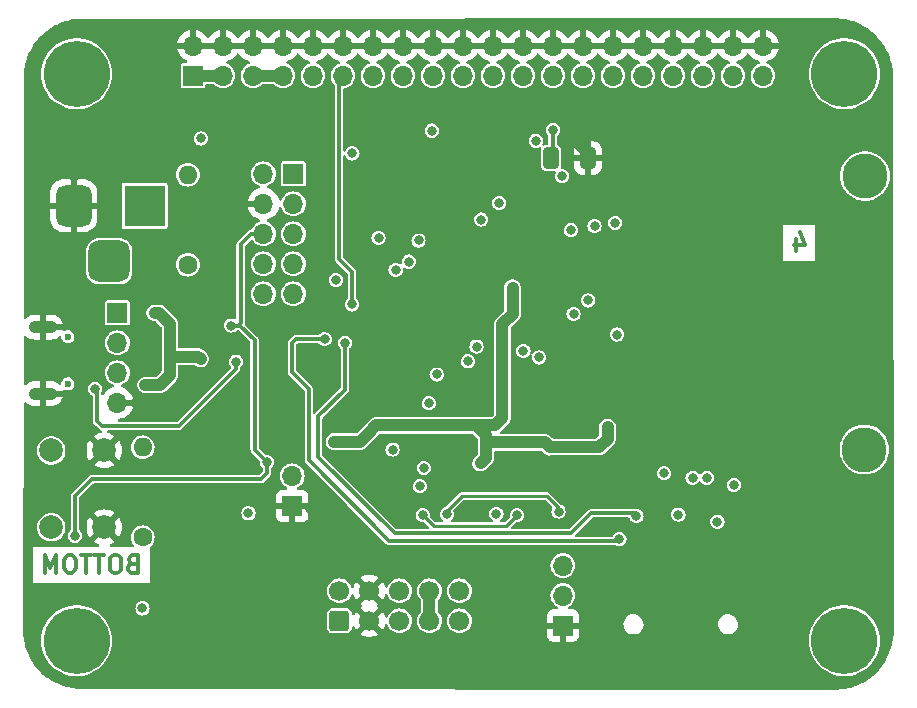
<source format=gbl>
G04 #@! TF.GenerationSoftware,KiCad,Pcbnew,7.0.5-4d25ed1034~172~ubuntu22.04.1*
G04 #@! TF.CreationDate,2023-06-03T15:02:02+03:00*
G04 #@! TF.ProjectId,STM32L475-protoboard,53544d33-324c-4343-9735-2d70726f746f,rev?*
G04 #@! TF.SameCoordinates,Original*
G04 #@! TF.FileFunction,Copper,L4,Bot*
G04 #@! TF.FilePolarity,Positive*
%FSLAX46Y46*%
G04 Gerber Fmt 4.6, Leading zero omitted, Abs format (unit mm)*
G04 Created by KiCad (PCBNEW 7.0.5-4d25ed1034~172~ubuntu22.04.1) date 2023-06-03 15:02:02*
%MOMM*%
%LPD*%
G01*
G04 APERTURE LIST*
G04 Aperture macros list*
%AMRoundRect*
0 Rectangle with rounded corners*
0 $1 Rounding radius*
0 $2 $3 $4 $5 $6 $7 $8 $9 X,Y pos of 4 corners*
0 Add a 4 corners polygon primitive as box body*
4,1,4,$2,$3,$4,$5,$6,$7,$8,$9,$2,$3,0*
0 Add four circle primitives for the rounded corners*
1,1,$1+$1,$2,$3*
1,1,$1+$1,$4,$5*
1,1,$1+$1,$6,$7*
1,1,$1+$1,$8,$9*
0 Add four rect primitives between the rounded corners*
20,1,$1+$1,$2,$3,$4,$5,0*
20,1,$1+$1,$4,$5,$6,$7,0*
20,1,$1+$1,$6,$7,$8,$9,0*
20,1,$1+$1,$8,$9,$2,$3,0*%
G04 Aperture macros list end*
%ADD10C,0.300000*%
G04 #@! TA.AperFunction,NonConductor*
%ADD11C,0.300000*%
G04 #@! TD*
G04 #@! TA.AperFunction,ComponentPad*
%ADD12RoundRect,0.875000X-0.875000X-0.875000X0.875000X-0.875000X0.875000X0.875000X-0.875000X0.875000X0*%
G04 #@! TD*
G04 #@! TA.AperFunction,ComponentPad*
%ADD13RoundRect,0.750000X-0.750000X-1.000000X0.750000X-1.000000X0.750000X1.000000X-0.750000X1.000000X0*%
G04 #@! TD*
G04 #@! TA.AperFunction,ComponentPad*
%ADD14R,3.500000X3.500000*%
G04 #@! TD*
G04 #@! TA.AperFunction,ComponentPad*
%ADD15C,0.600000*%
G04 #@! TD*
G04 #@! TA.AperFunction,ComponentPad*
%ADD16O,2.400000X1.100000*%
G04 #@! TD*
G04 #@! TA.AperFunction,ComponentPad*
%ADD17RoundRect,0.250000X0.600000X-0.600000X0.600000X0.600000X-0.600000X0.600000X-0.600000X-0.600000X0*%
G04 #@! TD*
G04 #@! TA.AperFunction,ComponentPad*
%ADD18C,1.700000*%
G04 #@! TD*
G04 #@! TA.AperFunction,ComponentPad*
%ADD19C,2.600000*%
G04 #@! TD*
G04 #@! TA.AperFunction,ConnectorPad*
%ADD20C,3.800000*%
G04 #@! TD*
G04 #@! TA.AperFunction,ComponentPad*
%ADD21R,1.700000X1.700000*%
G04 #@! TD*
G04 #@! TA.AperFunction,ComponentPad*
%ADD22O,1.700000X1.700000*%
G04 #@! TD*
G04 #@! TA.AperFunction,ComponentPad*
%ADD23C,3.600000*%
G04 #@! TD*
G04 #@! TA.AperFunction,ConnectorPad*
%ADD24C,5.600000*%
G04 #@! TD*
G04 #@! TA.AperFunction,ComponentPad*
%ADD25C,2.000000*%
G04 #@! TD*
G04 #@! TA.AperFunction,ComponentPad*
%ADD26C,1.600000*%
G04 #@! TD*
G04 #@! TA.AperFunction,ComponentPad*
%ADD27O,1.600000X1.600000*%
G04 #@! TD*
G04 #@! TA.AperFunction,SMDPad,CuDef*
%ADD28RoundRect,0.250000X0.412500X0.650000X-0.412500X0.650000X-0.412500X-0.650000X0.412500X-0.650000X0*%
G04 #@! TD*
G04 #@! TA.AperFunction,ViaPad*
%ADD29C,0.800000*%
G04 #@! TD*
G04 #@! TA.AperFunction,Conductor*
%ADD30C,0.300000*%
G04 #@! TD*
G04 #@! TA.AperFunction,Conductor*
%ADD31C,1.000000*%
G04 #@! TD*
G04 #@! TA.AperFunction,Conductor*
%ADD32C,0.250000*%
G04 #@! TD*
G04 APERTURE END LIST*
D10*
D11*
X76014286Y-95442614D02*
X75800000Y-95514042D01*
X75800000Y-95514042D02*
X75728571Y-95585471D01*
X75728571Y-95585471D02*
X75657143Y-95728328D01*
X75657143Y-95728328D02*
X75657143Y-95942614D01*
X75657143Y-95942614D02*
X75728571Y-96085471D01*
X75728571Y-96085471D02*
X75800000Y-96156900D01*
X75800000Y-96156900D02*
X75942857Y-96228328D01*
X75942857Y-96228328D02*
X76514286Y-96228328D01*
X76514286Y-96228328D02*
X76514286Y-94728328D01*
X76514286Y-94728328D02*
X76014286Y-94728328D01*
X76014286Y-94728328D02*
X75871429Y-94799757D01*
X75871429Y-94799757D02*
X75800000Y-94871185D01*
X75800000Y-94871185D02*
X75728571Y-95014042D01*
X75728571Y-95014042D02*
X75728571Y-95156900D01*
X75728571Y-95156900D02*
X75800000Y-95299757D01*
X75800000Y-95299757D02*
X75871429Y-95371185D01*
X75871429Y-95371185D02*
X76014286Y-95442614D01*
X76014286Y-95442614D02*
X76514286Y-95442614D01*
X74728571Y-94728328D02*
X74442857Y-94728328D01*
X74442857Y-94728328D02*
X74300000Y-94799757D01*
X74300000Y-94799757D02*
X74157143Y-94942614D01*
X74157143Y-94942614D02*
X74085714Y-95228328D01*
X74085714Y-95228328D02*
X74085714Y-95728328D01*
X74085714Y-95728328D02*
X74157143Y-96014042D01*
X74157143Y-96014042D02*
X74300000Y-96156900D01*
X74300000Y-96156900D02*
X74442857Y-96228328D01*
X74442857Y-96228328D02*
X74728571Y-96228328D01*
X74728571Y-96228328D02*
X74871429Y-96156900D01*
X74871429Y-96156900D02*
X75014286Y-96014042D01*
X75014286Y-96014042D02*
X75085714Y-95728328D01*
X75085714Y-95728328D02*
X75085714Y-95228328D01*
X75085714Y-95228328D02*
X75014286Y-94942614D01*
X75014286Y-94942614D02*
X74871429Y-94799757D01*
X74871429Y-94799757D02*
X74728571Y-94728328D01*
X73657142Y-94728328D02*
X72800000Y-94728328D01*
X73228571Y-96228328D02*
X73228571Y-94728328D01*
X72514285Y-94728328D02*
X71657143Y-94728328D01*
X72085714Y-96228328D02*
X72085714Y-94728328D01*
X70871428Y-94728328D02*
X70585714Y-94728328D01*
X70585714Y-94728328D02*
X70442857Y-94799757D01*
X70442857Y-94799757D02*
X70300000Y-94942614D01*
X70300000Y-94942614D02*
X70228571Y-95228328D01*
X70228571Y-95228328D02*
X70228571Y-95728328D01*
X70228571Y-95728328D02*
X70300000Y-96014042D01*
X70300000Y-96014042D02*
X70442857Y-96156900D01*
X70442857Y-96156900D02*
X70585714Y-96228328D01*
X70585714Y-96228328D02*
X70871428Y-96228328D01*
X70871428Y-96228328D02*
X71014286Y-96156900D01*
X71014286Y-96156900D02*
X71157143Y-96014042D01*
X71157143Y-96014042D02*
X71228571Y-95728328D01*
X71228571Y-95728328D02*
X71228571Y-95228328D01*
X71228571Y-95228328D02*
X71157143Y-94942614D01*
X71157143Y-94942614D02*
X71014286Y-94799757D01*
X71014286Y-94799757D02*
X70871428Y-94728328D01*
X69585714Y-96228328D02*
X69585714Y-94728328D01*
X69585714Y-94728328D02*
X69085714Y-95799757D01*
X69085714Y-95799757D02*
X68585714Y-94728328D01*
X68585714Y-94728328D02*
X68585714Y-96228328D01*
D10*
D11*
X132214285Y-67953328D02*
X132214285Y-68953328D01*
X132571427Y-67381900D02*
X132928570Y-68453328D01*
X132928570Y-68453328D02*
X131999999Y-68453328D01*
D12*
X74050000Y-69825000D03*
D13*
X71050000Y-65125000D03*
D14*
X77050000Y-65125000D03*
D15*
X70560000Y-76225000D03*
X70560000Y-80225000D03*
D16*
X68450000Y-75405000D03*
X68450000Y-81045000D03*
D17*
X93550000Y-100275000D03*
D18*
X93550000Y-97735000D03*
X96090000Y-100275000D03*
X96090000Y-97735000D03*
X98630000Y-100275000D03*
X98630000Y-97735000D03*
X101170000Y-100275000D03*
X101170000Y-97735000D03*
X103710000Y-100275000D03*
X103710000Y-97735000D03*
D19*
X138000000Y-85775000D03*
D20*
X138000000Y-85775000D03*
D21*
X89650000Y-62425000D03*
D22*
X87110000Y-62425000D03*
X89650000Y-64965000D03*
X87110000Y-64965000D03*
X89650000Y-67505000D03*
X87110000Y-67505000D03*
X89650000Y-70045000D03*
X87110000Y-70045000D03*
X89650000Y-72585000D03*
X87110000Y-72585000D03*
D23*
X71300000Y-101955000D03*
D24*
X71300000Y-101955000D03*
D21*
X89550000Y-90550000D03*
D22*
X89550000Y-88010000D03*
D21*
X112475000Y-100675000D03*
D22*
X112475000Y-98135000D03*
X112475000Y-95595000D03*
D23*
X136300000Y-101955000D03*
D24*
X136300000Y-101955000D03*
D25*
X73650000Y-85850000D03*
X73650000Y-92350000D03*
X69150000Y-85850000D03*
X69150000Y-92350000D03*
D19*
X138050000Y-62625000D03*
D20*
X138050000Y-62625000D03*
D26*
X80720000Y-70135000D03*
D27*
X80720000Y-62515000D03*
D23*
X71300000Y-53955000D03*
D24*
X71300000Y-53955000D03*
D21*
X81150000Y-54115000D03*
D22*
X81150000Y-51575000D03*
X83690000Y-54115000D03*
X83690000Y-51575000D03*
X86230000Y-54115000D03*
X86230000Y-51575000D03*
X88770000Y-54115000D03*
X88770000Y-51575000D03*
X91310000Y-54115000D03*
X91310000Y-51575000D03*
X93850000Y-54115000D03*
X93850000Y-51575000D03*
X96390000Y-54115000D03*
X96390000Y-51575000D03*
X98930000Y-54115000D03*
X98930000Y-51575000D03*
X101470000Y-54115000D03*
X101470000Y-51575000D03*
X104010000Y-54115000D03*
X104010000Y-51575000D03*
X106550000Y-54115000D03*
X106550000Y-51575000D03*
X109090000Y-54115000D03*
X109090000Y-51575000D03*
X111630000Y-54115000D03*
X111630000Y-51575000D03*
X114170000Y-54115000D03*
X114170000Y-51575000D03*
X116710000Y-54115000D03*
X116710000Y-51575000D03*
X119250000Y-54115000D03*
X119250000Y-51575000D03*
X121790000Y-54115000D03*
X121790000Y-51575000D03*
X124330000Y-54115000D03*
X124330000Y-51575000D03*
X126870000Y-54115000D03*
X126870000Y-51575000D03*
X129410000Y-54115000D03*
X129410000Y-51575000D03*
D26*
X76900000Y-93200000D03*
D27*
X76900000Y-85580000D03*
D24*
X136300000Y-53955000D03*
D23*
X136300000Y-53955000D03*
D21*
X74750000Y-74200000D03*
D22*
X74750000Y-76740000D03*
X74750000Y-79280000D03*
X74750000Y-81820000D03*
D28*
X114600000Y-61095000D03*
X111475000Y-61095000D03*
D29*
X115950000Y-63825000D03*
X102819200Y-80314800D03*
X109950000Y-87475000D03*
X68300000Y-74025000D03*
X96850000Y-86625000D03*
X109100000Y-49925000D03*
X106450000Y-100875000D03*
X90000000Y-81650000D03*
X139050000Y-74250000D03*
X136050000Y-89775000D03*
X139450000Y-89000000D03*
X125650000Y-93475000D03*
X130900000Y-61825000D03*
X99800000Y-74155000D03*
X83700000Y-49925000D03*
X129550000Y-100175000D03*
X131150000Y-102075000D03*
X84150000Y-71050500D03*
X91950000Y-95175000D03*
X76725000Y-70925000D03*
X79800000Y-71975000D03*
X130250000Y-88875000D03*
X104000000Y-49925000D03*
X114780000Y-84055000D03*
X97950000Y-76525000D03*
X110860000Y-81010000D03*
X135650000Y-67925000D03*
X89950000Y-95175000D03*
X92350000Y-92775000D03*
X124300000Y-49925000D03*
X106550000Y-49925000D03*
X136550000Y-59775000D03*
X131750000Y-90575000D03*
X85330000Y-81875000D03*
X92938600Y-83007200D03*
X79150000Y-93900000D03*
X139425000Y-96825000D03*
X116825000Y-72825000D03*
X116700000Y-49925000D03*
X131150000Y-97975000D03*
X71050000Y-62725000D03*
X105400000Y-74475000D03*
X71050000Y-67725000D03*
X129400000Y-49925000D03*
X88950800Y-81700000D03*
X88350000Y-73825000D03*
X109800000Y-90950000D03*
X114910000Y-78560000D03*
X112950000Y-55605000D03*
X78000000Y-103125000D03*
X111420000Y-88015000D03*
X81650000Y-75275000D03*
X102950000Y-74825000D03*
X84270000Y-77185000D03*
X89700000Y-92375000D03*
X68100000Y-67050000D03*
X91600000Y-89125000D03*
X73450000Y-65125000D03*
X95640000Y-82725000D03*
X114150000Y-49925000D03*
X85450000Y-64475000D03*
X72200000Y-84300000D03*
X97700000Y-79725000D03*
X102200000Y-77675000D03*
X86200000Y-49925000D03*
X118350000Y-65725000D03*
X105240000Y-80855000D03*
X90550000Y-100375000D03*
X95550000Y-95475000D03*
X96380000Y-71005000D03*
X113590000Y-59655000D03*
X90550000Y-102975000D03*
X108950000Y-70575000D03*
X117050000Y-99525000D03*
X117530000Y-77755000D03*
X93450000Y-86625000D03*
X118000000Y-57925000D03*
X125025000Y-66800000D03*
X84360000Y-58505000D03*
X109300000Y-103200000D03*
X128250000Y-90575000D03*
X113750000Y-90975000D03*
X77650000Y-75900000D03*
X68100000Y-65025000D03*
X72450000Y-74250000D03*
X114155000Y-87120000D03*
X95580000Y-66815000D03*
X99500400Y-80376400D03*
X85300000Y-66175000D03*
X91050000Y-90775000D03*
X99875000Y-60150000D03*
X74200000Y-50725000D03*
X101500000Y-49925000D03*
X128650000Y-88875000D03*
X106950000Y-69575000D03*
X126850000Y-49925000D03*
X139050000Y-67875000D03*
X67300000Y-87475000D03*
X105520000Y-70735000D03*
X99300000Y-103200000D03*
X76200000Y-81825000D03*
X75100000Y-91000000D03*
X139500000Y-59800000D03*
X87125000Y-93425000D03*
X75400000Y-104175000D03*
X112650000Y-72075000D03*
X114870000Y-76695000D03*
X110475000Y-104425000D03*
X115650000Y-92375000D03*
X91350000Y-49925000D03*
X81150000Y-49925000D03*
X104300000Y-103200000D03*
X87540000Y-81545000D03*
X72200000Y-87200000D03*
X68050000Y-69025000D03*
X114550000Y-88375000D03*
X79925000Y-92825000D03*
X130250000Y-92475000D03*
X113050000Y-88275000D03*
X82100000Y-79695000D03*
X110775000Y-91025000D03*
X68300000Y-83200000D03*
X79100000Y-85425000D03*
X115650000Y-102475000D03*
X70900000Y-82700000D03*
X120850000Y-86575000D03*
X106840000Y-72945000D03*
X103350000Y-66125000D03*
X98950000Y-49925000D03*
X130150000Y-87675000D03*
X79950000Y-59945000D03*
X114550000Y-104450000D03*
X87275000Y-97500000D03*
X118725000Y-72900000D03*
X76850000Y-78200000D03*
X72300000Y-90900000D03*
X97250000Y-101675000D03*
X119250000Y-49925000D03*
X76347800Y-59256800D03*
X118650000Y-93375000D03*
X135650000Y-63825000D03*
X132475000Y-55825000D03*
X91950000Y-63900000D03*
X106450000Y-96975000D03*
X123750000Y-91675000D03*
X93850000Y-49925000D03*
X104400000Y-62025000D03*
X68300000Y-59400000D03*
X120150000Y-91175000D03*
X95600000Y-61850000D03*
X75200000Y-98975000D03*
X76950000Y-68275000D03*
X88750000Y-49925000D03*
X86500000Y-103025000D03*
X108740000Y-62975000D03*
X99725000Y-77925000D03*
X87249000Y-95199200D03*
X114020000Y-65485000D03*
X111650000Y-49925000D03*
X68100000Y-62375000D03*
X103960000Y-81285000D03*
X127050000Y-91975000D03*
X70700000Y-73725000D03*
X133525000Y-104125000D03*
X81925000Y-98350000D03*
X71950000Y-82075000D03*
X96400000Y-49925000D03*
X109050000Y-76275000D03*
X77600000Y-50275000D03*
X139025000Y-81375000D03*
X110350000Y-55625000D03*
X127790000Y-77205000D03*
X135600000Y-93875000D03*
X102250000Y-62525000D03*
X67300000Y-90775000D03*
X112900000Y-70517200D03*
X121800000Y-49925000D03*
X133750000Y-50200000D03*
X92180000Y-73775000D03*
X94300000Y-103200000D03*
X114850000Y-70425000D03*
X85850000Y-100400000D03*
X102300000Y-74125000D03*
X125050000Y-78725000D03*
X125470000Y-74245000D03*
X110350000Y-88350000D03*
X67900000Y-97825000D03*
X78250000Y-91190000D03*
X91300000Y-77425000D03*
X79925000Y-89475000D03*
X113500000Y-72075000D03*
X118000000Y-56375000D03*
X82390000Y-82825000D03*
X86750000Y-60025000D03*
X95631000Y-64135000D03*
X122200000Y-88075000D03*
X74762500Y-55935000D03*
X112450000Y-102525000D03*
X103350000Y-77075000D03*
X117175000Y-68300000D03*
X108780000Y-64355000D03*
X87400000Y-86825000D03*
X101780000Y-79415000D03*
X84400000Y-75275000D03*
X71150000Y-93075000D03*
X122250000Y-91275000D03*
X93100000Y-85100000D03*
X105500000Y-86925000D03*
X94650000Y-60700000D03*
X95960000Y-84435000D03*
X116250000Y-83875000D03*
X106840000Y-91215000D03*
X108204000Y-72059800D03*
X100250000Y-68075000D03*
X96860000Y-67855000D03*
X93260000Y-71425000D03*
X77900000Y-74200000D03*
X81788000Y-78105000D03*
X77125000Y-80300000D03*
X125550000Y-91875000D03*
X101110000Y-81855000D03*
X98050000Y-85775000D03*
X124650000Y-88175000D03*
X126950000Y-88775000D03*
X100700000Y-87325000D03*
X123450000Y-88175000D03*
X100350000Y-88875000D03*
X121050000Y-87775000D03*
X94020000Y-76735000D03*
X118700000Y-91425000D03*
X117250000Y-93375000D03*
X92295000Y-76430000D03*
X105560000Y-66305000D03*
X101370000Y-58775000D03*
X72850000Y-80625000D03*
X84790000Y-78335000D03*
X115150000Y-66850000D03*
X113150000Y-67200000D03*
X81810000Y-59435000D03*
X85850000Y-91175000D03*
X114625000Y-73150000D03*
X116900000Y-66575000D03*
X117070000Y-76035000D03*
X113375000Y-74300000D03*
X105160000Y-77055000D03*
X107080000Y-64895000D03*
X109125000Y-77425000D03*
X110170000Y-59625000D03*
X111630000Y-58715000D03*
X110450000Y-77975000D03*
X104420000Y-78305000D03*
X112395000Y-62620000D03*
X94620000Y-73485000D03*
X98310000Y-70575000D03*
X99430000Y-69865000D03*
X112100000Y-91025000D03*
X102650000Y-91250000D03*
X100600000Y-91325000D03*
X108600000Y-91325000D03*
X76875000Y-99225000D03*
D30*
X72850000Y-80625000D02*
X73000000Y-80775000D01*
X73450000Y-83775000D02*
X79950000Y-83775000D01*
X79950000Y-83775000D02*
X84790000Y-78935000D01*
X84790000Y-78935000D02*
X84790000Y-78335000D01*
X73000000Y-80775000D02*
X73000000Y-83325000D01*
X73000000Y-83325000D02*
X73450000Y-83775000D01*
D31*
X114600000Y-60665000D02*
X113590000Y-59655000D01*
X114600000Y-61095000D02*
X114600000Y-60665000D01*
D30*
X86370000Y-85795000D02*
X86370000Y-76520000D01*
X87400000Y-86825000D02*
X86370000Y-85795000D01*
X85175000Y-68400000D02*
X86070000Y-67505000D01*
X86370000Y-76520000D02*
X85125000Y-75275000D01*
X71150000Y-89725000D02*
X71150000Y-93075000D01*
X85175000Y-75050000D02*
X85175000Y-68400000D01*
X85125000Y-75275000D02*
X84400000Y-75275000D01*
X87400000Y-87800000D02*
X86925000Y-88275000D01*
X84950000Y-75275000D02*
X85175000Y-75050000D01*
X86925000Y-88275000D02*
X72600000Y-88275000D01*
X86070000Y-67505000D02*
X87110000Y-67505000D01*
X72600000Y-88275000D02*
X71150000Y-89725000D01*
X84400000Y-75275000D02*
X84950000Y-75275000D01*
X87400000Y-86825000D02*
X87400000Y-87800000D01*
D31*
X106740000Y-83735000D02*
X107350000Y-83125000D01*
X88770000Y-54115000D02*
X86230000Y-54115000D01*
X105968800Y-84556600D02*
X105968800Y-85175000D01*
X116250000Y-84875000D02*
X116250000Y-83875000D01*
X107350000Y-83125000D02*
X107350000Y-75165000D01*
X115550000Y-85575000D02*
X116250000Y-84875000D01*
X101170000Y-97735000D02*
X101170000Y-100275000D01*
X105968800Y-85175000D02*
X110950000Y-85175000D01*
X95295000Y-85100000D02*
X93100000Y-85100000D01*
X95960000Y-84435000D02*
X95295000Y-85100000D01*
X108204000Y-74311000D02*
X108204000Y-72059800D01*
X105968800Y-85175000D02*
X105968800Y-86456200D01*
X104100000Y-83735000D02*
X106740000Y-83735000D01*
X111350000Y-85575000D02*
X115550000Y-85575000D01*
X105968800Y-86456200D02*
X105500000Y-86925000D01*
X95960000Y-84435000D02*
X96676600Y-83718400D01*
X105130600Y-83718400D02*
X105968800Y-84556600D01*
X110950000Y-85175000D02*
X111350000Y-85575000D01*
X96676600Y-83718400D02*
X105130600Y-83718400D01*
X107350000Y-75165000D02*
X108204000Y-74311000D01*
X81583000Y-77900000D02*
X79200000Y-77900000D01*
X81788000Y-78105000D02*
X81583000Y-77900000D01*
X79200000Y-75125000D02*
X78275000Y-74200000D01*
X78275000Y-74200000D02*
X77900000Y-74200000D01*
X79200000Y-79425000D02*
X79200000Y-77900000D01*
X77125000Y-80300000D02*
X78325000Y-80300000D01*
X78325000Y-80300000D02*
X79200000Y-79425000D01*
X79200000Y-77900000D02*
X79200000Y-75125000D01*
D30*
X114850000Y-91175000D02*
X113150000Y-92875000D01*
X91750000Y-86400000D02*
X91750000Y-82975000D01*
X91750000Y-82975000D02*
X94020000Y-80705000D01*
X113150000Y-92875000D02*
X98225000Y-92875000D01*
X98225000Y-92875000D02*
X91750000Y-86400000D01*
X118450000Y-91175000D02*
X114850000Y-91175000D01*
X94020000Y-80705000D02*
X94020000Y-76735000D01*
X118700000Y-91425000D02*
X118450000Y-91175000D01*
X97775000Y-93525000D02*
X117100000Y-93525000D01*
X89525000Y-79225000D02*
X90950000Y-80650000D01*
X89525000Y-76750000D02*
X89525000Y-79225000D01*
X92295000Y-76430000D02*
X89845000Y-76430000D01*
X90950000Y-80650000D02*
X90950000Y-86700000D01*
X90950000Y-86700000D02*
X97775000Y-93525000D01*
X89845000Y-76430000D02*
X89525000Y-76750000D01*
X117100000Y-93525000D02*
X117250000Y-93375000D01*
D31*
X83690000Y-54115000D02*
X81150000Y-54115000D01*
D30*
X111600000Y-58745000D02*
X111630000Y-58715000D01*
X111600000Y-60695000D02*
X111600000Y-58745000D01*
X93500000Y-69615000D02*
X94620000Y-70735000D01*
X93500000Y-54465000D02*
X93500000Y-69615000D01*
X93850000Y-54115000D02*
X93500000Y-54465000D01*
X94620000Y-70735000D02*
X94620000Y-73485000D01*
D32*
X111100000Y-89725000D02*
X112100000Y-90725000D01*
X102650000Y-91250000D02*
X102650000Y-90975000D01*
X112100000Y-90725000D02*
X112100000Y-91025000D01*
X103900000Y-89725000D02*
X111100000Y-89725000D01*
X102650000Y-90975000D02*
X103900000Y-89725000D01*
X107650000Y-92275000D02*
X108600000Y-91325000D01*
X101550000Y-92275000D02*
X107650000Y-92275000D01*
X100600000Y-91325000D02*
X101550000Y-92275000D01*
G04 #@! TA.AperFunction,Conductor*
G36*
X83230507Y-51365156D02*
G01*
X83190000Y-51503111D01*
X83190000Y-51646889D01*
X83230507Y-51784844D01*
X83258884Y-51829000D01*
X81581116Y-51829000D01*
X81609493Y-51784844D01*
X81650000Y-51646889D01*
X81650000Y-51503111D01*
X81609493Y-51365156D01*
X81581116Y-51321000D01*
X83258884Y-51321000D01*
X83230507Y-51365156D01*
G37*
G04 #@! TD.AperFunction*
G04 #@! TA.AperFunction,Conductor*
G36*
X85770507Y-51365156D02*
G01*
X85730000Y-51503111D01*
X85730000Y-51646889D01*
X85770507Y-51784844D01*
X85798884Y-51829000D01*
X84121116Y-51829000D01*
X84149493Y-51784844D01*
X84190000Y-51646889D01*
X84190000Y-51503111D01*
X84149493Y-51365156D01*
X84121116Y-51321000D01*
X85798884Y-51321000D01*
X85770507Y-51365156D01*
G37*
G04 #@! TD.AperFunction*
G04 #@! TA.AperFunction,Conductor*
G36*
X88310507Y-51365156D02*
G01*
X88270000Y-51503111D01*
X88270000Y-51646889D01*
X88310507Y-51784844D01*
X88338884Y-51829000D01*
X86661116Y-51829000D01*
X86689493Y-51784844D01*
X86730000Y-51646889D01*
X86730000Y-51503111D01*
X86689493Y-51365156D01*
X86661116Y-51321000D01*
X88338884Y-51321000D01*
X88310507Y-51365156D01*
G37*
G04 #@! TD.AperFunction*
G04 #@! TA.AperFunction,Conductor*
G36*
X90850507Y-51365156D02*
G01*
X90810000Y-51503111D01*
X90810000Y-51646889D01*
X90850507Y-51784844D01*
X90878884Y-51829000D01*
X89201116Y-51829000D01*
X89229493Y-51784844D01*
X89270000Y-51646889D01*
X89270000Y-51503111D01*
X89229493Y-51365156D01*
X89201116Y-51321000D01*
X90878884Y-51321000D01*
X90850507Y-51365156D01*
G37*
G04 #@! TD.AperFunction*
G04 #@! TA.AperFunction,Conductor*
G36*
X93390507Y-51365156D02*
G01*
X93350000Y-51503111D01*
X93350000Y-51646889D01*
X93390507Y-51784844D01*
X93418884Y-51829000D01*
X91741116Y-51829000D01*
X91769493Y-51784844D01*
X91810000Y-51646889D01*
X91810000Y-51503111D01*
X91769493Y-51365156D01*
X91741116Y-51321000D01*
X93418884Y-51321000D01*
X93390507Y-51365156D01*
G37*
G04 #@! TD.AperFunction*
G04 #@! TA.AperFunction,Conductor*
G36*
X95930507Y-51365156D02*
G01*
X95890000Y-51503111D01*
X95890000Y-51646889D01*
X95930507Y-51784844D01*
X95958884Y-51829000D01*
X94281116Y-51829000D01*
X94309493Y-51784844D01*
X94350000Y-51646889D01*
X94350000Y-51503111D01*
X94309493Y-51365156D01*
X94281116Y-51321000D01*
X95958884Y-51321000D01*
X95930507Y-51365156D01*
G37*
G04 #@! TD.AperFunction*
G04 #@! TA.AperFunction,Conductor*
G36*
X98470507Y-51365156D02*
G01*
X98430000Y-51503111D01*
X98430000Y-51646889D01*
X98470507Y-51784844D01*
X98498884Y-51829000D01*
X96821116Y-51829000D01*
X96849493Y-51784844D01*
X96890000Y-51646889D01*
X96890000Y-51503111D01*
X96849493Y-51365156D01*
X96821116Y-51321000D01*
X98498884Y-51321000D01*
X98470507Y-51365156D01*
G37*
G04 #@! TD.AperFunction*
G04 #@! TA.AperFunction,Conductor*
G36*
X101010507Y-51365156D02*
G01*
X100970000Y-51503111D01*
X100970000Y-51646889D01*
X101010507Y-51784844D01*
X101038884Y-51829000D01*
X99361116Y-51829000D01*
X99389493Y-51784844D01*
X99430000Y-51646889D01*
X99430000Y-51503111D01*
X99389493Y-51365156D01*
X99361116Y-51321000D01*
X101038884Y-51321000D01*
X101010507Y-51365156D01*
G37*
G04 #@! TD.AperFunction*
G04 #@! TA.AperFunction,Conductor*
G36*
X103550507Y-51365156D02*
G01*
X103510000Y-51503111D01*
X103510000Y-51646889D01*
X103550507Y-51784844D01*
X103578884Y-51829000D01*
X101901116Y-51829000D01*
X101929493Y-51784844D01*
X101970000Y-51646889D01*
X101970000Y-51503111D01*
X101929493Y-51365156D01*
X101901116Y-51321000D01*
X103578884Y-51321000D01*
X103550507Y-51365156D01*
G37*
G04 #@! TD.AperFunction*
G04 #@! TA.AperFunction,Conductor*
G36*
X106090507Y-51365156D02*
G01*
X106050000Y-51503111D01*
X106050000Y-51646889D01*
X106090507Y-51784844D01*
X106118884Y-51829000D01*
X104441116Y-51829000D01*
X104469493Y-51784844D01*
X104510000Y-51646889D01*
X104510000Y-51503111D01*
X104469493Y-51365156D01*
X104441116Y-51321000D01*
X106118884Y-51321000D01*
X106090507Y-51365156D01*
G37*
G04 #@! TD.AperFunction*
G04 #@! TA.AperFunction,Conductor*
G36*
X108630507Y-51365156D02*
G01*
X108590000Y-51503111D01*
X108590000Y-51646889D01*
X108630507Y-51784844D01*
X108658884Y-51829000D01*
X106981116Y-51829000D01*
X107009493Y-51784844D01*
X107050000Y-51646889D01*
X107050000Y-51503111D01*
X107009493Y-51365156D01*
X106981116Y-51321000D01*
X108658884Y-51321000D01*
X108630507Y-51365156D01*
G37*
G04 #@! TD.AperFunction*
G04 #@! TA.AperFunction,Conductor*
G36*
X111170507Y-51365156D02*
G01*
X111130000Y-51503111D01*
X111130000Y-51646889D01*
X111170507Y-51784844D01*
X111198884Y-51829000D01*
X109521116Y-51829000D01*
X109549493Y-51784844D01*
X109590000Y-51646889D01*
X109590000Y-51503111D01*
X109549493Y-51365156D01*
X109521116Y-51321000D01*
X111198884Y-51321000D01*
X111170507Y-51365156D01*
G37*
G04 #@! TD.AperFunction*
G04 #@! TA.AperFunction,Conductor*
G36*
X113710507Y-51365156D02*
G01*
X113670000Y-51503111D01*
X113670000Y-51646889D01*
X113710507Y-51784844D01*
X113738884Y-51829000D01*
X112061116Y-51829000D01*
X112089493Y-51784844D01*
X112130000Y-51646889D01*
X112130000Y-51503111D01*
X112089493Y-51365156D01*
X112061116Y-51321000D01*
X113738884Y-51321000D01*
X113710507Y-51365156D01*
G37*
G04 #@! TD.AperFunction*
G04 #@! TA.AperFunction,Conductor*
G36*
X116250507Y-51365156D02*
G01*
X116210000Y-51503111D01*
X116210000Y-51646889D01*
X116250507Y-51784844D01*
X116278884Y-51829000D01*
X114601116Y-51829000D01*
X114629493Y-51784844D01*
X114670000Y-51646889D01*
X114670000Y-51503111D01*
X114629493Y-51365156D01*
X114601116Y-51321000D01*
X116278884Y-51321000D01*
X116250507Y-51365156D01*
G37*
G04 #@! TD.AperFunction*
G04 #@! TA.AperFunction,Conductor*
G36*
X118790507Y-51365156D02*
G01*
X118750000Y-51503111D01*
X118750000Y-51646889D01*
X118790507Y-51784844D01*
X118818884Y-51829000D01*
X117141116Y-51829000D01*
X117169493Y-51784844D01*
X117210000Y-51646889D01*
X117210000Y-51503111D01*
X117169493Y-51365156D01*
X117141116Y-51321000D01*
X118818884Y-51321000D01*
X118790507Y-51365156D01*
G37*
G04 #@! TD.AperFunction*
G04 #@! TA.AperFunction,Conductor*
G36*
X121330507Y-51365156D02*
G01*
X121290000Y-51503111D01*
X121290000Y-51646889D01*
X121330507Y-51784844D01*
X121358884Y-51829000D01*
X119681116Y-51829000D01*
X119709493Y-51784844D01*
X119750000Y-51646889D01*
X119750000Y-51503111D01*
X119709493Y-51365156D01*
X119681116Y-51321000D01*
X121358884Y-51321000D01*
X121330507Y-51365156D01*
G37*
G04 #@! TD.AperFunction*
G04 #@! TA.AperFunction,Conductor*
G36*
X123870507Y-51365156D02*
G01*
X123830000Y-51503111D01*
X123830000Y-51646889D01*
X123870507Y-51784844D01*
X123898884Y-51829000D01*
X122221116Y-51829000D01*
X122249493Y-51784844D01*
X122290000Y-51646889D01*
X122290000Y-51503111D01*
X122249493Y-51365156D01*
X122221116Y-51321000D01*
X123898884Y-51321000D01*
X123870507Y-51365156D01*
G37*
G04 #@! TD.AperFunction*
G04 #@! TA.AperFunction,Conductor*
G36*
X126410507Y-51365156D02*
G01*
X126370000Y-51503111D01*
X126370000Y-51646889D01*
X126410507Y-51784844D01*
X126438884Y-51829000D01*
X124761116Y-51829000D01*
X124789493Y-51784844D01*
X124830000Y-51646889D01*
X124830000Y-51503111D01*
X124789493Y-51365156D01*
X124761116Y-51321000D01*
X126438884Y-51321000D01*
X126410507Y-51365156D01*
G37*
G04 #@! TD.AperFunction*
G04 #@! TA.AperFunction,Conductor*
G36*
X128950507Y-51365156D02*
G01*
X128910000Y-51503111D01*
X128910000Y-51646889D01*
X128950507Y-51784844D01*
X128978884Y-51829000D01*
X127301116Y-51829000D01*
X127329493Y-51784844D01*
X127370000Y-51646889D01*
X127370000Y-51503111D01*
X127329493Y-51365156D01*
X127301116Y-51321000D01*
X128978884Y-51321000D01*
X128950507Y-51365156D01*
G37*
G04 #@! TD.AperFunction*
G04 #@! TA.AperFunction,Conductor*
G36*
X135803511Y-49263399D02*
G01*
X135996729Y-49285239D01*
X136143312Y-49302182D01*
X136229013Y-49312089D01*
X136234182Y-49312905D01*
X136445660Y-49355422D01*
X136660328Y-49400275D01*
X136665095Y-49401468D01*
X136706396Y-49413534D01*
X136875035Y-49462804D01*
X137082171Y-49526171D01*
X137086477Y-49527663D01*
X137291655Y-49607268D01*
X137491178Y-49688765D01*
X137495085Y-49690519D01*
X137692775Y-49787469D01*
X137693974Y-49788074D01*
X137884256Y-49886817D01*
X137887686Y-49888736D01*
X138076683Y-50002490D01*
X138078103Y-50003372D01*
X138258319Y-50118778D01*
X138261293Y-50120808D01*
X138426413Y-50240606D01*
X138439951Y-50250428D01*
X138441577Y-50251648D01*
X138538721Y-50327116D01*
X138610386Y-50382791D01*
X138612970Y-50384910D01*
X138779951Y-50529457D01*
X138781725Y-50531052D01*
X138937807Y-50676858D01*
X138939966Y-50678974D01*
X139093991Y-50837358D01*
X139095824Y-50839326D01*
X139238031Y-50998706D01*
X139239756Y-51000725D01*
X139300510Y-51075000D01*
X139379613Y-51171709D01*
X139381469Y-51174094D01*
X139508658Y-51345774D01*
X139510042Y-51347718D01*
X139576299Y-51444618D01*
X139616294Y-51503111D01*
X139634655Y-51529963D01*
X139636467Y-51532770D01*
X139747629Y-51715424D01*
X139748675Y-51717208D01*
X139777808Y-51768817D01*
X139855131Y-51905798D01*
X139857127Y-51909333D01*
X139858832Y-51912571D01*
X139953048Y-52104751D01*
X139953796Y-52106333D01*
X140045289Y-52306862D01*
X140046825Y-52310530D01*
X140123336Y-52510806D01*
X140123831Y-52512149D01*
X140197672Y-52719446D01*
X140198975Y-52723540D01*
X140257328Y-52931139D01*
X140313093Y-53143892D01*
X140314098Y-53148394D01*
X140353562Y-53361489D01*
X140390644Y-53576874D01*
X140391290Y-53581764D01*
X140411519Y-53800506D01*
X140429723Y-54015061D01*
X140429948Y-54020306D01*
X140430259Y-54254925D01*
X140430033Y-54442010D01*
X140430020Y-54442173D01*
X140430020Y-54450838D01*
X140429964Y-54453487D01*
X140428529Y-54487591D01*
X140430055Y-54503288D01*
X140463105Y-101470623D01*
X140462707Y-101477748D01*
X140440842Y-101671196D01*
X140414022Y-101903217D01*
X140413203Y-101908403D01*
X140370628Y-102120162D01*
X140325845Y-102334499D01*
X140324648Y-102339284D01*
X140263188Y-102549644D01*
X140199971Y-102756283D01*
X140198461Y-102760642D01*
X140118688Y-102966254D01*
X140037385Y-103165298D01*
X140035627Y-103169217D01*
X139938481Y-103367305D01*
X139937836Y-103368583D01*
X139839366Y-103558337D01*
X139837424Y-103561808D01*
X139723452Y-103751167D01*
X139722529Y-103752653D01*
X139607448Y-103932361D01*
X139605386Y-103935384D01*
X139475461Y-104114459D01*
X139474220Y-104116113D01*
X139343455Y-104284435D01*
X139341336Y-104287018D01*
X139196425Y-104454421D01*
X139194830Y-104456195D01*
X139049438Y-104611834D01*
X139047322Y-104613993D01*
X138888522Y-104768420D01*
X138886543Y-104770263D01*
X138727691Y-104911999D01*
X138725635Y-104913755D01*
X138554126Y-105054042D01*
X138551741Y-105055900D01*
X138380678Y-105182630D01*
X138378734Y-105184014D01*
X138195897Y-105309030D01*
X138193091Y-105310842D01*
X138011082Y-105421613D01*
X138009298Y-105422659D01*
X137816543Y-105531467D01*
X137813305Y-105533172D01*
X137621847Y-105627034D01*
X137620265Y-105627782D01*
X137419018Y-105719602D01*
X137415350Y-105721138D01*
X137215947Y-105797315D01*
X137214604Y-105797810D01*
X137006432Y-105871963D01*
X137002338Y-105873266D01*
X136795861Y-105931304D01*
X136582008Y-105987357D01*
X136577506Y-105988362D01*
X136365784Y-106027572D01*
X136149042Y-106064888D01*
X136144152Y-106065534D01*
X135927597Y-106085560D01*
X135710866Y-106103949D01*
X135705620Y-106104174D01*
X135477041Y-106104476D01*
X135274852Y-106104233D01*
X135272395Y-106104183D01*
X135240063Y-106102882D01*
X135224448Y-106104195D01*
X71801333Y-106040211D01*
X71800457Y-106039952D01*
X71750257Y-106040152D01*
X71747516Y-106040104D01*
X71565182Y-106032891D01*
X71311683Y-106022173D01*
X71306387Y-106021725D01*
X71095493Y-105994882D01*
X70869558Y-105964248D01*
X70864662Y-105963386D01*
X70651741Y-105917185D01*
X70434429Y-105866927D01*
X70429961Y-105865719D01*
X70219708Y-105800509D01*
X70009804Y-105730999D01*
X70005783Y-105729514D01*
X69801540Y-105646080D01*
X69800120Y-105645480D01*
X69653305Y-105581268D01*
X69599089Y-105557556D01*
X69595535Y-105555867D01*
X69398806Y-105454726D01*
X69397142Y-105453838D01*
X69205573Y-105347983D01*
X69202474Y-105346153D01*
X69040804Y-105244357D01*
X69014976Y-105228094D01*
X69013172Y-105226913D01*
X68880686Y-105136794D01*
X68832449Y-105103983D01*
X68829805Y-105102083D01*
X68653172Y-104968081D01*
X68651156Y-104966485D01*
X68482670Y-104827476D01*
X68480465Y-104825570D01*
X68316133Y-104676694D01*
X68314020Y-104674689D01*
X68159080Y-104520693D01*
X68157293Y-104518844D01*
X68006607Y-104356328D01*
X68004484Y-104353916D01*
X67952850Y-104292108D01*
X67864241Y-104186035D01*
X67862843Y-104184301D01*
X67727037Y-104009524D01*
X67724910Y-104006619D01*
X67673732Y-103932361D01*
X67600515Y-103826125D01*
X67599533Y-103824653D01*
X67479653Y-103639060D01*
X67477628Y-103635698D01*
X67370087Y-103443855D01*
X67369349Y-103442500D01*
X67266457Y-103247932D01*
X67264583Y-103244077D01*
X67231295Y-103169217D01*
X67174463Y-103041411D01*
X67089131Y-102839225D01*
X67087501Y-102834929D01*
X67015747Y-102622612D01*
X66949128Y-102416274D01*
X66947802Y-102411535D01*
X66894638Y-102187901D01*
X66847568Y-101982459D01*
X66846602Y-101977248D01*
X66843447Y-101954999D01*
X68294415Y-101954999D01*
X68307971Y-102187753D01*
X68314738Y-102303927D01*
X68375431Y-102648136D01*
X68475674Y-102982971D01*
X68475676Y-102982977D01*
X68475677Y-102982978D01*
X68614109Y-103303901D01*
X68614112Y-103303906D01*
X68733652Y-103510955D01*
X68788870Y-103606596D01*
X68911968Y-103771946D01*
X68997589Y-103886954D01*
X69237445Y-104141186D01*
X69505193Y-104365852D01*
X69797199Y-104557908D01*
X69797207Y-104557913D01*
X70109549Y-104714777D01*
X70230691Y-104758869D01*
X70437980Y-104834316D01*
X70437981Y-104834316D01*
X70437989Y-104834319D01*
X70778086Y-104914923D01*
X70976460Y-104938109D01*
X71125238Y-104955500D01*
X71125241Y-104955500D01*
X71474762Y-104955500D01*
X71604942Y-104940283D01*
X71821914Y-104914923D01*
X72162011Y-104834319D01*
X72490451Y-104714777D01*
X72802793Y-104557913D01*
X73094811Y-104365849D01*
X73362558Y-104141183D01*
X73602412Y-103886953D01*
X73811130Y-103606596D01*
X73985889Y-103303904D01*
X74124326Y-102982971D01*
X74224569Y-102648136D01*
X74285262Y-102303927D01*
X74305585Y-101955000D01*
X74285262Y-101606073D01*
X74224569Y-101261864D01*
X74124326Y-100927029D01*
X73992455Y-100621317D01*
X73985890Y-100606098D01*
X73985887Y-100606093D01*
X73985717Y-100605798D01*
X73811130Y-100303404D01*
X73602412Y-100023047D01*
X73362558Y-99768817D01*
X73362556Y-99768816D01*
X73362554Y-99768813D01*
X73094806Y-99544147D01*
X72802800Y-99352091D01*
X72802796Y-99352089D01*
X72802793Y-99352087D01*
X72549742Y-99225000D01*
X76269318Y-99225000D01*
X76289955Y-99381760D01*
X76323241Y-99462118D01*
X76350464Y-99527841D01*
X76446718Y-99653282D01*
X76572159Y-99749536D01*
X76718238Y-99810044D01*
X76756726Y-99815111D01*
X76874999Y-99830682D01*
X76874999Y-99830681D01*
X76875000Y-99830682D01*
X77031762Y-99810044D01*
X77177841Y-99749536D01*
X77303282Y-99653282D01*
X77399536Y-99527841D01*
X77460044Y-99381762D01*
X77480682Y-99225000D01*
X77460044Y-99068238D01*
X77399536Y-98922159D01*
X77303282Y-98796718D01*
X77177841Y-98700464D01*
X77031762Y-98639956D01*
X77031760Y-98639955D01*
X76875000Y-98619318D01*
X76718239Y-98639955D01*
X76572160Y-98700463D01*
X76572157Y-98700465D01*
X76446718Y-98796718D01*
X76350465Y-98922157D01*
X76350463Y-98922160D01*
X76289955Y-99068239D01*
X76269318Y-99224999D01*
X76269318Y-99225000D01*
X72549742Y-99225000D01*
X72490451Y-99195223D01*
X72490446Y-99195221D01*
X72490441Y-99195219D01*
X72162019Y-99075683D01*
X72162012Y-99075681D01*
X72162011Y-99075681D01*
X71899715Y-99013516D01*
X71821919Y-98995078D01*
X71821909Y-98995076D01*
X71474762Y-98954500D01*
X71474759Y-98954500D01*
X71125241Y-98954500D01*
X71125238Y-98954500D01*
X70778090Y-98995076D01*
X70778080Y-98995078D01*
X70437989Y-99075681D01*
X70437980Y-99075683D01*
X70109558Y-99195219D01*
X70109553Y-99195221D01*
X69797199Y-99352091D01*
X69505193Y-99544147D01*
X69237445Y-99768813D01*
X68997589Y-100023045D01*
X68788873Y-100303399D01*
X68788863Y-100303415D01*
X68614112Y-100606093D01*
X68614109Y-100606098D01*
X68477174Y-100923551D01*
X68475674Y-100927029D01*
X68375431Y-101261864D01*
X68320465Y-101573597D01*
X68314738Y-101606074D01*
X68314737Y-101606083D01*
X68294415Y-101954999D01*
X66843447Y-101954999D01*
X66810167Y-101720340D01*
X66786239Y-101548258D01*
X66785640Y-101539521D01*
X66790808Y-97735003D01*
X92494417Y-97735003D01*
X92514698Y-97940927D01*
X92514699Y-97940933D01*
X92514700Y-97940934D01*
X92574768Y-98138954D01*
X92672315Y-98321450D01*
X92803590Y-98481410D01*
X92963550Y-98612685D01*
X93146046Y-98710232D01*
X93344066Y-98770300D01*
X93344070Y-98770300D01*
X93344072Y-98770301D01*
X93549997Y-98790583D01*
X93550000Y-98790583D01*
X93550003Y-98790583D01*
X93755927Y-98770301D01*
X93755928Y-98770300D01*
X93755934Y-98770300D01*
X93953954Y-98710232D01*
X94136450Y-98612685D01*
X94296410Y-98481410D01*
X94427685Y-98321450D01*
X94525232Y-98138954D01*
X94538806Y-98094204D01*
X94577720Y-98034823D01*
X94642561Y-98005906D01*
X94712742Y-98016635D01*
X94765981Y-98063604D01*
X94781525Y-98099847D01*
X94801176Y-98177449D01*
X94801179Y-98177456D01*
X94891580Y-98383548D01*
X94966922Y-98498866D01*
X94966923Y-98498866D01*
X95605638Y-97860150D01*
X95630507Y-97944844D01*
X95708239Y-98065798D01*
X95816900Y-98159952D01*
X95947685Y-98219680D01*
X95962412Y-98221797D01*
X95324310Y-98859898D01*
X95344694Y-98875763D01*
X95344696Y-98875765D01*
X95378733Y-98894185D01*
X95429123Y-98944199D01*
X95444475Y-99013516D01*
X95419914Y-99080129D01*
X95378735Y-99115811D01*
X95344702Y-99134229D01*
X95324310Y-99150099D01*
X95324310Y-99150100D01*
X95962413Y-99788202D01*
X95947685Y-99790320D01*
X95816900Y-99850048D01*
X95708239Y-99944202D01*
X95630507Y-100065156D01*
X95605639Y-100149849D01*
X94966922Y-99511132D01*
X94891580Y-99626451D01*
X94841887Y-99739739D01*
X94796206Y-99794087D01*
X94728393Y-99815111D01*
X94659980Y-99796135D01*
X94612686Y-99743184D01*
X94600500Y-99689125D01*
X94600500Y-99620735D01*
X94600500Y-99620734D01*
X94597646Y-99590301D01*
X94581497Y-99544151D01*
X94552793Y-99462118D01*
X94552791Y-99462114D01*
X94472150Y-99352849D01*
X94362885Y-99272208D01*
X94362881Y-99272206D01*
X94234704Y-99227355D01*
X94234700Y-99227354D01*
X94204266Y-99224500D01*
X92895734Y-99224500D01*
X92895733Y-99224500D01*
X92865299Y-99227354D01*
X92865295Y-99227355D01*
X92737118Y-99272206D01*
X92737114Y-99272208D01*
X92627849Y-99352849D01*
X92547208Y-99462114D01*
X92547206Y-99462118D01*
X92502355Y-99590295D01*
X92502354Y-99590299D01*
X92499500Y-99620733D01*
X92499500Y-100929266D01*
X92502354Y-100959700D01*
X92502355Y-100959704D01*
X92547206Y-101087881D01*
X92547208Y-101087885D01*
X92627849Y-101197150D01*
X92737114Y-101277791D01*
X92737118Y-101277793D01*
X92865301Y-101322646D01*
X92895734Y-101325500D01*
X92895736Y-101325500D01*
X94204264Y-101325500D01*
X94204266Y-101325500D01*
X94234699Y-101322646D01*
X94362882Y-101277793D01*
X94392315Y-101256071D01*
X94472150Y-101197150D01*
X94552791Y-101087885D01*
X94552793Y-101087881D01*
X94592037Y-100975730D01*
X94597646Y-100959699D01*
X94600500Y-100929266D01*
X94600500Y-100860874D01*
X94620502Y-100792753D01*
X94674158Y-100746260D01*
X94744432Y-100736156D01*
X94809012Y-100765650D01*
X94841887Y-100810260D01*
X94891580Y-100923548D01*
X94966922Y-101038866D01*
X94966923Y-101038866D01*
X95605638Y-100400150D01*
X95630507Y-100484844D01*
X95708239Y-100605798D01*
X95816900Y-100699952D01*
X95947685Y-100759680D01*
X95962412Y-100761797D01*
X95324310Y-101399898D01*
X95344694Y-101415763D01*
X95344696Y-101415765D01*
X95542632Y-101522883D01*
X95755483Y-101595955D01*
X95755490Y-101595957D01*
X95977477Y-101633000D01*
X96202523Y-101633000D01*
X96424509Y-101595957D01*
X96424516Y-101595955D01*
X96489643Y-101573597D01*
X111117000Y-101573597D01*
X111123505Y-101634093D01*
X111174555Y-101770964D01*
X111174555Y-101770965D01*
X111262095Y-101887904D01*
X111379034Y-101975444D01*
X111515906Y-102026494D01*
X111576402Y-102032999D01*
X111576415Y-102033000D01*
X112221000Y-102033000D01*
X112221000Y-101108674D01*
X112332685Y-101159680D01*
X112439237Y-101175000D01*
X112510763Y-101175000D01*
X112617315Y-101159680D01*
X112729000Y-101108674D01*
X112729000Y-102033000D01*
X113373585Y-102033000D01*
X113373597Y-102032999D01*
X113434093Y-102026494D01*
X113570964Y-101975444D01*
X113570965Y-101975444D01*
X113598276Y-101954999D01*
X133294415Y-101954999D01*
X133307971Y-102187753D01*
X133314738Y-102303927D01*
X133375431Y-102648136D01*
X133475674Y-102982971D01*
X133475676Y-102982977D01*
X133475677Y-102982978D01*
X133614109Y-103303901D01*
X133614112Y-103303906D01*
X133733652Y-103510955D01*
X133788870Y-103606596D01*
X133911968Y-103771946D01*
X133997589Y-103886954D01*
X134237445Y-104141186D01*
X134505193Y-104365852D01*
X134797199Y-104557908D01*
X134797207Y-104557913D01*
X135109549Y-104714777D01*
X135230691Y-104758869D01*
X135437980Y-104834316D01*
X135437981Y-104834316D01*
X135437989Y-104834319D01*
X135778086Y-104914923D01*
X135976460Y-104938109D01*
X136125238Y-104955500D01*
X136125241Y-104955500D01*
X136474762Y-104955500D01*
X136604942Y-104940283D01*
X136821914Y-104914923D01*
X137162011Y-104834319D01*
X137490451Y-104714777D01*
X137802793Y-104557913D01*
X138094811Y-104365849D01*
X138362558Y-104141183D01*
X138602412Y-103886953D01*
X138811130Y-103606596D01*
X138985889Y-103303904D01*
X139124326Y-102982971D01*
X139224569Y-102648136D01*
X139285262Y-102303927D01*
X139305585Y-101955000D01*
X139285262Y-101606073D01*
X139224569Y-101261864D01*
X139124326Y-100927029D01*
X138992455Y-100621317D01*
X138985890Y-100606098D01*
X138985887Y-100606093D01*
X138985717Y-100605798D01*
X138811130Y-100303404D01*
X138602412Y-100023047D01*
X138362558Y-99768817D01*
X138362556Y-99768816D01*
X138362554Y-99768813D01*
X138094806Y-99544147D01*
X137802800Y-99352091D01*
X137802796Y-99352089D01*
X137802793Y-99352087D01*
X137490451Y-99195223D01*
X137490446Y-99195221D01*
X137490441Y-99195219D01*
X137162019Y-99075683D01*
X137162012Y-99075681D01*
X137162011Y-99075681D01*
X136899715Y-99013516D01*
X136821919Y-98995078D01*
X136821909Y-98995076D01*
X136474762Y-98954500D01*
X136474759Y-98954500D01*
X136125241Y-98954500D01*
X136125238Y-98954500D01*
X135778090Y-98995076D01*
X135778080Y-98995078D01*
X135437989Y-99075681D01*
X135437980Y-99075683D01*
X135109558Y-99195219D01*
X135109553Y-99195221D01*
X134797199Y-99352091D01*
X134505193Y-99544147D01*
X134237445Y-99768813D01*
X133997589Y-100023045D01*
X133788873Y-100303399D01*
X133788863Y-100303415D01*
X133614112Y-100606093D01*
X133614109Y-100606098D01*
X133477174Y-100923551D01*
X133475674Y-100927029D01*
X133375431Y-101261864D01*
X133320465Y-101573597D01*
X133314738Y-101606074D01*
X133314737Y-101606083D01*
X133294415Y-101954999D01*
X113598276Y-101954999D01*
X113687904Y-101887904D01*
X113775444Y-101770965D01*
X113775444Y-101770964D01*
X113826494Y-101634093D01*
X113832999Y-101573597D01*
X113833000Y-101573585D01*
X113833000Y-100929000D01*
X112906116Y-100929000D01*
X112934493Y-100884844D01*
X112975000Y-100746889D01*
X112975000Y-100603111D01*
X112953146Y-100528683D01*
X117595740Y-100528683D01*
X117605754Y-100713404D01*
X117605756Y-100713415D01*
X117655243Y-100891651D01*
X117655246Y-100891659D01*
X117741899Y-101055104D01*
X117861657Y-101196093D01*
X117861663Y-101196100D01*
X118008936Y-101308054D01*
X118008939Y-101308056D01*
X118102721Y-101351444D01*
X118176833Y-101385732D01*
X118357503Y-101425500D01*
X118357506Y-101425500D01*
X118496105Y-101425500D01*
X118496113Y-101425500D01*
X118507365Y-101424276D01*
X118633903Y-101410515D01*
X118633905Y-101410514D01*
X118633910Y-101410514D01*
X118809221Y-101351444D01*
X118967736Y-101256070D01*
X119102041Y-101128849D01*
X119205858Y-100975730D01*
X119212244Y-100959704D01*
X119274330Y-100803877D01*
X119274331Y-100803874D01*
X119279065Y-100775000D01*
X119304260Y-100621317D01*
X119299238Y-100528683D01*
X125595740Y-100528683D01*
X125605754Y-100713404D01*
X125605756Y-100713415D01*
X125655243Y-100891651D01*
X125655246Y-100891659D01*
X125741899Y-101055104D01*
X125861657Y-101196093D01*
X125861663Y-101196100D01*
X126008936Y-101308054D01*
X126008939Y-101308056D01*
X126102721Y-101351444D01*
X126176833Y-101385732D01*
X126357503Y-101425500D01*
X126357506Y-101425500D01*
X126496105Y-101425500D01*
X126496113Y-101425500D01*
X126507365Y-101424276D01*
X126633903Y-101410515D01*
X126633905Y-101410514D01*
X126633910Y-101410514D01*
X126809221Y-101351444D01*
X126967736Y-101256070D01*
X127102041Y-101128849D01*
X127205858Y-100975730D01*
X127212244Y-100959704D01*
X127274330Y-100803877D01*
X127274331Y-100803874D01*
X127279065Y-100775000D01*
X127304260Y-100621317D01*
X127294245Y-100436593D01*
X127244754Y-100258341D01*
X127200569Y-100175000D01*
X127158100Y-100094895D01*
X127038342Y-99953906D01*
X127038337Y-99953900D01*
X126891064Y-99841946D01*
X126891063Y-99841945D01*
X126891060Y-99841943D01*
X126723166Y-99764267D01*
X126542503Y-99724501D01*
X126542500Y-99724500D01*
X126542497Y-99724500D01*
X126403887Y-99724500D01*
X126403877Y-99724500D01*
X126266096Y-99739484D01*
X126266087Y-99739486D01*
X126090779Y-99798555D01*
X126090776Y-99798557D01*
X125932266Y-99893928D01*
X125932265Y-99893929D01*
X125797961Y-100021148D01*
X125694139Y-100174273D01*
X125625669Y-100346122D01*
X125625668Y-100346125D01*
X125595740Y-100528682D01*
X125595740Y-100528683D01*
X119299238Y-100528683D01*
X119294245Y-100436593D01*
X119244754Y-100258341D01*
X119200569Y-100175000D01*
X119158100Y-100094895D01*
X119038342Y-99953906D01*
X119038337Y-99953900D01*
X118891064Y-99841946D01*
X118891063Y-99841945D01*
X118891060Y-99841943D01*
X118723166Y-99764267D01*
X118542503Y-99724501D01*
X118542500Y-99724500D01*
X118542497Y-99724500D01*
X118403887Y-99724500D01*
X118403877Y-99724500D01*
X118266096Y-99739484D01*
X118266087Y-99739486D01*
X118090779Y-99798555D01*
X118090776Y-99798557D01*
X117932266Y-99893928D01*
X117932265Y-99893929D01*
X117797961Y-100021148D01*
X117694139Y-100174273D01*
X117625669Y-100346122D01*
X117625668Y-100346125D01*
X117595740Y-100528682D01*
X117595740Y-100528683D01*
X112953146Y-100528683D01*
X112934493Y-100465156D01*
X112906116Y-100421000D01*
X113833000Y-100421000D01*
X113833000Y-99776414D01*
X113832999Y-99776402D01*
X113826494Y-99715906D01*
X113775444Y-99579035D01*
X113775444Y-99579034D01*
X113687904Y-99462095D01*
X113570965Y-99374555D01*
X113434093Y-99323505D01*
X113373597Y-99317000D01*
X112995138Y-99317000D01*
X112927017Y-99296998D01*
X112880524Y-99243342D01*
X112870420Y-99173068D01*
X112899914Y-99108488D01*
X112935739Y-99079879D01*
X113061450Y-99012685D01*
X113221410Y-98881410D01*
X113352685Y-98721450D01*
X113450232Y-98538954D01*
X113510300Y-98340934D01*
X113512220Y-98321447D01*
X113530583Y-98135003D01*
X113530583Y-98134996D01*
X113510301Y-97929072D01*
X113510300Y-97929070D01*
X113510300Y-97929066D01*
X113450232Y-97731046D01*
X113352685Y-97548550D01*
X113221410Y-97388590D01*
X113061450Y-97257315D01*
X113061448Y-97257314D01*
X113061447Y-97257313D01*
X112878954Y-97159768D01*
X112680927Y-97099698D01*
X112475003Y-97079417D01*
X112474997Y-97079417D01*
X112269072Y-97099698D01*
X112071045Y-97159768D01*
X111888552Y-97257313D01*
X111728590Y-97388590D01*
X111597313Y-97548552D01*
X111499768Y-97731045D01*
X111439698Y-97929072D01*
X111419417Y-98134996D01*
X111419417Y-98135003D01*
X111439698Y-98340927D01*
X111499768Y-98538954D01*
X111591318Y-98710232D01*
X111597315Y-98721450D01*
X111728590Y-98881410D01*
X111888550Y-99012685D01*
X112014260Y-99079878D01*
X112064907Y-99129631D01*
X112080616Y-99198867D01*
X112056400Y-99265606D01*
X111999946Y-99308658D01*
X111954862Y-99317000D01*
X111576402Y-99317000D01*
X111515906Y-99323505D01*
X111379035Y-99374555D01*
X111379034Y-99374555D01*
X111262095Y-99462095D01*
X111174555Y-99579034D01*
X111174555Y-99579035D01*
X111123505Y-99715906D01*
X111117000Y-99776402D01*
X111117000Y-100421000D01*
X112043884Y-100421000D01*
X112015507Y-100465156D01*
X111975000Y-100603111D01*
X111975000Y-100746889D01*
X112015507Y-100884844D01*
X112043884Y-100929000D01*
X111117000Y-100929000D01*
X111117000Y-101573597D01*
X96489643Y-101573597D01*
X96637369Y-101522883D01*
X96637371Y-101522882D01*
X96835298Y-101415768D01*
X96835302Y-101415766D01*
X96855689Y-101399898D01*
X96217588Y-100761797D01*
X96232315Y-100759680D01*
X96363100Y-100699952D01*
X96471761Y-100605798D01*
X96549493Y-100484844D01*
X96574360Y-100400151D01*
X97213076Y-101038867D01*
X97213077Y-101038866D01*
X97288419Y-100923551D01*
X97378820Y-100717457D01*
X97398473Y-100639848D01*
X97434585Y-100578722D01*
X97498012Y-100546822D01*
X97568616Y-100554278D01*
X97623981Y-100598722D01*
X97641192Y-100634200D01*
X97646750Y-100652523D01*
X97654768Y-100678955D01*
X97721540Y-100803875D01*
X97752315Y-100861450D01*
X97883590Y-101021410D01*
X98043550Y-101152685D01*
X98226046Y-101250232D01*
X98424066Y-101310300D01*
X98424070Y-101310300D01*
X98424072Y-101310301D01*
X98629997Y-101330583D01*
X98630000Y-101330583D01*
X98630003Y-101330583D01*
X98835927Y-101310301D01*
X98835928Y-101310300D01*
X98835934Y-101310300D01*
X99033954Y-101250232D01*
X99216450Y-101152685D01*
X99376410Y-101021410D01*
X99507685Y-100861450D01*
X99605232Y-100678954D01*
X99665300Y-100480934D01*
X99669668Y-100436593D01*
X99685583Y-100275003D01*
X100114417Y-100275003D01*
X100134698Y-100480927D01*
X100194768Y-100678954D01*
X100261539Y-100803874D01*
X100292315Y-100861450D01*
X100423590Y-101021410D01*
X100583550Y-101152685D01*
X100766046Y-101250232D01*
X100964066Y-101310300D01*
X100964070Y-101310300D01*
X100964072Y-101310301D01*
X101169997Y-101330583D01*
X101170000Y-101330583D01*
X101170003Y-101330583D01*
X101375927Y-101310301D01*
X101375928Y-101310300D01*
X101375934Y-101310300D01*
X101573954Y-101250232D01*
X101756450Y-101152685D01*
X101916410Y-101021410D01*
X102047685Y-100861450D01*
X102145232Y-100678954D01*
X102205300Y-100480934D01*
X102209668Y-100436593D01*
X102225583Y-100275003D01*
X102654417Y-100275003D01*
X102674698Y-100480927D01*
X102734768Y-100678954D01*
X102801539Y-100803874D01*
X102832315Y-100861450D01*
X102963590Y-101021410D01*
X103123550Y-101152685D01*
X103306046Y-101250232D01*
X103504066Y-101310300D01*
X103504070Y-101310300D01*
X103504072Y-101310301D01*
X103709997Y-101330583D01*
X103710000Y-101330583D01*
X103710003Y-101330583D01*
X103915927Y-101310301D01*
X103915928Y-101310300D01*
X103915934Y-101310300D01*
X104113954Y-101250232D01*
X104296450Y-101152685D01*
X104456410Y-101021410D01*
X104587685Y-100861450D01*
X104685232Y-100678954D01*
X104745300Y-100480934D01*
X104749668Y-100436593D01*
X104765583Y-100275003D01*
X104765583Y-100274996D01*
X104745301Y-100069072D01*
X104745300Y-100069070D01*
X104745300Y-100069066D01*
X104685232Y-99871046D01*
X104587685Y-99688550D01*
X104456410Y-99528590D01*
X104296450Y-99397315D01*
X104296448Y-99397314D01*
X104296447Y-99397313D01*
X104113954Y-99299768D01*
X104023093Y-99272206D01*
X103915934Y-99239700D01*
X103915933Y-99239699D01*
X103915927Y-99239698D01*
X103710003Y-99219417D01*
X103709997Y-99219417D01*
X103504072Y-99239698D01*
X103306045Y-99299768D01*
X103123552Y-99397313D01*
X102963590Y-99528590D01*
X102832313Y-99688552D01*
X102734768Y-99871045D01*
X102674698Y-100069072D01*
X102654417Y-100274996D01*
X102654417Y-100275003D01*
X102225583Y-100275003D01*
X102225583Y-100274996D01*
X102205301Y-100069072D01*
X102205300Y-100069070D01*
X102205300Y-100069066D01*
X102145232Y-99871046D01*
X102047685Y-99688550D01*
X101916410Y-99528590D01*
X101916409Y-99528589D01*
X101916404Y-99528583D01*
X101912034Y-99524213D01*
X101912903Y-99523343D01*
X101876597Y-99470040D01*
X101870500Y-99431319D01*
X101870500Y-98578681D01*
X101890502Y-98510560D01*
X101912309Y-98486064D01*
X101912033Y-98485788D01*
X101916404Y-98481416D01*
X101916406Y-98481412D01*
X101916410Y-98481410D01*
X102047685Y-98321450D01*
X102145232Y-98138954D01*
X102205300Y-97940934D01*
X102206469Y-97929072D01*
X102225583Y-97735003D01*
X102654417Y-97735003D01*
X102674698Y-97940927D01*
X102674699Y-97940933D01*
X102674700Y-97940934D01*
X102734768Y-98138954D01*
X102832315Y-98321450D01*
X102963590Y-98481410D01*
X103123550Y-98612685D01*
X103306046Y-98710232D01*
X103504066Y-98770300D01*
X103504070Y-98770300D01*
X103504072Y-98770301D01*
X103709997Y-98790583D01*
X103710000Y-98790583D01*
X103710003Y-98790583D01*
X103915927Y-98770301D01*
X103915928Y-98770300D01*
X103915934Y-98770300D01*
X104113954Y-98710232D01*
X104296450Y-98612685D01*
X104456410Y-98481410D01*
X104587685Y-98321450D01*
X104685232Y-98138954D01*
X104745300Y-97940934D01*
X104746469Y-97929072D01*
X104765583Y-97735003D01*
X104765583Y-97734996D01*
X104745301Y-97529072D01*
X104745300Y-97529070D01*
X104745300Y-97529066D01*
X104685232Y-97331046D01*
X104587685Y-97148550D01*
X104456410Y-96988590D01*
X104296450Y-96857315D01*
X104296448Y-96857314D01*
X104296447Y-96857313D01*
X104113954Y-96759768D01*
X103915927Y-96699698D01*
X103710003Y-96679417D01*
X103709997Y-96679417D01*
X103504072Y-96699698D01*
X103306045Y-96759768D01*
X103123552Y-96857313D01*
X102963590Y-96988590D01*
X102832313Y-97148552D01*
X102734768Y-97331045D01*
X102674698Y-97529072D01*
X102654417Y-97734996D01*
X102654417Y-97735003D01*
X102225583Y-97735003D01*
X102225583Y-97734996D01*
X102205301Y-97529072D01*
X102205300Y-97529070D01*
X102205300Y-97529066D01*
X102145232Y-97331046D01*
X102047685Y-97148550D01*
X101916410Y-96988590D01*
X101756450Y-96857315D01*
X101756448Y-96857314D01*
X101756447Y-96857313D01*
X101573954Y-96759768D01*
X101375927Y-96699698D01*
X101170003Y-96679417D01*
X101169997Y-96679417D01*
X100964072Y-96699698D01*
X100766045Y-96759768D01*
X100583552Y-96857313D01*
X100423590Y-96988590D01*
X100292313Y-97148552D01*
X100194768Y-97331045D01*
X100134698Y-97529072D01*
X100114417Y-97734996D01*
X100114417Y-97735003D01*
X100134698Y-97940927D01*
X100134699Y-97940933D01*
X100134700Y-97940934D01*
X100194768Y-98138954D01*
X100292315Y-98321450D01*
X100343280Y-98383551D01*
X100423595Y-98481416D01*
X100427967Y-98485788D01*
X100427095Y-98486659D01*
X100463402Y-98539957D01*
X100469500Y-98578681D01*
X100469500Y-99431319D01*
X100449498Y-99499440D01*
X100427690Y-99523937D01*
X100427966Y-99524213D01*
X100423595Y-99528583D01*
X100292313Y-99688552D01*
X100194768Y-99871045D01*
X100134698Y-100069072D01*
X100114417Y-100274996D01*
X100114417Y-100275003D01*
X99685583Y-100275003D01*
X99685583Y-100274996D01*
X99665301Y-100069072D01*
X99665300Y-100069070D01*
X99665300Y-100069066D01*
X99605232Y-99871046D01*
X99507685Y-99688550D01*
X99376410Y-99528590D01*
X99216450Y-99397315D01*
X99216448Y-99397314D01*
X99216447Y-99397313D01*
X99033954Y-99299768D01*
X98943093Y-99272206D01*
X98835934Y-99239700D01*
X98835933Y-99239699D01*
X98835927Y-99239698D01*
X98630003Y-99219417D01*
X98629997Y-99219417D01*
X98424072Y-99239698D01*
X98226045Y-99299768D01*
X98043552Y-99397313D01*
X97883590Y-99528590D01*
X97752313Y-99688552D01*
X97654767Y-99871046D01*
X97654765Y-99871051D01*
X97641192Y-99915797D01*
X97602277Y-99975178D01*
X97537435Y-100004094D01*
X97467254Y-99993363D01*
X97414016Y-99946393D01*
X97398473Y-99910151D01*
X97378820Y-99832542D01*
X97288422Y-99626456D01*
X97288417Y-99626448D01*
X97213076Y-99511132D01*
X96574360Y-100149848D01*
X96549493Y-100065156D01*
X96471761Y-99944202D01*
X96363100Y-99850048D01*
X96232315Y-99790320D01*
X96217587Y-99788202D01*
X96855689Y-99150100D01*
X96855688Y-99150099D01*
X96835306Y-99134235D01*
X96835299Y-99134230D01*
X96801265Y-99115812D01*
X96750876Y-99065798D01*
X96735524Y-98996481D01*
X96760086Y-98929869D01*
X96801269Y-98894184D01*
X96835299Y-98875768D01*
X96835302Y-98875766D01*
X96855689Y-98859898D01*
X96217588Y-98221797D01*
X96232315Y-98219680D01*
X96363100Y-98159952D01*
X96471761Y-98065798D01*
X96549493Y-97944844D01*
X96574360Y-97860151D01*
X97213076Y-98498867D01*
X97213077Y-98498866D01*
X97288419Y-98383551D01*
X97378820Y-98177457D01*
X97398473Y-98099848D01*
X97434585Y-98038722D01*
X97498012Y-98006822D01*
X97568616Y-98014278D01*
X97623981Y-98058722D01*
X97641192Y-98094200D01*
X97646750Y-98112523D01*
X97654768Y-98138955D01*
X97675348Y-98177457D01*
X97752315Y-98321450D01*
X97883590Y-98481410D01*
X98043550Y-98612685D01*
X98226046Y-98710232D01*
X98424066Y-98770300D01*
X98424070Y-98770300D01*
X98424072Y-98770301D01*
X98629997Y-98790583D01*
X98630000Y-98790583D01*
X98630003Y-98790583D01*
X98835927Y-98770301D01*
X98835928Y-98770300D01*
X98835934Y-98770300D01*
X99033954Y-98710232D01*
X99216450Y-98612685D01*
X99376410Y-98481410D01*
X99507685Y-98321450D01*
X99605232Y-98138954D01*
X99665300Y-97940934D01*
X99666469Y-97929072D01*
X99685583Y-97735003D01*
X99685583Y-97734996D01*
X99665301Y-97529072D01*
X99665300Y-97529070D01*
X99665300Y-97529066D01*
X99605232Y-97331046D01*
X99507685Y-97148550D01*
X99376410Y-96988590D01*
X99216450Y-96857315D01*
X99216448Y-96857314D01*
X99216447Y-96857313D01*
X99033954Y-96759768D01*
X98835927Y-96699698D01*
X98630003Y-96679417D01*
X98629997Y-96679417D01*
X98424072Y-96699698D01*
X98226045Y-96759768D01*
X98043552Y-96857313D01*
X97883590Y-96988590D01*
X97752313Y-97148552D01*
X97654767Y-97331046D01*
X97654765Y-97331051D01*
X97641192Y-97375797D01*
X97602277Y-97435178D01*
X97537435Y-97464094D01*
X97467254Y-97453363D01*
X97414016Y-97406393D01*
X97398473Y-97370151D01*
X97378820Y-97292542D01*
X97288422Y-97086456D01*
X97288417Y-97086448D01*
X97213076Y-96971132D01*
X96574360Y-97609848D01*
X96549493Y-97525156D01*
X96471761Y-97404202D01*
X96363100Y-97310048D01*
X96232315Y-97250320D01*
X96217587Y-97248202D01*
X96855689Y-96610100D01*
X96855688Y-96610099D01*
X96835306Y-96594235D01*
X96835299Y-96594230D01*
X96637371Y-96487118D01*
X96637369Y-96487116D01*
X96424516Y-96414044D01*
X96424509Y-96414042D01*
X96202523Y-96377000D01*
X95977477Y-96377000D01*
X95755490Y-96414042D01*
X95755483Y-96414044D01*
X95542630Y-96487116D01*
X95542628Y-96487118D01*
X95344700Y-96594230D01*
X95324310Y-96610099D01*
X95324310Y-96610100D01*
X95962413Y-97248202D01*
X95947685Y-97250320D01*
X95816900Y-97310048D01*
X95708239Y-97404202D01*
X95630507Y-97525156D01*
X95605639Y-97609849D01*
X94966922Y-96971132D01*
X94891580Y-97086451D01*
X94801179Y-97292543D01*
X94801177Y-97292547D01*
X94781525Y-97370153D01*
X94745412Y-97431279D01*
X94681985Y-97463177D01*
X94611381Y-97455720D01*
X94556017Y-97411276D01*
X94538806Y-97375795D01*
X94525232Y-97331046D01*
X94427686Y-97148552D01*
X94427685Y-97148550D01*
X94296410Y-96988590D01*
X94136450Y-96857315D01*
X94136448Y-96857314D01*
X94136447Y-96857313D01*
X93953954Y-96759768D01*
X93755927Y-96699698D01*
X93550003Y-96679417D01*
X93549997Y-96679417D01*
X93344072Y-96699698D01*
X93146045Y-96759768D01*
X92963552Y-96857313D01*
X92803590Y-96988590D01*
X92672313Y-97148552D01*
X92574768Y-97331045D01*
X92514698Y-97529072D01*
X92494417Y-97734996D01*
X92494417Y-97735003D01*
X66790808Y-97735003D01*
X66791684Y-97089786D01*
X67588785Y-97089786D01*
X77511215Y-97089786D01*
X77511215Y-95595003D01*
X111419417Y-95595003D01*
X111439698Y-95800927D01*
X111439699Y-95800933D01*
X111439700Y-95800934D01*
X111499768Y-95998954D01*
X111597315Y-96181450D01*
X111728590Y-96341410D01*
X111888550Y-96472685D01*
X112071046Y-96570232D01*
X112269066Y-96630300D01*
X112269070Y-96630300D01*
X112269072Y-96630301D01*
X112474997Y-96650583D01*
X112475000Y-96650583D01*
X112475003Y-96650583D01*
X112680927Y-96630301D01*
X112680928Y-96630300D01*
X112680934Y-96630300D01*
X112878954Y-96570232D01*
X113061450Y-96472685D01*
X113221410Y-96341410D01*
X113352685Y-96181450D01*
X113450232Y-95998954D01*
X113510300Y-95800934D01*
X113530583Y-95595000D01*
X113510300Y-95389066D01*
X113450232Y-95191046D01*
X113352685Y-95008550D01*
X113221410Y-94848590D01*
X113061450Y-94717315D01*
X113061448Y-94717314D01*
X113061447Y-94717313D01*
X112878954Y-94619768D01*
X112680927Y-94559698D01*
X112475003Y-94539417D01*
X112474997Y-94539417D01*
X112269072Y-94559698D01*
X112071045Y-94619768D01*
X111888552Y-94717313D01*
X111728590Y-94848590D01*
X111597313Y-95008552D01*
X111499768Y-95191045D01*
X111439698Y-95389072D01*
X111419417Y-95594996D01*
X111419417Y-95595003D01*
X77511215Y-95595003D01*
X77511215Y-94052271D01*
X77531217Y-93984150D01*
X77557282Y-93954872D01*
X77610883Y-93910883D01*
X77735910Y-93758538D01*
X77828814Y-93584727D01*
X77886024Y-93396132D01*
X77886025Y-93396124D01*
X77905341Y-93200003D01*
X77905341Y-93199996D01*
X77886025Y-93003875D01*
X77886025Y-93003873D01*
X77886024Y-93003870D01*
X77886024Y-93003868D01*
X77828814Y-92815273D01*
X77735910Y-92641462D01*
X77610883Y-92489117D01*
X77458538Y-92364090D01*
X77458537Y-92364089D01*
X77284728Y-92271186D01*
X77096125Y-92213974D01*
X76900003Y-92194659D01*
X76899997Y-92194659D01*
X76703875Y-92213974D01*
X76703873Y-92213974D01*
X76515271Y-92271186D01*
X76341461Y-92364090D01*
X76189117Y-92489117D01*
X76064090Y-92641461D01*
X75971186Y-92815271D01*
X75913974Y-93003873D01*
X75913974Y-93003875D01*
X75894659Y-93199996D01*
X75894659Y-93200003D01*
X75913974Y-93396124D01*
X75913974Y-93396126D01*
X75971186Y-93584728D01*
X76020957Y-93677842D01*
X76064090Y-93758538D01*
X76092683Y-93793379D01*
X76101630Y-93804280D01*
X76129384Y-93869627D01*
X76117403Y-93939605D01*
X76069490Y-93991997D01*
X76004231Y-94010214D01*
X74215927Y-94010214D01*
X74147806Y-93990212D01*
X74101313Y-93936556D01*
X74091209Y-93866282D01*
X74120703Y-93801702D01*
X74167709Y-93767805D01*
X74336738Y-93697791D01*
X74523891Y-93583102D01*
X74523892Y-93583101D01*
X73817625Y-92876834D01*
X73938458Y-92824349D01*
X74055739Y-92728934D01*
X74142928Y-92605415D01*
X74174837Y-92515628D01*
X74883101Y-93223892D01*
X74883102Y-93223891D01*
X74997791Y-93036738D01*
X75088628Y-92817437D01*
X75144039Y-92586632D01*
X75162662Y-92350000D01*
X75144039Y-92113367D01*
X75088628Y-91882562D01*
X74997791Y-91663261D01*
X74883102Y-91476107D01*
X74883101Y-91476107D01*
X74176902Y-92182306D01*
X74173116Y-92164085D01*
X74103558Y-92029844D01*
X74000362Y-91919348D01*
X73871181Y-91840791D01*
X73815577Y-91825211D01*
X74465788Y-91175000D01*
X85244318Y-91175000D01*
X85264955Y-91331760D01*
X85307748Y-91435070D01*
X85325464Y-91477841D01*
X85421718Y-91603282D01*
X85547159Y-91699536D01*
X85693238Y-91760044D01*
X85771618Y-91770363D01*
X85849999Y-91780682D01*
X85849999Y-91780681D01*
X85850000Y-91780682D01*
X86006762Y-91760044D01*
X86152841Y-91699536D01*
X86278282Y-91603282D01*
X86374536Y-91477841D01*
X86386649Y-91448597D01*
X88192000Y-91448597D01*
X88198505Y-91509093D01*
X88249555Y-91645964D01*
X88249555Y-91645965D01*
X88337095Y-91762904D01*
X88454034Y-91850444D01*
X88590906Y-91901494D01*
X88651402Y-91907999D01*
X88651415Y-91908000D01*
X89296000Y-91908000D01*
X89296000Y-90983674D01*
X89407685Y-91034680D01*
X89514237Y-91050000D01*
X89585763Y-91050000D01*
X89692315Y-91034680D01*
X89804000Y-90983674D01*
X89804000Y-91908000D01*
X90448585Y-91908000D01*
X90448597Y-91907999D01*
X90509093Y-91901494D01*
X90645964Y-91850444D01*
X90645965Y-91850444D01*
X90762904Y-91762904D01*
X90850444Y-91645965D01*
X90850444Y-91645964D01*
X90901494Y-91509093D01*
X90907999Y-91448597D01*
X90908000Y-91448585D01*
X90908000Y-90804000D01*
X89981116Y-90804000D01*
X90009493Y-90759844D01*
X90050000Y-90621889D01*
X90050000Y-90478111D01*
X90009493Y-90340156D01*
X89981116Y-90296000D01*
X90908000Y-90296000D01*
X90908000Y-89651414D01*
X90907999Y-89651402D01*
X90901494Y-89590906D01*
X90850444Y-89454035D01*
X90850444Y-89454034D01*
X90762904Y-89337095D01*
X90645965Y-89249555D01*
X90509093Y-89198505D01*
X90448597Y-89192000D01*
X90070138Y-89192000D01*
X90002017Y-89171998D01*
X89955524Y-89118342D01*
X89945420Y-89048068D01*
X89974914Y-88983488D01*
X90010739Y-88954879D01*
X90136450Y-88887685D01*
X90296410Y-88756410D01*
X90427685Y-88596450D01*
X90525232Y-88413954D01*
X90585300Y-88215934D01*
X90586547Y-88203281D01*
X90605583Y-88010003D01*
X90605583Y-88009996D01*
X90585301Y-87804072D01*
X90585300Y-87804070D01*
X90585300Y-87804066D01*
X90525232Y-87606046D01*
X90427685Y-87423550D01*
X90296410Y-87263590D01*
X90136450Y-87132315D01*
X90136448Y-87132314D01*
X90136447Y-87132313D01*
X89953954Y-87034768D01*
X89953953Y-87034767D01*
X89755934Y-86974700D01*
X89755933Y-86974699D01*
X89755927Y-86974698D01*
X89550003Y-86954417D01*
X89549997Y-86954417D01*
X89344072Y-86974698D01*
X89146045Y-87034768D01*
X88963552Y-87132313D01*
X88803590Y-87263590D01*
X88672313Y-87423552D01*
X88574768Y-87606045D01*
X88514698Y-87804072D01*
X88494417Y-88009996D01*
X88494417Y-88010003D01*
X88514698Y-88215927D01*
X88514699Y-88215933D01*
X88514700Y-88215934D01*
X88540060Y-88299536D01*
X88574768Y-88413954D01*
X88667105Y-88586704D01*
X88672315Y-88596450D01*
X88803590Y-88756410D01*
X88963550Y-88887685D01*
X89089260Y-88954878D01*
X89139907Y-89004631D01*
X89155616Y-89073867D01*
X89131400Y-89140606D01*
X89074946Y-89183658D01*
X89029862Y-89192000D01*
X88651402Y-89192000D01*
X88590906Y-89198505D01*
X88454035Y-89249555D01*
X88454034Y-89249555D01*
X88337095Y-89337095D01*
X88249555Y-89454034D01*
X88249555Y-89454035D01*
X88198505Y-89590906D01*
X88192000Y-89651402D01*
X88192000Y-90296000D01*
X89118884Y-90296000D01*
X89090507Y-90340156D01*
X89050000Y-90478111D01*
X89050000Y-90621889D01*
X89090507Y-90759844D01*
X89118884Y-90804000D01*
X88192000Y-90804000D01*
X88192000Y-91448597D01*
X86386649Y-91448597D01*
X86435044Y-91331762D01*
X86455682Y-91175000D01*
X86435044Y-91018238D01*
X86374536Y-90872159D01*
X86278282Y-90746718D01*
X86152841Y-90650464D01*
X86103331Y-90629956D01*
X86006760Y-90589955D01*
X85850000Y-90569318D01*
X85693239Y-90589955D01*
X85547160Y-90650463D01*
X85547157Y-90650465D01*
X85421718Y-90746718D01*
X85325465Y-90872157D01*
X85325463Y-90872160D01*
X85264955Y-91018239D01*
X85244318Y-91174999D01*
X85244318Y-91175000D01*
X74465788Y-91175000D01*
X74523891Y-91116897D01*
X74336733Y-91002206D01*
X74117437Y-90911371D01*
X73886632Y-90855960D01*
X73650000Y-90837337D01*
X73413367Y-90855960D01*
X73182562Y-90911371D01*
X72963262Y-91002208D01*
X72776107Y-91116896D01*
X72776107Y-91116898D01*
X73482374Y-91823165D01*
X73361542Y-91875651D01*
X73244261Y-91971066D01*
X73157072Y-92094585D01*
X73125161Y-92184371D01*
X72416897Y-91476107D01*
X72416896Y-91476107D01*
X72302208Y-91663262D01*
X72211371Y-91882562D01*
X72155960Y-92113367D01*
X72137337Y-92349999D01*
X72155960Y-92586632D01*
X72211371Y-92817437D01*
X72302206Y-93036733D01*
X72416898Y-93223891D01*
X73123097Y-92517692D01*
X73126884Y-92535915D01*
X73196442Y-92670156D01*
X73299638Y-92780652D01*
X73428819Y-92859209D01*
X73484421Y-92874788D01*
X72776107Y-93583101D01*
X72776107Y-93583102D01*
X72963261Y-93697791D01*
X73132291Y-93767805D01*
X73187572Y-93812353D01*
X73209993Y-93879716D01*
X73192435Y-93948508D01*
X73140473Y-93996886D01*
X73084073Y-94010214D01*
X67588785Y-94010214D01*
X67588785Y-97089786D01*
X66791684Y-97089786D01*
X66798122Y-92350000D01*
X67944357Y-92350000D01*
X67964885Y-92571539D01*
X68025768Y-92785520D01*
X68025774Y-92785537D01*
X68124938Y-92984684D01*
X68124942Y-92984689D01*
X68259017Y-93162235D01*
X68423438Y-93312124D01*
X68423439Y-93312125D01*
X68612587Y-93429240D01*
X68612590Y-93429241D01*
X68612599Y-93429247D01*
X68702989Y-93464264D01*
X68820053Y-93509616D01*
X68820056Y-93509616D01*
X68820060Y-93509618D01*
X69038757Y-93550500D01*
X69038760Y-93550500D01*
X69261240Y-93550500D01*
X69261243Y-93550500D01*
X69479940Y-93509618D01*
X69479944Y-93509616D01*
X69479946Y-93509616D01*
X69533298Y-93488946D01*
X69687401Y-93429247D01*
X69876562Y-93312124D01*
X70040981Y-93162236D01*
X70046825Y-93154498D01*
X70076147Y-93115669D01*
X70106859Y-93075000D01*
X70544318Y-93075000D01*
X70564955Y-93231760D01*
X70564956Y-93231762D01*
X70625464Y-93377841D01*
X70721718Y-93503282D01*
X70847159Y-93599536D01*
X70993238Y-93660044D01*
X71150000Y-93680682D01*
X71306762Y-93660044D01*
X71452841Y-93599536D01*
X71578282Y-93503282D01*
X71674536Y-93377841D01*
X71735044Y-93231762D01*
X71755682Y-93075000D01*
X71749832Y-93030568D01*
X71735044Y-92918239D01*
X71727490Y-92900000D01*
X71674536Y-92772159D01*
X71578282Y-92646718D01*
X71578280Y-92646717D01*
X71578280Y-92646716D01*
X71549794Y-92624857D01*
X71507928Y-92567518D01*
X71500500Y-92524896D01*
X71500500Y-89922371D01*
X71520502Y-89854250D01*
X71537400Y-89833281D01*
X72708276Y-88662405D01*
X72770589Y-88628379D01*
X72797372Y-88625500D01*
X86875581Y-88625500D01*
X86901439Y-88628182D01*
X86902379Y-88628379D01*
X86910315Y-88630043D01*
X86942881Y-88625983D01*
X86950672Y-88625500D01*
X86954038Y-88625500D01*
X86954040Y-88625500D01*
X86974269Y-88622124D01*
X86976814Y-88621753D01*
X87026393Y-88615573D01*
X87026398Y-88615570D01*
X87033421Y-88613480D01*
X87040377Y-88611092D01*
X87040381Y-88611092D01*
X87084341Y-88587300D01*
X87086577Y-88586149D01*
X87131484Y-88564198D01*
X87131490Y-88564191D01*
X87137475Y-88559918D01*
X87143256Y-88555419D01*
X87143255Y-88555419D01*
X87143258Y-88555418D01*
X87177121Y-88518631D01*
X87178833Y-88516847D01*
X87612899Y-88082781D01*
X87633068Y-88066402D01*
X87640669Y-88061437D01*
X87660827Y-88035535D01*
X87665994Y-88029687D01*
X87668375Y-88027307D01*
X87680308Y-88010592D01*
X87681818Y-88008567D01*
X87712517Y-87969126D01*
X87712518Y-87969120D01*
X87716004Y-87962681D01*
X87719235Y-87956071D01*
X87719239Y-87956067D01*
X87733504Y-87908148D01*
X87734258Y-87905794D01*
X87750500Y-87858488D01*
X87750500Y-87858484D01*
X87751707Y-87851247D01*
X87752617Y-87843951D01*
X87750554Y-87794079D01*
X87750500Y-87791474D01*
X87750500Y-87375102D01*
X87770502Y-87306981D01*
X87799797Y-87275139D01*
X87814848Y-87263590D01*
X87828282Y-87253282D01*
X87924536Y-87127841D01*
X87985044Y-86981762D01*
X88005682Y-86825000D01*
X87985044Y-86668238D01*
X87924536Y-86522159D01*
X87828282Y-86396718D01*
X87702841Y-86300464D01*
X87681739Y-86291723D01*
X87556760Y-86239955D01*
X87400001Y-86219318D01*
X87399997Y-86219318D01*
X87364398Y-86224004D01*
X87294249Y-86213064D01*
X87258859Y-86188177D01*
X86757405Y-85686723D01*
X86723379Y-85624411D01*
X86720500Y-85597628D01*
X86720500Y-79210314D01*
X89169956Y-79210314D01*
X89170888Y-79217786D01*
X89174016Y-79242880D01*
X89174500Y-79250672D01*
X89174500Y-79254043D01*
X89177872Y-79274255D01*
X89178247Y-79276828D01*
X89184426Y-79326391D01*
X89186527Y-79333448D01*
X89188908Y-79340382D01*
X89212677Y-79384304D01*
X89213868Y-79386618D01*
X89235801Y-79431483D01*
X89240069Y-79437461D01*
X89244580Y-79443256D01*
X89281331Y-79477088D01*
X89283185Y-79478867D01*
X89962003Y-80157685D01*
X90562594Y-80758276D01*
X90596620Y-80820588D01*
X90599499Y-80847371D01*
X90599500Y-86650581D01*
X90596818Y-86676439D01*
X90594956Y-86685314D01*
X90597241Y-86703639D01*
X90599016Y-86717880D01*
X90599500Y-86725672D01*
X90599500Y-86729043D01*
X90602872Y-86749255D01*
X90603247Y-86751828D01*
X90609426Y-86801391D01*
X90611527Y-86808448D01*
X90613908Y-86815382D01*
X90637677Y-86859304D01*
X90638868Y-86861618D01*
X90660801Y-86906483D01*
X90665069Y-86912461D01*
X90669580Y-86918256D01*
X90706331Y-86952088D01*
X90708185Y-86953867D01*
X94189645Y-90435327D01*
X97492213Y-93737895D01*
X97508598Y-93758070D01*
X97513563Y-93765669D01*
X97538741Y-93785266D01*
X97539452Y-93785819D01*
X97545309Y-93790992D01*
X97547685Y-93793368D01*
X97547698Y-93793379D01*
X97564379Y-93805289D01*
X97566450Y-93806832D01*
X97605874Y-93837517D01*
X97605878Y-93837518D01*
X97612356Y-93841023D01*
X97618932Y-93844239D01*
X97618933Y-93844239D01*
X97618934Y-93844240D01*
X97666824Y-93858497D01*
X97669240Y-93859271D01*
X97689662Y-93866282D01*
X97716508Y-93875499D01*
X97716510Y-93875499D01*
X97716512Y-93875500D01*
X97716514Y-93875500D01*
X97723758Y-93876708D01*
X97731046Y-93877616D01*
X97731047Y-93877617D01*
X97731047Y-93877616D01*
X97731048Y-93877617D01*
X97739187Y-93877280D01*
X97780941Y-93875553D01*
X97783535Y-93875500D01*
X116873064Y-93875500D01*
X116941185Y-93895502D01*
X116945824Y-93898764D01*
X116947155Y-93899533D01*
X116947159Y-93899536D01*
X117093238Y-93960044D01*
X117171618Y-93970363D01*
X117249999Y-93980682D01*
X117249999Y-93980681D01*
X117250000Y-93980682D01*
X117406762Y-93960044D01*
X117552841Y-93899536D01*
X117678282Y-93803282D01*
X117774536Y-93677841D01*
X117835044Y-93531762D01*
X117855682Y-93375000D01*
X117835044Y-93218238D01*
X117774536Y-93072159D01*
X117678282Y-92946718D01*
X117552841Y-92850464D01*
X117406762Y-92789956D01*
X117406760Y-92789955D01*
X117250000Y-92769318D01*
X117093239Y-92789955D01*
X116947160Y-92850463D01*
X116947157Y-92850465D01*
X116821718Y-92946718D01*
X116725465Y-93072157D01*
X116725463Y-93072160D01*
X116724287Y-93075000D01*
X116715290Y-93096719D01*
X116670744Y-93151999D01*
X116603381Y-93174420D01*
X116598883Y-93174500D01*
X113650371Y-93174500D01*
X113582250Y-93154498D01*
X113535757Y-93100842D01*
X113525653Y-93030568D01*
X113555147Y-92965988D01*
X113561276Y-92959405D01*
X114204694Y-92315988D01*
X114958276Y-91562405D01*
X115020589Y-91528379D01*
X115047372Y-91525500D01*
X118007461Y-91525500D01*
X118075582Y-91545502D01*
X118122075Y-91599158D01*
X118123859Y-91603256D01*
X118175464Y-91727841D01*
X118271718Y-91853282D01*
X118397159Y-91949536D01*
X118543238Y-92010044D01*
X118621619Y-92020363D01*
X118699999Y-92030682D01*
X118699999Y-92030681D01*
X118700000Y-92030682D01*
X118856762Y-92010044D01*
X119002841Y-91949536D01*
X119128282Y-91853282D01*
X119224536Y-91727841D01*
X119285044Y-91581762D01*
X119305682Y-91425000D01*
X119285934Y-91275000D01*
X121644318Y-91275000D01*
X121664955Y-91431760D01*
X121723110Y-91572157D01*
X121725464Y-91577841D01*
X121821718Y-91703282D01*
X121947159Y-91799536D01*
X122093238Y-91860044D01*
X122171618Y-91870363D01*
X122249999Y-91880682D01*
X122249999Y-91880681D01*
X122250000Y-91880682D01*
X122293159Y-91875000D01*
X124944318Y-91875000D01*
X124964955Y-92031760D01*
X124964956Y-92031762D01*
X125025464Y-92177841D01*
X125121718Y-92303282D01*
X125247159Y-92399536D01*
X125393238Y-92460044D01*
X125471618Y-92470363D01*
X125549999Y-92480682D01*
X125549999Y-92480681D01*
X125550000Y-92480682D01*
X125706762Y-92460044D01*
X125852841Y-92399536D01*
X125978282Y-92303282D01*
X126074536Y-92177841D01*
X126135044Y-92031762D01*
X126155682Y-91875000D01*
X126135044Y-91718238D01*
X126074536Y-91572159D01*
X125978282Y-91446718D01*
X125852841Y-91350464D01*
X125807691Y-91331762D01*
X125706760Y-91289955D01*
X125550000Y-91269318D01*
X125393239Y-91289955D01*
X125247160Y-91350463D01*
X125247157Y-91350465D01*
X125121718Y-91446718D01*
X125025465Y-91572157D01*
X125025463Y-91572160D01*
X124964955Y-91718239D01*
X124944318Y-91874999D01*
X124944318Y-91875000D01*
X122293159Y-91875000D01*
X122406762Y-91860044D01*
X122552841Y-91799536D01*
X122678282Y-91703282D01*
X122774536Y-91577841D01*
X122835044Y-91431762D01*
X122855682Y-91275000D01*
X122835044Y-91118238D01*
X122774536Y-90972159D01*
X122678282Y-90846718D01*
X122552841Y-90750464D01*
X122543798Y-90746718D01*
X122406760Y-90689955D01*
X122250000Y-90669318D01*
X122093239Y-90689955D01*
X121947160Y-90750463D01*
X121947157Y-90750465D01*
X121821718Y-90846718D01*
X121725465Y-90972157D01*
X121725463Y-90972160D01*
X121664955Y-91118239D01*
X121644318Y-91274999D01*
X121644318Y-91275000D01*
X119285934Y-91275000D01*
X119285044Y-91268238D01*
X119224536Y-91122159D01*
X119128282Y-90996718D01*
X119002841Y-90900464D01*
X118993798Y-90896718D01*
X118856760Y-90839955D01*
X118700001Y-90819318D01*
X118699998Y-90819318D01*
X118580014Y-90835113D01*
X118522658Y-90829364D01*
X118508489Y-90824500D01*
X118501260Y-90823294D01*
X118493951Y-90822382D01*
X118452325Y-90824104D01*
X118444069Y-90824446D01*
X118441475Y-90824500D01*
X114899419Y-90824500D01*
X114873561Y-90821818D01*
X114864684Y-90819956D01*
X114844242Y-90822505D01*
X114832118Y-90824016D01*
X114824328Y-90824500D01*
X114820958Y-90824500D01*
X114800748Y-90827872D01*
X114798174Y-90828247D01*
X114748608Y-90834426D01*
X114741561Y-90836524D01*
X114734616Y-90838909D01*
X114690694Y-90862677D01*
X114688381Y-90863868D01*
X114643512Y-90885803D01*
X114637554Y-90890057D01*
X114631742Y-90894580D01*
X114597910Y-90931331D01*
X114596107Y-90933209D01*
X113041721Y-92487596D01*
X112979411Y-92521620D01*
X112952628Y-92524500D01*
X108165015Y-92524500D01*
X108096894Y-92504498D01*
X108050401Y-92450842D01*
X108040297Y-92380568D01*
X108069791Y-92315988D01*
X108075905Y-92309419D01*
X108427619Y-91957705D01*
X108489928Y-91923683D01*
X108533154Y-91921881D01*
X108600000Y-91930682D01*
X108756762Y-91910044D01*
X108902841Y-91849536D01*
X109028282Y-91753282D01*
X109124536Y-91627841D01*
X109185044Y-91481762D01*
X109205682Y-91325000D01*
X109185044Y-91168238D01*
X109124536Y-91022159D01*
X109028282Y-90896718D01*
X108902841Y-90800464D01*
X108869656Y-90786718D01*
X108756760Y-90739955D01*
X108600000Y-90719318D01*
X108443239Y-90739955D01*
X108297160Y-90800463D01*
X108297157Y-90800465D01*
X108171718Y-90896718D01*
X108075465Y-91022157D01*
X108075463Y-91022160D01*
X108014955Y-91168239D01*
X107994318Y-91324999D01*
X107994318Y-91325001D01*
X108003117Y-91391841D01*
X107992177Y-91461989D01*
X107967291Y-91497381D01*
X107552079Y-91912595D01*
X107489767Y-91946620D01*
X107462983Y-91949500D01*
X107240395Y-91949500D01*
X107172274Y-91929498D01*
X107125781Y-91875842D01*
X107115677Y-91805568D01*
X107145171Y-91740988D01*
X107163691Y-91723537D01*
X107268282Y-91643282D01*
X107364536Y-91517841D01*
X107425044Y-91371762D01*
X107445682Y-91215000D01*
X107425044Y-91058238D01*
X107364536Y-90912159D01*
X107268282Y-90786718D01*
X107142841Y-90690464D01*
X107141613Y-90689955D01*
X106996760Y-90629955D01*
X106840000Y-90609318D01*
X106683239Y-90629955D01*
X106537160Y-90690463D01*
X106537157Y-90690465D01*
X106411718Y-90786718D01*
X106315465Y-90912157D01*
X106315463Y-90912160D01*
X106254955Y-91058239D01*
X106234318Y-91214999D01*
X106234318Y-91215000D01*
X106254955Y-91371760D01*
X106306990Y-91497382D01*
X106315464Y-91517841D01*
X106411718Y-91643282D01*
X106516309Y-91723537D01*
X106558176Y-91780875D01*
X106562398Y-91851746D01*
X106527634Y-91913649D01*
X106464921Y-91946930D01*
X106439605Y-91949500D01*
X103096008Y-91949500D01*
X103027887Y-91929498D01*
X102981394Y-91875842D01*
X102971290Y-91805568D01*
X103000784Y-91740988D01*
X103019304Y-91723538D01*
X103078279Y-91678284D01*
X103078278Y-91678284D01*
X103078282Y-91678282D01*
X103174536Y-91552841D01*
X103235044Y-91406762D01*
X103255682Y-91250000D01*
X103235044Y-91093238D01*
X103196100Y-90999220D01*
X103188512Y-90928634D01*
X103220291Y-90865147D01*
X103223385Y-90861939D01*
X103997921Y-90087404D01*
X104060234Y-90053379D01*
X104087017Y-90050500D01*
X110912984Y-90050500D01*
X110981105Y-90070502D01*
X111002079Y-90087405D01*
X111533906Y-90619232D01*
X111567932Y-90681544D01*
X111562867Y-90752359D01*
X111561220Y-90756544D01*
X111514956Y-90868237D01*
X111494318Y-91024999D01*
X111494318Y-91025000D01*
X111514955Y-91181760D01*
X111574288Y-91325001D01*
X111575464Y-91327841D01*
X111671718Y-91453282D01*
X111797159Y-91549536D01*
X111943238Y-91610044D01*
X112100000Y-91630682D01*
X112256762Y-91610044D01*
X112402841Y-91549536D01*
X112528282Y-91453282D01*
X112624536Y-91327841D01*
X112685044Y-91181762D01*
X112705682Y-91025000D01*
X112685044Y-90868238D01*
X112624536Y-90722159D01*
X112528282Y-90596718D01*
X112402841Y-90500464D01*
X112402834Y-90500461D01*
X112311529Y-90462640D01*
X112270653Y-90435327D01*
X111342165Y-89506839D01*
X111338450Y-89502786D01*
X111312455Y-89471806D01*
X111312454Y-89471805D01*
X111312451Y-89471803D01*
X111277435Y-89451586D01*
X111272800Y-89448633D01*
X111239683Y-89425445D01*
X111234152Y-89422866D01*
X111218796Y-89416505D01*
X111213047Y-89414412D01*
X111189174Y-89410202D01*
X111173234Y-89407391D01*
X111167872Y-89406203D01*
X111128808Y-89395736D01*
X111128805Y-89395736D01*
X111117127Y-89396757D01*
X111088524Y-89399260D01*
X111083040Y-89399500D01*
X103916960Y-89399500D01*
X103911475Y-89399260D01*
X103882872Y-89396757D01*
X103871195Y-89395736D01*
X103871192Y-89395736D01*
X103832126Y-89406203D01*
X103826761Y-89407392D01*
X103786952Y-89414412D01*
X103781235Y-89416493D01*
X103765832Y-89422873D01*
X103760316Y-89425445D01*
X103727191Y-89448638D01*
X103722558Y-89451589D01*
X103687547Y-89471804D01*
X103687545Y-89471805D01*
X103661547Y-89502787D01*
X103657834Y-89506839D01*
X102522021Y-90642651D01*
X102481145Y-90669964D01*
X102347164Y-90725461D01*
X102347157Y-90725465D01*
X102221718Y-90821718D01*
X102125465Y-90947157D01*
X102125463Y-90947160D01*
X102064955Y-91093239D01*
X102044318Y-91249999D01*
X102044318Y-91250000D01*
X102064955Y-91406760D01*
X102110967Y-91517841D01*
X102125464Y-91552841D01*
X102196920Y-91645965D01*
X102221720Y-91678284D01*
X102280696Y-91723538D01*
X102322563Y-91780876D01*
X102326785Y-91851746D01*
X102292021Y-91913649D01*
X102229308Y-91946931D01*
X102203992Y-91949500D01*
X101737016Y-91949500D01*
X101668895Y-91929498D01*
X101647921Y-91912595D01*
X101232708Y-91497382D01*
X101198682Y-91435070D01*
X101196881Y-91391844D01*
X101205682Y-91325000D01*
X101185044Y-91168238D01*
X101124536Y-91022159D01*
X101028282Y-90896718D01*
X100902841Y-90800464D01*
X100869656Y-90786718D01*
X100756760Y-90739955D01*
X100600000Y-90719318D01*
X100443239Y-90739955D01*
X100297160Y-90800463D01*
X100297157Y-90800465D01*
X100171718Y-90896718D01*
X100075465Y-91022157D01*
X100075463Y-91022160D01*
X100014955Y-91168239D01*
X99994318Y-91324999D01*
X99994318Y-91325000D01*
X100014955Y-91481760D01*
X100056377Y-91581760D01*
X100075464Y-91627841D01*
X100171718Y-91753282D01*
X100297159Y-91849536D01*
X100443238Y-91910044D01*
X100600000Y-91930682D01*
X100666841Y-91921881D01*
X100736987Y-91932819D01*
X100772382Y-91957708D01*
X101124079Y-92309405D01*
X101158105Y-92371717D01*
X101153040Y-92442532D01*
X101110493Y-92499368D01*
X101043973Y-92524179D01*
X101034984Y-92524500D01*
X98422372Y-92524500D01*
X98354251Y-92504498D01*
X98333277Y-92487595D01*
X94720682Y-88875000D01*
X99744318Y-88875000D01*
X99764955Y-89031760D01*
X99800819Y-89118342D01*
X99825464Y-89177841D01*
X99921718Y-89303282D01*
X100047159Y-89399536D01*
X100193238Y-89460044D01*
X100350000Y-89480682D01*
X100506762Y-89460044D01*
X100652841Y-89399536D01*
X100778282Y-89303282D01*
X100874536Y-89177841D01*
X100935044Y-89031762D01*
X100955682Y-88875000D01*
X100935044Y-88718238D01*
X100874536Y-88572159D01*
X100778282Y-88446718D01*
X100652841Y-88350464D01*
X100643798Y-88346718D01*
X100506760Y-88289955D01*
X100350000Y-88269318D01*
X100193239Y-88289955D01*
X100047160Y-88350463D01*
X100047157Y-88350465D01*
X99921718Y-88446718D01*
X99825465Y-88572157D01*
X99825463Y-88572160D01*
X99764955Y-88718239D01*
X99744318Y-88874999D01*
X99744318Y-88875000D01*
X94720682Y-88875000D01*
X93170682Y-87325000D01*
X100094318Y-87325000D01*
X100114955Y-87481760D01*
X100171838Y-87619086D01*
X100175464Y-87627841D01*
X100271718Y-87753282D01*
X100397159Y-87849536D01*
X100543238Y-87910044D01*
X100700000Y-87930682D01*
X100856762Y-87910044D01*
X101002841Y-87849536D01*
X101099978Y-87775000D01*
X120444318Y-87775000D01*
X120464955Y-87931760D01*
X120507946Y-88035548D01*
X120525464Y-88077841D01*
X120621718Y-88203282D01*
X120747159Y-88299536D01*
X120893238Y-88360044D01*
X121050000Y-88380682D01*
X121206762Y-88360044D01*
X121352841Y-88299536D01*
X121478282Y-88203282D01*
X121499983Y-88175000D01*
X122844318Y-88175000D01*
X122864955Y-88331760D01*
X122923110Y-88472157D01*
X122925464Y-88477841D01*
X123021718Y-88603282D01*
X123147159Y-88699536D01*
X123293238Y-88760044D01*
X123450000Y-88780682D01*
X123606762Y-88760044D01*
X123752841Y-88699536D01*
X123878282Y-88603282D01*
X123950037Y-88509767D01*
X124007373Y-88467901D01*
X124078244Y-88463679D01*
X124140148Y-88498442D01*
X124149961Y-88509768D01*
X124221715Y-88603279D01*
X124221716Y-88603280D01*
X124221718Y-88603282D01*
X124347159Y-88699536D01*
X124493238Y-88760044D01*
X124650000Y-88780682D01*
X124693159Y-88775000D01*
X126344318Y-88775000D01*
X126364955Y-88931760D01*
X126420387Y-89065583D01*
X126425464Y-89077841D01*
X126521718Y-89203282D01*
X126647159Y-89299536D01*
X126793238Y-89360044D01*
X126950000Y-89380682D01*
X127106762Y-89360044D01*
X127252841Y-89299536D01*
X127378282Y-89203282D01*
X127474536Y-89077841D01*
X127535044Y-88931762D01*
X127555682Y-88775000D01*
X127553234Y-88756409D01*
X127535044Y-88618239D01*
X127533940Y-88615572D01*
X127474536Y-88472159D01*
X127378282Y-88346718D01*
X127252841Y-88250464D01*
X127169479Y-88215934D01*
X127106760Y-88189955D01*
X126950000Y-88169318D01*
X126793239Y-88189955D01*
X126647160Y-88250463D01*
X126647157Y-88250465D01*
X126521718Y-88346718D01*
X126425465Y-88472157D01*
X126425463Y-88472160D01*
X126364955Y-88618239D01*
X126344318Y-88774999D01*
X126344318Y-88775000D01*
X124693159Y-88775000D01*
X124806762Y-88760044D01*
X124952841Y-88699536D01*
X125078282Y-88603282D01*
X125174536Y-88477841D01*
X125235044Y-88331762D01*
X125255682Y-88175000D01*
X125235044Y-88018238D01*
X125174536Y-87872159D01*
X125078282Y-87746718D01*
X124952841Y-87650464D01*
X124901885Y-87629357D01*
X124806760Y-87589955D01*
X124650000Y-87569318D01*
X124493239Y-87589955D01*
X124347160Y-87650463D01*
X124347157Y-87650465D01*
X124221717Y-87746718D01*
X124149961Y-87840232D01*
X124092622Y-87882099D01*
X124021751Y-87886320D01*
X123959849Y-87851555D01*
X123950043Y-87840239D01*
X123878282Y-87746718D01*
X123752841Y-87650464D01*
X123701885Y-87629357D01*
X123606760Y-87589955D01*
X123450000Y-87569318D01*
X123293239Y-87589955D01*
X123147160Y-87650463D01*
X123147157Y-87650465D01*
X123021718Y-87746718D01*
X122925465Y-87872157D01*
X122925463Y-87872160D01*
X122864955Y-88018239D01*
X122844318Y-88174999D01*
X122844318Y-88175000D01*
X121499983Y-88175000D01*
X121574536Y-88077841D01*
X121635044Y-87931762D01*
X121655682Y-87775000D01*
X121635044Y-87618238D01*
X121574536Y-87472159D01*
X121478282Y-87346718D01*
X121352841Y-87250464D01*
X121266273Y-87214606D01*
X121206760Y-87189955D01*
X121050000Y-87169318D01*
X120893239Y-87189955D01*
X120747160Y-87250463D01*
X120747157Y-87250465D01*
X120621718Y-87346718D01*
X120525465Y-87472157D01*
X120525463Y-87472160D01*
X120464955Y-87618239D01*
X120444318Y-87774999D01*
X120444318Y-87775000D01*
X101099978Y-87775000D01*
X101128282Y-87753282D01*
X101224536Y-87627841D01*
X101285044Y-87481762D01*
X101305682Y-87325000D01*
X101304195Y-87313708D01*
X101285044Y-87168239D01*
X101258311Y-87103698D01*
X101224536Y-87022159D01*
X101128282Y-86896718D01*
X101002841Y-86800464D01*
X100983161Y-86792312D01*
X100856760Y-86739955D01*
X100700000Y-86719318D01*
X100543239Y-86739955D01*
X100397160Y-86800463D01*
X100397157Y-86800465D01*
X100271718Y-86896718D01*
X100175465Y-87022157D01*
X100175463Y-87022160D01*
X100114955Y-87168239D01*
X100094318Y-87324999D01*
X100094318Y-87325000D01*
X93170682Y-87325000D01*
X92137405Y-86291723D01*
X92103379Y-86229411D01*
X92100500Y-86202628D01*
X92100500Y-85185059D01*
X92399500Y-85185059D01*
X92440208Y-85350221D01*
X92440210Y-85350225D01*
X92519265Y-85500851D01*
X92519270Y-85500857D01*
X92632069Y-85628181D01*
X92632071Y-85628183D01*
X92772070Y-85724818D01*
X92772074Y-85724820D01*
X92861172Y-85758609D01*
X92931128Y-85785140D01*
X93057628Y-85800500D01*
X95271928Y-85800500D01*
X95275731Y-85800614D01*
X95337606Y-85804358D01*
X95398599Y-85793180D01*
X95402342Y-85792610D01*
X95463872Y-85785140D01*
X95473172Y-85781612D01*
X95495135Y-85775490D01*
X95497809Y-85775000D01*
X97444318Y-85775000D01*
X97464955Y-85931760D01*
X97522854Y-86071539D01*
X97525464Y-86077841D01*
X97621718Y-86203282D01*
X97747159Y-86299536D01*
X97893238Y-86360044D01*
X97920621Y-86363649D01*
X98049999Y-86380682D01*
X98049999Y-86380681D01*
X98050000Y-86380682D01*
X98206762Y-86360044D01*
X98352841Y-86299536D01*
X98478282Y-86203282D01*
X98574536Y-86077841D01*
X98635044Y-85931762D01*
X98655682Y-85775000D01*
X98635044Y-85618238D01*
X98574536Y-85472159D01*
X98478282Y-85346718D01*
X98352841Y-85250464D01*
X98327717Y-85240057D01*
X98206760Y-85189955D01*
X98050000Y-85169318D01*
X97893239Y-85189955D01*
X97747160Y-85250463D01*
X97747157Y-85250465D01*
X97621718Y-85346718D01*
X97525465Y-85472157D01*
X97525463Y-85472160D01*
X97464955Y-85618239D01*
X97444318Y-85774999D01*
X97444318Y-85775000D01*
X95497809Y-85775000D01*
X95504932Y-85773695D01*
X95561487Y-85748240D01*
X95564945Y-85746808D01*
X95622930Y-85724818D01*
X95631117Y-85719165D01*
X95650982Y-85707961D01*
X95660057Y-85703878D01*
X95708887Y-85665621D01*
X95711882Y-85663417D01*
X95762929Y-85628183D01*
X95804044Y-85581771D01*
X95806614Y-85579041D01*
X96485290Y-84900367D01*
X96485290Y-84900366D01*
X96929852Y-84455804D01*
X96992165Y-84421779D01*
X97018948Y-84418900D01*
X103917100Y-84418900D01*
X103924701Y-84419360D01*
X103994534Y-84427839D01*
X104057628Y-84435500D01*
X104804853Y-84435500D01*
X104872974Y-84455502D01*
X104893948Y-84472405D01*
X105231394Y-84809851D01*
X105265420Y-84872163D01*
X105268299Y-84898945D01*
X105268300Y-85089944D01*
X105268300Y-86113851D01*
X105248298Y-86181972D01*
X105231396Y-86202946D01*
X104974704Y-86459638D01*
X104896121Y-86559943D01*
X104896120Y-86559944D01*
X104826307Y-86715063D01*
X104826304Y-86715072D01*
X104795642Y-86882392D01*
X104805913Y-87052195D01*
X104856520Y-87214602D01*
X104856521Y-87214603D01*
X104856522Y-87214606D01*
X104893116Y-87275139D01*
X104944528Y-87360185D01*
X104944532Y-87360190D01*
X105064809Y-87480467D01*
X105064814Y-87480471D01*
X105064815Y-87480472D01*
X105210394Y-87568478D01*
X105372804Y-87619086D01*
X105372802Y-87619086D01*
X105390190Y-87620137D01*
X105542606Y-87629358D01*
X105709932Y-87598695D01*
X105865057Y-87528878D01*
X105965367Y-87450290D01*
X106447841Y-86967814D01*
X106450571Y-86965244D01*
X106496983Y-86924129D01*
X106532224Y-86873072D01*
X106534420Y-86870086D01*
X106572677Y-86821257D01*
X106576755Y-86812194D01*
X106587966Y-86792317D01*
X106593618Y-86784130D01*
X106605868Y-86751828D01*
X106615600Y-86726167D01*
X106617057Y-86722649D01*
X106633860Y-86685315D01*
X106642494Y-86666132D01*
X106644287Y-86656342D01*
X106650410Y-86634378D01*
X106653940Y-86625072D01*
X106661414Y-86563511D01*
X106661978Y-86559803D01*
X106673157Y-86498806D01*
X106669414Y-86436941D01*
X106669300Y-86433138D01*
X106669300Y-86001500D01*
X106689302Y-85933379D01*
X106742958Y-85886886D01*
X106795300Y-85875500D01*
X110607653Y-85875500D01*
X110675774Y-85895502D01*
X110696748Y-85912405D01*
X110838368Y-86054025D01*
X110840969Y-86056788D01*
X110882069Y-86103181D01*
X110882071Y-86103183D01*
X110933092Y-86138400D01*
X110936131Y-86140635D01*
X110984943Y-86178877D01*
X110994009Y-86182957D01*
X111013874Y-86194161D01*
X111019963Y-86198364D01*
X111022070Y-86199818D01*
X111080056Y-86221808D01*
X111083530Y-86223248D01*
X111140068Y-86248694D01*
X111149854Y-86250487D01*
X111171823Y-86256611D01*
X111181128Y-86260140D01*
X111242682Y-86267613D01*
X111246405Y-86268180D01*
X111307394Y-86279357D01*
X111369258Y-86275614D01*
X111373060Y-86275500D01*
X115526928Y-86275500D01*
X115530731Y-86275614D01*
X115592606Y-86279358D01*
X115653599Y-86268180D01*
X115657342Y-86267610D01*
X115718872Y-86260140D01*
X115728172Y-86256612D01*
X115750135Y-86250490D01*
X115759932Y-86248695D01*
X115816487Y-86223240D01*
X115819945Y-86221808D01*
X115877930Y-86199818D01*
X115886117Y-86194165D01*
X115905982Y-86182961D01*
X115915057Y-86178878D01*
X115963871Y-86140634D01*
X115966897Y-86138407D01*
X116017929Y-86103183D01*
X116059045Y-86056770D01*
X116061614Y-86054041D01*
X116340651Y-85775004D01*
X135894592Y-85775004D01*
X135914200Y-86061672D01*
X135914201Y-86061678D01*
X135914202Y-86061686D01*
X135941733Y-86194173D01*
X135972664Y-86343025D01*
X135972666Y-86343033D01*
X136068898Y-86613803D01*
X136201100Y-86868938D01*
X136259794Y-86952088D01*
X136366811Y-87103698D01*
X136562944Y-87313705D01*
X136562943Y-87313705D01*
X136576827Y-87325000D01*
X136785853Y-87495055D01*
X137031375Y-87644361D01*
X137294942Y-87758844D01*
X137571641Y-87836370D01*
X137571642Y-87836371D01*
X137856311Y-87875499D01*
X137856322Y-87875500D01*
X138143678Y-87875500D01*
X138143688Y-87875499D01*
X138373210Y-87843951D01*
X138428358Y-87836371D01*
X138705058Y-87758844D01*
X138968625Y-87644361D01*
X139214147Y-87495055D01*
X139437053Y-87313708D01*
X139633189Y-87103698D01*
X139798901Y-86868936D01*
X139925264Y-86625068D01*
X139931101Y-86613803D01*
X139931101Y-86613802D01*
X139931104Y-86613797D01*
X140027334Y-86343032D01*
X140085798Y-86061686D01*
X140096622Y-85903448D01*
X140105408Y-85775004D01*
X140105408Y-85774995D01*
X140085799Y-85488327D01*
X140085798Y-85488321D01*
X140085798Y-85488314D01*
X140027334Y-85206968D01*
X139931104Y-84936203D01*
X139931102Y-84936199D01*
X139931101Y-84936196D01*
X139845373Y-84770751D01*
X139798901Y-84681064D01*
X139633189Y-84446302D01*
X139437055Y-84236294D01*
X139437056Y-84236294D01*
X139258494Y-84091024D01*
X139214147Y-84054945D01*
X138968625Y-83905639D01*
X138705058Y-83791156D01*
X138600141Y-83761760D01*
X138428357Y-83713628D01*
X138143688Y-83674500D01*
X138143678Y-83674500D01*
X137856322Y-83674500D01*
X137856311Y-83674500D01*
X137571642Y-83713628D01*
X137332991Y-83780495D01*
X137294942Y-83791156D01*
X137294940Y-83791156D01*
X137294939Y-83791157D01*
X137031375Y-83905638D01*
X137031375Y-83905639D01*
X136813350Y-84038224D01*
X136785850Y-84054947D01*
X136562944Y-84236294D01*
X136366811Y-84446302D01*
X136201100Y-84681061D01*
X136068898Y-84936196D01*
X135972666Y-85206966D01*
X135972664Y-85206974D01*
X135950130Y-85315416D01*
X135917560Y-85472157D01*
X135914201Y-85488321D01*
X135914200Y-85488327D01*
X135894592Y-85774995D01*
X135894592Y-85775004D01*
X116340651Y-85775004D01*
X116729033Y-85386621D01*
X116731763Y-85384051D01*
X116778183Y-85342929D01*
X116813429Y-85291864D01*
X116815651Y-85288846D01*
X116853877Y-85240057D01*
X116857958Y-85230988D01*
X116869162Y-85211123D01*
X116874818Y-85202930D01*
X116887565Y-85169318D01*
X116896800Y-85144967D01*
X116898257Y-85141449D01*
X116902669Y-85131645D01*
X116923694Y-85084932D01*
X116925487Y-85075142D01*
X116931610Y-85053178D01*
X116935140Y-85043872D01*
X116942614Y-84982311D01*
X116943178Y-84978603D01*
X116954357Y-84917606D01*
X116950614Y-84855741D01*
X116950500Y-84851938D01*
X116950500Y-83832631D01*
X116950499Y-83832621D01*
X116935140Y-83706129D01*
X116874820Y-83547074D01*
X116874818Y-83547070D01*
X116778183Y-83407071D01*
X116778181Y-83407069D01*
X116650857Y-83294270D01*
X116650851Y-83294265D01*
X116500225Y-83215210D01*
X116500221Y-83215208D01*
X116335059Y-83174500D01*
X116335056Y-83174500D01*
X116164944Y-83174500D01*
X116164940Y-83174500D01*
X115999778Y-83215208D01*
X115999774Y-83215210D01*
X115849148Y-83294265D01*
X115849142Y-83294270D01*
X115721818Y-83407069D01*
X115721816Y-83407071D01*
X115625181Y-83547070D01*
X115625179Y-83547074D01*
X115564859Y-83706129D01*
X115549500Y-83832621D01*
X115549500Y-84532653D01*
X115529498Y-84600774D01*
X115512595Y-84621748D01*
X115296748Y-84837595D01*
X115234436Y-84871621D01*
X115207653Y-84874500D01*
X111692347Y-84874500D01*
X111624226Y-84854498D01*
X111603252Y-84837595D01*
X111536408Y-84770751D01*
X111461629Y-84695972D01*
X111459045Y-84693227D01*
X111417929Y-84646817D01*
X111417926Y-84646814D01*
X111366914Y-84611603D01*
X111363848Y-84609347D01*
X111315059Y-84571123D01*
X111315057Y-84571122D01*
X111305981Y-84567037D01*
X111286120Y-84555835D01*
X111277930Y-84550182D01*
X111277928Y-84550181D01*
X111219983Y-84528205D01*
X111216469Y-84526749D01*
X111159933Y-84501305D01*
X111159929Y-84501304D01*
X111150130Y-84499508D01*
X111128176Y-84493388D01*
X111118868Y-84489858D01*
X111057348Y-84482389D01*
X111053586Y-84481816D01*
X110992607Y-84470642D01*
X110992606Y-84470642D01*
X110930731Y-84474385D01*
X110926928Y-84474500D01*
X107300679Y-84474500D01*
X107232558Y-84454498D01*
X107186065Y-84400842D01*
X107175961Y-84330568D01*
X107205455Y-84265988D01*
X107206364Y-84264949D01*
X107207927Y-84263183D01*
X107207929Y-84263183D01*
X107249052Y-84216763D01*
X107251606Y-84214049D01*
X107829049Y-83636606D01*
X107831763Y-83634052D01*
X107878183Y-83592929D01*
X107913424Y-83541872D01*
X107915620Y-83538886D01*
X107953877Y-83490057D01*
X107957955Y-83480994D01*
X107969166Y-83461117D01*
X107974818Y-83452930D01*
X107985945Y-83423590D01*
X107996800Y-83394967D01*
X107998257Y-83391449D01*
X108005995Y-83374255D01*
X108023694Y-83334932D01*
X108025487Y-83325142D01*
X108031610Y-83303178D01*
X108035140Y-83293872D01*
X108042614Y-83232311D01*
X108043178Y-83228603D01*
X108054357Y-83167606D01*
X108050614Y-83105741D01*
X108050500Y-83101938D01*
X108050500Y-77425000D01*
X108519318Y-77425000D01*
X108539955Y-77581760D01*
X108597198Y-77719955D01*
X108600464Y-77727841D01*
X108696718Y-77853282D01*
X108822159Y-77949536D01*
X108968238Y-78010044D01*
X109046618Y-78020363D01*
X109124999Y-78030682D01*
X109124999Y-78030681D01*
X109125000Y-78030682D01*
X109281762Y-78010044D01*
X109427841Y-77949536D01*
X109553282Y-77853282D01*
X109637675Y-77743298D01*
X109695011Y-77701433D01*
X109765882Y-77697211D01*
X109827785Y-77731975D01*
X109861066Y-77794687D01*
X109862558Y-77836450D01*
X109844318Y-77974999D01*
X109844318Y-77975000D01*
X109864955Y-78131760D01*
X109911737Y-78244700D01*
X109925464Y-78277841D01*
X110021718Y-78403282D01*
X110147159Y-78499536D01*
X110293238Y-78560044D01*
X110450000Y-78580682D01*
X110606762Y-78560044D01*
X110752841Y-78499536D01*
X110878282Y-78403282D01*
X110974536Y-78277841D01*
X111035044Y-78131762D01*
X111055682Y-77975000D01*
X111035044Y-77818238D01*
X110974536Y-77672159D01*
X110878282Y-77546718D01*
X110752841Y-77450464D01*
X110691364Y-77424999D01*
X110606760Y-77389955D01*
X110450000Y-77369318D01*
X110293239Y-77389955D01*
X110147160Y-77450463D01*
X110147157Y-77450465D01*
X110021717Y-77546718D01*
X109937325Y-77656700D01*
X109879987Y-77698567D01*
X109809116Y-77702788D01*
X109747213Y-77668023D01*
X109713932Y-77605311D01*
X109712441Y-77563553D01*
X109730682Y-77425000D01*
X109710044Y-77268238D01*
X109649536Y-77122159D01*
X109553282Y-76996718D01*
X109427841Y-76900464D01*
X109422470Y-76898239D01*
X109281760Y-76839955D01*
X109125000Y-76819318D01*
X108968239Y-76839955D01*
X108822160Y-76900463D01*
X108822157Y-76900465D01*
X108696718Y-76996718D01*
X108600465Y-77122157D01*
X108600463Y-77122160D01*
X108539955Y-77268239D01*
X108519318Y-77424999D01*
X108519318Y-77425000D01*
X108050500Y-77425000D01*
X108050500Y-76035000D01*
X116464318Y-76035000D01*
X116484955Y-76191760D01*
X116518705Y-76273238D01*
X116545464Y-76337841D01*
X116641718Y-76463282D01*
X116767159Y-76559536D01*
X116913238Y-76620044D01*
X116975759Y-76628275D01*
X117069999Y-76640682D01*
X117069999Y-76640681D01*
X117070000Y-76640682D01*
X117226762Y-76620044D01*
X117372841Y-76559536D01*
X117498282Y-76463282D01*
X117594536Y-76337841D01*
X117655044Y-76191762D01*
X117675682Y-76035000D01*
X117655044Y-75878238D01*
X117594536Y-75732159D01*
X117498282Y-75606718D01*
X117372841Y-75510464D01*
X117239319Y-75455157D01*
X117226760Y-75449955D01*
X117070000Y-75429318D01*
X116913239Y-75449955D01*
X116767160Y-75510463D01*
X116767157Y-75510465D01*
X116641718Y-75606718D01*
X116545465Y-75732157D01*
X116545463Y-75732160D01*
X116484955Y-75878239D01*
X116464318Y-76034999D01*
X116464318Y-76035000D01*
X108050500Y-76035000D01*
X108050500Y-75507347D01*
X108070502Y-75439226D01*
X108087400Y-75418256D01*
X108683041Y-74822614D01*
X108685771Y-74820044D01*
X108732183Y-74778929D01*
X108767424Y-74727872D01*
X108769620Y-74724886D01*
X108807877Y-74676057D01*
X108811955Y-74666994D01*
X108823166Y-74647117D01*
X108828818Y-74638930D01*
X108837525Y-74615970D01*
X108850800Y-74580967D01*
X108852257Y-74577449D01*
X108856669Y-74567645D01*
X108877694Y-74520932D01*
X108879487Y-74511142D01*
X108885610Y-74489178D01*
X108889140Y-74479872D01*
X108896614Y-74418311D01*
X108897178Y-74414603D01*
X108908357Y-74353606D01*
X108905114Y-74300000D01*
X112769318Y-74300000D01*
X112789955Y-74456760D01*
X112807817Y-74499881D01*
X112850464Y-74602841D01*
X112946718Y-74728282D01*
X113072159Y-74824536D01*
X113218238Y-74885044D01*
X113375000Y-74905682D01*
X113531762Y-74885044D01*
X113677841Y-74824536D01*
X113803282Y-74728282D01*
X113899536Y-74602841D01*
X113960044Y-74456762D01*
X113980682Y-74300000D01*
X113960044Y-74143238D01*
X113899536Y-73997159D01*
X113803282Y-73871718D01*
X113677841Y-73775464D01*
X113630084Y-73755682D01*
X113531760Y-73714955D01*
X113375000Y-73694318D01*
X113218239Y-73714955D01*
X113072160Y-73775463D01*
X113072157Y-73775465D01*
X112946718Y-73871718D01*
X112850465Y-73997157D01*
X112850463Y-73997160D01*
X112789955Y-74143239D01*
X112769318Y-74299999D01*
X112769318Y-74300000D01*
X108905114Y-74300000D01*
X108904614Y-74291741D01*
X108904500Y-74287938D01*
X108904500Y-73150000D01*
X114019318Y-73150000D01*
X114039955Y-73306760D01*
X114050166Y-73331410D01*
X114100464Y-73452841D01*
X114196718Y-73578282D01*
X114322159Y-73674536D01*
X114468238Y-73735044D01*
X114625000Y-73755682D01*
X114781762Y-73735044D01*
X114927841Y-73674536D01*
X115053282Y-73578282D01*
X115149536Y-73452841D01*
X115210044Y-73306762D01*
X115230682Y-73150000D01*
X115210044Y-72993238D01*
X115149536Y-72847159D01*
X115053282Y-72721718D01*
X114927841Y-72625464D01*
X114830153Y-72585000D01*
X114781760Y-72564955D01*
X114625000Y-72544318D01*
X114468239Y-72564955D01*
X114322160Y-72625463D01*
X114322157Y-72625465D01*
X114196718Y-72721718D01*
X114100465Y-72847157D01*
X114100463Y-72847160D01*
X114039955Y-72993239D01*
X114019318Y-73149999D01*
X114019318Y-73150000D01*
X108904500Y-73150000D01*
X108904500Y-72017431D01*
X108904499Y-72017421D01*
X108889140Y-71890929D01*
X108874862Y-71853281D01*
X108862609Y-71820972D01*
X108828820Y-71731874D01*
X108828818Y-71731870D01*
X108732183Y-71591871D01*
X108732181Y-71591869D01*
X108604857Y-71479070D01*
X108604851Y-71479065D01*
X108454225Y-71400010D01*
X108454221Y-71400008D01*
X108289059Y-71359300D01*
X108289056Y-71359300D01*
X108118944Y-71359300D01*
X108118940Y-71359300D01*
X107953778Y-71400008D01*
X107953774Y-71400010D01*
X107803148Y-71479065D01*
X107803142Y-71479070D01*
X107675818Y-71591869D01*
X107675816Y-71591871D01*
X107579181Y-71731870D01*
X107579179Y-71731874D01*
X107518859Y-71890929D01*
X107503500Y-72017421D01*
X107503500Y-73968652D01*
X107483498Y-74036773D01*
X107466599Y-74057742D01*
X107162035Y-74362307D01*
X106870989Y-74653353D01*
X106868218Y-74655961D01*
X106821816Y-74697071D01*
X106821815Y-74697071D01*
X106786598Y-74748091D01*
X106784344Y-74751154D01*
X106746124Y-74799940D01*
X106746119Y-74799947D01*
X106742038Y-74809016D01*
X106730840Y-74828872D01*
X106725182Y-74837069D01*
X106703201Y-74895026D01*
X106701745Y-74898541D01*
X106676304Y-74955068D01*
X106676304Y-74955069D01*
X106674508Y-74964869D01*
X106668388Y-74986821D01*
X106664860Y-74996123D01*
X106664859Y-74996130D01*
X106657389Y-75057652D01*
X106656816Y-75061414D01*
X106645642Y-75122392D01*
X106649385Y-75184265D01*
X106649500Y-75188070D01*
X106649500Y-82782652D01*
X106629498Y-82850773D01*
X106612595Y-82871747D01*
X106486746Y-82997596D01*
X106424437Y-83031620D01*
X106397653Y-83034500D01*
X105313500Y-83034500D01*
X105305899Y-83034040D01*
X105237949Y-83025789D01*
X105234187Y-83025216D01*
X105173208Y-83014042D01*
X105173206Y-83014042D01*
X105111331Y-83017785D01*
X105107528Y-83017900D01*
X96699660Y-83017900D01*
X96695858Y-83017785D01*
X96633994Y-83014043D01*
X96633993Y-83014043D01*
X96633992Y-83014043D01*
X96573030Y-83025214D01*
X96569271Y-83025786D01*
X96564970Y-83026308D01*
X96507734Y-83033258D01*
X96507732Y-83033259D01*
X96507730Y-83033259D01*
X96507728Y-83033260D01*
X96498417Y-83036791D01*
X96476463Y-83042910D01*
X96466672Y-83044704D01*
X96466668Y-83044705D01*
X96410149Y-83070142D01*
X96406635Y-83071598D01*
X96348671Y-83093581D01*
X96348669Y-83093582D01*
X96340472Y-83099240D01*
X96320618Y-83110438D01*
X96311546Y-83114521D01*
X96311544Y-83114522D01*
X96262752Y-83152747D01*
X96259688Y-83155001D01*
X96208669Y-83190218D01*
X96167561Y-83236618D01*
X96164953Y-83239389D01*
X95435109Y-83969231D01*
X95435101Y-83969242D01*
X95041746Y-84362596D01*
X94979436Y-84396620D01*
X94952653Y-84399500D01*
X93057621Y-84399500D01*
X92931129Y-84414859D01*
X92772074Y-84475179D01*
X92772070Y-84475181D01*
X92632071Y-84571816D01*
X92632069Y-84571818D01*
X92519270Y-84699142D01*
X92519265Y-84699148D01*
X92440210Y-84849774D01*
X92440208Y-84849778D01*
X92399500Y-85014940D01*
X92399500Y-85185059D01*
X92100500Y-85185059D01*
X92100500Y-83172370D01*
X92120502Y-83104249D01*
X92137400Y-83083280D01*
X93365679Y-81855000D01*
X100504318Y-81855000D01*
X100524955Y-82011760D01*
X100562748Y-82102999D01*
X100585464Y-82157841D01*
X100681718Y-82283282D01*
X100807159Y-82379536D01*
X100953238Y-82440044D01*
X101031618Y-82450363D01*
X101109999Y-82460682D01*
X101109999Y-82460681D01*
X101110000Y-82460682D01*
X101266762Y-82440044D01*
X101412841Y-82379536D01*
X101538282Y-82283282D01*
X101634536Y-82157841D01*
X101695044Y-82011762D01*
X101715682Y-81855000D01*
X101695044Y-81698238D01*
X101634536Y-81552159D01*
X101538282Y-81426718D01*
X101412841Y-81330464D01*
X101410727Y-81329588D01*
X101266760Y-81269955D01*
X101110000Y-81249318D01*
X100953239Y-81269955D01*
X100807160Y-81330463D01*
X100807157Y-81330465D01*
X100681718Y-81426718D01*
X100585465Y-81552157D01*
X100585463Y-81552160D01*
X100524955Y-81698239D01*
X100504318Y-81854999D01*
X100504318Y-81855000D01*
X93365679Y-81855000D01*
X94232896Y-80987783D01*
X94253072Y-80971399D01*
X94260669Y-80966437D01*
X94280834Y-80940526D01*
X94285992Y-80934687D01*
X94288375Y-80932306D01*
X94300286Y-80915621D01*
X94301817Y-80913567D01*
X94332517Y-80874126D01*
X94332519Y-80874118D01*
X94336020Y-80867651D01*
X94339235Y-80861072D01*
X94339240Y-80861066D01*
X94353505Y-80813149D01*
X94354282Y-80810727D01*
X94361055Y-80791000D01*
X94370500Y-80763488D01*
X94370500Y-80763484D01*
X94371708Y-80756241D01*
X94372617Y-80748951D01*
X94371579Y-80723863D01*
X94370553Y-80699058D01*
X94370500Y-80696465D01*
X94370500Y-79415000D01*
X101174318Y-79415000D01*
X101194955Y-79571760D01*
X101254423Y-79715327D01*
X101255464Y-79717841D01*
X101351718Y-79843282D01*
X101477159Y-79939536D01*
X101623238Y-80000044D01*
X101780000Y-80020682D01*
X101936762Y-80000044D01*
X102082841Y-79939536D01*
X102208282Y-79843282D01*
X102304536Y-79717841D01*
X102365044Y-79571762D01*
X102385682Y-79415000D01*
X102381945Y-79386618D01*
X102365044Y-79258239D01*
X102360289Y-79246758D01*
X102304536Y-79112159D01*
X102208282Y-78986718D01*
X102082841Y-78890464D01*
X102034432Y-78870412D01*
X101936760Y-78829955D01*
X101780000Y-78809318D01*
X101623239Y-78829955D01*
X101477160Y-78890463D01*
X101477157Y-78890465D01*
X101351718Y-78986718D01*
X101255465Y-79112157D01*
X101255463Y-79112160D01*
X101194955Y-79258239D01*
X101174318Y-79414999D01*
X101174318Y-79415000D01*
X94370500Y-79415000D01*
X94370500Y-78305000D01*
X103814318Y-78305000D01*
X103834955Y-78461760D01*
X103850603Y-78499536D01*
X103895464Y-78607841D01*
X103991718Y-78733282D01*
X104117159Y-78829536D01*
X104263238Y-78890044D01*
X104420000Y-78910682D01*
X104576762Y-78890044D01*
X104722841Y-78829536D01*
X104848282Y-78733282D01*
X104944536Y-78607841D01*
X105005044Y-78461762D01*
X105025682Y-78305000D01*
X105025651Y-78304768D01*
X105008994Y-78178239D01*
X105005044Y-78148238D01*
X104944536Y-78002159D01*
X104848282Y-77876718D01*
X104755552Y-77805564D01*
X104732847Y-77774469D01*
X104702308Y-77771920D01*
X104699540Y-77770812D01*
X104625010Y-77739941D01*
X104576760Y-77719955D01*
X104420000Y-77699318D01*
X104263239Y-77719955D01*
X104117160Y-77780463D01*
X104117157Y-77780465D01*
X103991718Y-77876718D01*
X103895465Y-78002157D01*
X103895463Y-78002160D01*
X103834955Y-78148239D01*
X103814318Y-78304999D01*
X103814318Y-78305000D01*
X94370500Y-78305000D01*
X94370500Y-77285102D01*
X94390502Y-77216981D01*
X94419797Y-77185139D01*
X94448282Y-77163282D01*
X94531369Y-77055000D01*
X104554318Y-77055000D01*
X104574955Y-77211760D01*
X104626220Y-77335523D01*
X104635464Y-77357841D01*
X104731718Y-77483282D01*
X104824446Y-77554435D01*
X104847150Y-77585528D01*
X104877691Y-77588079D01*
X104880416Y-77589169D01*
X105003238Y-77640044D01*
X105081618Y-77650363D01*
X105159999Y-77660682D01*
X105159999Y-77660681D01*
X105160000Y-77660682D01*
X105316762Y-77640044D01*
X105462841Y-77579536D01*
X105588282Y-77483282D01*
X105684536Y-77357841D01*
X105745044Y-77211762D01*
X105765682Y-77055000D01*
X105745044Y-76898238D01*
X105684536Y-76752159D01*
X105588282Y-76626718D01*
X105462841Y-76530464D01*
X105444081Y-76522693D01*
X105316760Y-76469955D01*
X105160000Y-76449318D01*
X105003239Y-76469955D01*
X104857160Y-76530463D01*
X104857157Y-76530465D01*
X104731718Y-76626718D01*
X104635465Y-76752157D01*
X104635463Y-76752160D01*
X104574955Y-76898239D01*
X104554318Y-77054999D01*
X104554318Y-77055000D01*
X94531369Y-77055000D01*
X94544536Y-77037841D01*
X94605044Y-76891762D01*
X94625682Y-76735000D01*
X94621870Y-76706048D01*
X94605044Y-76578239D01*
X94597297Y-76559534D01*
X94544536Y-76432159D01*
X94448282Y-76306718D01*
X94322841Y-76210464D01*
X94277691Y-76191762D01*
X94176760Y-76149955D01*
X94020000Y-76129318D01*
X93863239Y-76149955D01*
X93717160Y-76210463D01*
X93717157Y-76210465D01*
X93591718Y-76306718D01*
X93495465Y-76432157D01*
X93495463Y-76432160D01*
X93434955Y-76578239D01*
X93414318Y-76734999D01*
X93414318Y-76735000D01*
X93434955Y-76891760D01*
X93436373Y-76895182D01*
X93495464Y-77037841D01*
X93562990Y-77125842D01*
X93591719Y-77163283D01*
X93620203Y-77185139D01*
X93662071Y-77242476D01*
X93669500Y-77285102D01*
X93669500Y-80507627D01*
X93649498Y-80575748D01*
X93632595Y-80596722D01*
X91537101Y-82692215D01*
X91516927Y-82708600D01*
X91500594Y-82719272D01*
X91499374Y-82717406D01*
X91448171Y-82742676D01*
X91377625Y-82734689D01*
X91322597Y-82689829D01*
X91300557Y-82622340D01*
X91300500Y-82618554D01*
X91300500Y-80699413D01*
X91303181Y-80673557D01*
X91305042Y-80664685D01*
X91300983Y-80632123D01*
X91300500Y-80624334D01*
X91300500Y-80620966D01*
X91300500Y-80620960D01*
X91297126Y-80600744D01*
X91296751Y-80598170D01*
X91291970Y-80559817D01*
X91290573Y-80548607D01*
X91290570Y-80548602D01*
X91288470Y-80541547D01*
X91286092Y-80534618D01*
X91262326Y-80490705D01*
X91261133Y-80488387D01*
X91257347Y-80480643D01*
X91239198Y-80443516D01*
X91239194Y-80443512D01*
X91234932Y-80437541D01*
X91230419Y-80431743D01*
X91193667Y-80397910D01*
X91191812Y-80396130D01*
X89912405Y-79116723D01*
X89878379Y-79054411D01*
X89875500Y-79027628D01*
X89875500Y-76947371D01*
X89895502Y-76879250D01*
X89912400Y-76858282D01*
X89953280Y-76817401D01*
X90015590Y-76783379D01*
X90042372Y-76780500D01*
X91744897Y-76780500D01*
X91813018Y-76800502D01*
X91844859Y-76829795D01*
X91866718Y-76858282D01*
X91992159Y-76954536D01*
X92138238Y-77015044D01*
X92295000Y-77035682D01*
X92451762Y-77015044D01*
X92597841Y-76954536D01*
X92723282Y-76858282D01*
X92819536Y-76732841D01*
X92880044Y-76586762D01*
X92900682Y-76430000D01*
X92897340Y-76404618D01*
X92880044Y-76273239D01*
X92877478Y-76267042D01*
X92819536Y-76127159D01*
X92723282Y-76001718D01*
X92597841Y-75905464D01*
X92532115Y-75878239D01*
X92451760Y-75844955D01*
X92295000Y-75824318D01*
X92138239Y-75844955D01*
X91992160Y-75905463D01*
X91992157Y-75905465D01*
X91866717Y-76001718D01*
X91844859Y-76030205D01*
X91787521Y-76072072D01*
X91744897Y-76079500D01*
X89894413Y-76079500D01*
X89868557Y-76076818D01*
X89859685Y-76074958D01*
X89859683Y-76074958D01*
X89851677Y-76075956D01*
X89827123Y-76079016D01*
X89819335Y-76079500D01*
X89815956Y-76079500D01*
X89795727Y-76082875D01*
X89793153Y-76083250D01*
X89743606Y-76089426D01*
X89736577Y-76091518D01*
X89729616Y-76093908D01*
X89685694Y-76117677D01*
X89683381Y-76118868D01*
X89638512Y-76140803D01*
X89632554Y-76145057D01*
X89626742Y-76149580D01*
X89592910Y-76186331D01*
X89591108Y-76188209D01*
X89312101Y-76467215D01*
X89291927Y-76483600D01*
X89284331Y-76488562D01*
X89264181Y-76514451D01*
X89259016Y-76520301D01*
X89256625Y-76522692D01*
X89244704Y-76539386D01*
X89243151Y-76541470D01*
X89212482Y-76580875D01*
X89208983Y-76587339D01*
X89205760Y-76593933D01*
X89191513Y-76641783D01*
X89190720Y-76644258D01*
X89174499Y-76691512D01*
X89173294Y-76698731D01*
X89172382Y-76706048D01*
X89174446Y-76755920D01*
X89174500Y-76758525D01*
X89174500Y-79175581D01*
X89171818Y-79201439D01*
X89169956Y-79210314D01*
X86720500Y-79210314D01*
X86720500Y-76569419D01*
X86723182Y-76543559D01*
X86723620Y-76541470D01*
X86725043Y-76534685D01*
X86720983Y-76502119D01*
X86720500Y-76494327D01*
X86720500Y-76490959D01*
X86718778Y-76480643D01*
X86717123Y-76470723D01*
X86716751Y-76468166D01*
X86710574Y-76418613D01*
X86710573Y-76418611D01*
X86710573Y-76418607D01*
X86710570Y-76418602D01*
X86708468Y-76411541D01*
X86706092Y-76404618D01*
X86682326Y-76360705D01*
X86681133Y-76358387D01*
X86659198Y-76313516D01*
X86659194Y-76313512D01*
X86654932Y-76307541D01*
X86650419Y-76301743D01*
X86613667Y-76267910D01*
X86611812Y-76266130D01*
X85561160Y-75215478D01*
X85527134Y-75153166D01*
X85526299Y-75118929D01*
X85525500Y-75118929D01*
X85525500Y-75114847D01*
X85525985Y-75107044D01*
X85526005Y-75106880D01*
X85525975Y-75105634D01*
X85526707Y-75101244D01*
X85527617Y-75093951D01*
X85526271Y-75061414D01*
X85525553Y-75044070D01*
X85525500Y-75041474D01*
X85525500Y-72585003D01*
X86054417Y-72585003D01*
X86074698Y-72790927D01*
X86074699Y-72790933D01*
X86074700Y-72790934D01*
X86091756Y-72847160D01*
X86134768Y-72988954D01*
X86226799Y-73161132D01*
X86232315Y-73171450D01*
X86363590Y-73331410D01*
X86523550Y-73462685D01*
X86706046Y-73560232D01*
X86904066Y-73620300D01*
X86904070Y-73620300D01*
X86904072Y-73620301D01*
X87109997Y-73640583D01*
X87110000Y-73640583D01*
X87110003Y-73640583D01*
X87315927Y-73620301D01*
X87315928Y-73620300D01*
X87315934Y-73620300D01*
X87513954Y-73560232D01*
X87696450Y-73462685D01*
X87856410Y-73331410D01*
X87987685Y-73171450D01*
X88085232Y-72988954D01*
X88145300Y-72790934D01*
X88152118Y-72721718D01*
X88165583Y-72585003D01*
X88594417Y-72585003D01*
X88614698Y-72790927D01*
X88614699Y-72790933D01*
X88614700Y-72790934D01*
X88631756Y-72847160D01*
X88674768Y-72988954D01*
X88766799Y-73161132D01*
X88772315Y-73171450D01*
X88903590Y-73331410D01*
X89063550Y-73462685D01*
X89246046Y-73560232D01*
X89444066Y-73620300D01*
X89444070Y-73620300D01*
X89444072Y-73620301D01*
X89649997Y-73640583D01*
X89650000Y-73640583D01*
X89650003Y-73640583D01*
X89855927Y-73620301D01*
X89855928Y-73620300D01*
X89855934Y-73620300D01*
X90053954Y-73560232D01*
X90236450Y-73462685D01*
X90396410Y-73331410D01*
X90527685Y-73171450D01*
X90625232Y-72988954D01*
X90685300Y-72790934D01*
X90692118Y-72721718D01*
X90705583Y-72585003D01*
X90705583Y-72584996D01*
X90685301Y-72379072D01*
X90685300Y-72379070D01*
X90685300Y-72379066D01*
X90625232Y-72181046D01*
X90527685Y-71998550D01*
X90396410Y-71838590D01*
X90236450Y-71707315D01*
X90236448Y-71707314D01*
X90236447Y-71707313D01*
X90053954Y-71609768D01*
X89855927Y-71549698D01*
X89650003Y-71529417D01*
X89649997Y-71529417D01*
X89444072Y-71549698D01*
X89246045Y-71609768D01*
X89063552Y-71707313D01*
X88903590Y-71838590D01*
X88772313Y-71998552D01*
X88674768Y-72181045D01*
X88614698Y-72379072D01*
X88594417Y-72584996D01*
X88594417Y-72585003D01*
X88165583Y-72585003D01*
X88165583Y-72584996D01*
X88145301Y-72379072D01*
X88145300Y-72379070D01*
X88145300Y-72379066D01*
X88085232Y-72181046D01*
X87987685Y-71998550D01*
X87856410Y-71838590D01*
X87696450Y-71707315D01*
X87696448Y-71707314D01*
X87696447Y-71707313D01*
X87513954Y-71609768D01*
X87315927Y-71549698D01*
X87110003Y-71529417D01*
X87109997Y-71529417D01*
X86904072Y-71549698D01*
X86706045Y-71609768D01*
X86523552Y-71707313D01*
X86363590Y-71838590D01*
X86232313Y-71998552D01*
X86134768Y-72181045D01*
X86074698Y-72379072D01*
X86054417Y-72584996D01*
X86054417Y-72585003D01*
X85525500Y-72585003D01*
X85525500Y-71425000D01*
X92654318Y-71425000D01*
X92674955Y-71581760D01*
X92674956Y-71581762D01*
X92735464Y-71727841D01*
X92831718Y-71853282D01*
X92957159Y-71949536D01*
X93103238Y-72010044D01*
X93159348Y-72017431D01*
X93259999Y-72030682D01*
X93259999Y-72030681D01*
X93260000Y-72030682D01*
X93416762Y-72010044D01*
X93562841Y-71949536D01*
X93688282Y-71853282D01*
X93784536Y-71727841D01*
X93845044Y-71581762D01*
X93865682Y-71425000D01*
X93845044Y-71268238D01*
X93784536Y-71122159D01*
X93688282Y-70996718D01*
X93562841Y-70900464D01*
X93508225Y-70877841D01*
X93416760Y-70839955D01*
X93260000Y-70819318D01*
X93103239Y-70839955D01*
X92957160Y-70900463D01*
X92957157Y-70900465D01*
X92831718Y-70996718D01*
X92735465Y-71122157D01*
X92735463Y-71122160D01*
X92674955Y-71268239D01*
X92654318Y-71424999D01*
X92654318Y-71425000D01*
X85525500Y-71425000D01*
X85525500Y-70045003D01*
X86054417Y-70045003D01*
X86074698Y-70250927D01*
X86074699Y-70250933D01*
X86074700Y-70250934D01*
X86081139Y-70272160D01*
X86134768Y-70448954D01*
X86229903Y-70626939D01*
X86232315Y-70631450D01*
X86363590Y-70791410D01*
X86523550Y-70922685D01*
X86706046Y-71020232D01*
X86904066Y-71080300D01*
X86904070Y-71080300D01*
X86904072Y-71080301D01*
X87109997Y-71100583D01*
X87110000Y-71100583D01*
X87110003Y-71100583D01*
X87315927Y-71080301D01*
X87315928Y-71080300D01*
X87315934Y-71080300D01*
X87513954Y-71020232D01*
X87696450Y-70922685D01*
X87856410Y-70791410D01*
X87987685Y-70631450D01*
X88085232Y-70448954D01*
X88145300Y-70250934D01*
X88153485Y-70167839D01*
X88165583Y-70045003D01*
X88594417Y-70045003D01*
X88614698Y-70250927D01*
X88614699Y-70250933D01*
X88614700Y-70250934D01*
X88621139Y-70272160D01*
X88674768Y-70448954D01*
X88769903Y-70626939D01*
X88772315Y-70631450D01*
X88903590Y-70791410D01*
X89063550Y-70922685D01*
X89246046Y-71020232D01*
X89444066Y-71080300D01*
X89444070Y-71080300D01*
X89444072Y-71080301D01*
X89649997Y-71100583D01*
X89650000Y-71100583D01*
X89650003Y-71100583D01*
X89855927Y-71080301D01*
X89855928Y-71080300D01*
X89855934Y-71080300D01*
X90053954Y-71020232D01*
X90236450Y-70922685D01*
X90396410Y-70791410D01*
X90527685Y-70631450D01*
X90625232Y-70448954D01*
X90685300Y-70250934D01*
X90693485Y-70167839D01*
X90705583Y-70045003D01*
X90705583Y-70044996D01*
X90685301Y-69839072D01*
X90685300Y-69839070D01*
X90685300Y-69839066D01*
X90625232Y-69641046D01*
X90527685Y-69458550D01*
X90396410Y-69298590D01*
X90236450Y-69167315D01*
X90236448Y-69167314D01*
X90236447Y-69167313D01*
X90053954Y-69069768D01*
X89855927Y-69009698D01*
X89650003Y-68989417D01*
X89649997Y-68989417D01*
X89444072Y-69009698D01*
X89246045Y-69069768D01*
X89063552Y-69167313D01*
X88903590Y-69298590D01*
X88772313Y-69458552D01*
X88674768Y-69641045D01*
X88614698Y-69839072D01*
X88594417Y-70044996D01*
X88594417Y-70045003D01*
X88165583Y-70045003D01*
X88165583Y-70044996D01*
X88145301Y-69839072D01*
X88145300Y-69839070D01*
X88145300Y-69839066D01*
X88085232Y-69641046D01*
X87987685Y-69458550D01*
X87856410Y-69298590D01*
X87696450Y-69167315D01*
X87696448Y-69167314D01*
X87696447Y-69167313D01*
X87513954Y-69069768D01*
X87315927Y-69009698D01*
X87110003Y-68989417D01*
X87109997Y-68989417D01*
X86904072Y-69009698D01*
X86706045Y-69069768D01*
X86523552Y-69167313D01*
X86363590Y-69298590D01*
X86232313Y-69458552D01*
X86134768Y-69641045D01*
X86074698Y-69839072D01*
X86054417Y-70044996D01*
X86054417Y-70045003D01*
X85525500Y-70045003D01*
X85525500Y-68597372D01*
X85545502Y-68529251D01*
X85562400Y-68508281D01*
X86024028Y-68046652D01*
X86086339Y-68012629D01*
X86157154Y-68017693D01*
X86213990Y-68060240D01*
X86224242Y-68076349D01*
X86232313Y-68091447D01*
X86232315Y-68091450D01*
X86286801Y-68157842D01*
X86357454Y-68243934D01*
X86363590Y-68251410D01*
X86523550Y-68382685D01*
X86706046Y-68480232D01*
X86904066Y-68540300D01*
X86904070Y-68540300D01*
X86904072Y-68540301D01*
X87109997Y-68560583D01*
X87110000Y-68560583D01*
X87110003Y-68560583D01*
X87315927Y-68540301D01*
X87315928Y-68540300D01*
X87315934Y-68540300D01*
X87513954Y-68480232D01*
X87696450Y-68382685D01*
X87856410Y-68251410D01*
X87987685Y-68091450D01*
X88085232Y-67908954D01*
X88145300Y-67710934D01*
X88146551Y-67698239D01*
X88165583Y-67505003D01*
X88594417Y-67505003D01*
X88614698Y-67710927D01*
X88614699Y-67710933D01*
X88614700Y-67710934D01*
X88637181Y-67785044D01*
X88674768Y-67908954D01*
X88763521Y-68074999D01*
X88772315Y-68091450D01*
X88903590Y-68251410D01*
X89063550Y-68382685D01*
X89246046Y-68480232D01*
X89444066Y-68540300D01*
X89444070Y-68540300D01*
X89444072Y-68540301D01*
X89649997Y-68560583D01*
X89650000Y-68560583D01*
X89650003Y-68560583D01*
X89855927Y-68540301D01*
X89855928Y-68540300D01*
X89855934Y-68540300D01*
X90053954Y-68480232D01*
X90236450Y-68382685D01*
X90396410Y-68251410D01*
X90527685Y-68091450D01*
X90625232Y-67908954D01*
X90685300Y-67710934D01*
X90686551Y-67698239D01*
X90705583Y-67505003D01*
X90705583Y-67504996D01*
X90685301Y-67299072D01*
X90685300Y-67299070D01*
X90685300Y-67299066D01*
X90625232Y-67101046D01*
X90527685Y-66918550D01*
X90396410Y-66758590D01*
X90236450Y-66627315D01*
X90236448Y-66627314D01*
X90236447Y-66627313D01*
X90053954Y-66529768D01*
X90013106Y-66517377D01*
X89855934Y-66469700D01*
X89855933Y-66469699D01*
X89855927Y-66469698D01*
X89650003Y-66449417D01*
X89649997Y-66449417D01*
X89444072Y-66469698D01*
X89246045Y-66529768D01*
X89063552Y-66627313D01*
X88903590Y-66758590D01*
X88772313Y-66918552D01*
X88674768Y-67101045D01*
X88614698Y-67299072D01*
X88594417Y-67504996D01*
X88594417Y-67505003D01*
X88165583Y-67505003D01*
X88165583Y-67504996D01*
X88145301Y-67299072D01*
X88145300Y-67299070D01*
X88145300Y-67299066D01*
X88085232Y-67101046D01*
X87987685Y-66918550D01*
X87856410Y-66758590D01*
X87696450Y-66627315D01*
X87696448Y-66627314D01*
X87696447Y-66627313D01*
X87513955Y-66529768D01*
X87492042Y-66523121D01*
X87473104Y-66517376D01*
X87413724Y-66478462D01*
X87384808Y-66413620D01*
X87395539Y-66343439D01*
X87442509Y-66290200D01*
X87468769Y-66277629D01*
X87657369Y-66212883D01*
X87657371Y-66212882D01*
X87855300Y-66105768D01*
X87855301Y-66105767D01*
X88032902Y-65967534D01*
X88185325Y-65801958D01*
X88308419Y-65613548D01*
X88398820Y-65407457D01*
X88418473Y-65329848D01*
X88454585Y-65268722D01*
X88518012Y-65236822D01*
X88588616Y-65244278D01*
X88643981Y-65288722D01*
X88661192Y-65324200D01*
X88666750Y-65342523D01*
X88674768Y-65368955D01*
X88772313Y-65551447D01*
X88772315Y-65551450D01*
X88903590Y-65711410D01*
X89063550Y-65842685D01*
X89246046Y-65940232D01*
X89444066Y-66000300D01*
X89444070Y-66000300D01*
X89444072Y-66000301D01*
X89649997Y-66020583D01*
X89650000Y-66020583D01*
X89650003Y-66020583D01*
X89855927Y-66000301D01*
X89855928Y-66000300D01*
X89855934Y-66000300D01*
X90053954Y-65940232D01*
X90236450Y-65842685D01*
X90396410Y-65711410D01*
X90527685Y-65551450D01*
X90625232Y-65368954D01*
X90685300Y-65170934D01*
X90698503Y-65036889D01*
X90705583Y-64965003D01*
X90705583Y-64964996D01*
X90685301Y-64759072D01*
X90685300Y-64759070D01*
X90685300Y-64759066D01*
X90625232Y-64561046D01*
X90527685Y-64378550D01*
X90396410Y-64218590D01*
X90236450Y-64087315D01*
X90236448Y-64087314D01*
X90236447Y-64087313D01*
X90053954Y-63989768D01*
X89963947Y-63962465D01*
X89855934Y-63929700D01*
X89855933Y-63929699D01*
X89855927Y-63929698D01*
X89650003Y-63909417D01*
X89649997Y-63909417D01*
X89444072Y-63929698D01*
X89246045Y-63989768D01*
X89063552Y-64087313D01*
X88903590Y-64218590D01*
X88772313Y-64378552D01*
X88674767Y-64561046D01*
X88674765Y-64561051D01*
X88661192Y-64605797D01*
X88622277Y-64665178D01*
X88557435Y-64694094D01*
X88487254Y-64683363D01*
X88434016Y-64636393D01*
X88418473Y-64600151D01*
X88398820Y-64522542D01*
X88308419Y-64316451D01*
X88185325Y-64128041D01*
X88032902Y-63962465D01*
X87855301Y-63824232D01*
X87855300Y-63824231D01*
X87657371Y-63717117D01*
X87657368Y-63717116D01*
X87468769Y-63652370D01*
X87410834Y-63611333D01*
X87384282Y-63545488D01*
X87397544Y-63475741D01*
X87446408Y-63424236D01*
X87473105Y-63412623D01*
X87513954Y-63400232D01*
X87696450Y-63302685D01*
X87706119Y-63294750D01*
X88599500Y-63294750D01*
X88603629Y-63315509D01*
X88611133Y-63353231D01*
X88655448Y-63419552D01*
X88721769Y-63463867D01*
X88780252Y-63475500D01*
X88780253Y-63475500D01*
X90519747Y-63475500D01*
X90519748Y-63475500D01*
X90578231Y-63463867D01*
X90644552Y-63419552D01*
X90688867Y-63353231D01*
X90700500Y-63294748D01*
X90700500Y-61555252D01*
X90688867Y-61496769D01*
X90644552Y-61430448D01*
X90578231Y-61386133D01*
X90578228Y-61386132D01*
X90519750Y-61374500D01*
X90519748Y-61374500D01*
X88780252Y-61374500D01*
X88780249Y-61374500D01*
X88721771Y-61386132D01*
X88721768Y-61386133D01*
X88655448Y-61430448D01*
X88611133Y-61496768D01*
X88611132Y-61496771D01*
X88599500Y-61555249D01*
X88599500Y-63294750D01*
X87706119Y-63294750D01*
X87856410Y-63171410D01*
X87987685Y-63011450D01*
X88085232Y-62828954D01*
X88145300Y-62630934D01*
X88145885Y-62625000D01*
X88165583Y-62425003D01*
X88165583Y-62424996D01*
X88145301Y-62219072D01*
X88145300Y-62219070D01*
X88145300Y-62219066D01*
X88085232Y-62021046D01*
X87987685Y-61838550D01*
X87856410Y-61678590D01*
X87696450Y-61547315D01*
X87696448Y-61547314D01*
X87696447Y-61547313D01*
X87513954Y-61449768D01*
X87315927Y-61389698D01*
X87110003Y-61369417D01*
X87109997Y-61369417D01*
X86904072Y-61389698D01*
X86706045Y-61449768D01*
X86523552Y-61547313D01*
X86363590Y-61678590D01*
X86232313Y-61838552D01*
X86134768Y-62021045D01*
X86074698Y-62219072D01*
X86054417Y-62424996D01*
X86054417Y-62425003D01*
X86074698Y-62630927D01*
X86134768Y-62828954D01*
X86184952Y-62922842D01*
X86232315Y-63011450D01*
X86363590Y-63171410D01*
X86523550Y-63302685D01*
X86706046Y-63400232D01*
X86746893Y-63412622D01*
X86806274Y-63451536D01*
X86835190Y-63516377D01*
X86824461Y-63586558D01*
X86777492Y-63639798D01*
X86751231Y-63652370D01*
X86562628Y-63717118D01*
X86364699Y-63824231D01*
X86364698Y-63824232D01*
X86187097Y-63962465D01*
X86034674Y-64128041D01*
X85911580Y-64316451D01*
X85821179Y-64522543D01*
X85821176Y-64522550D01*
X85773455Y-64710999D01*
X85773456Y-64711000D01*
X86678884Y-64711000D01*
X86650507Y-64755156D01*
X86610000Y-64893111D01*
X86610000Y-65036889D01*
X86650507Y-65174844D01*
X86678884Y-65219000D01*
X85773455Y-65219000D01*
X85821176Y-65407449D01*
X85821179Y-65407456D01*
X85911580Y-65613548D01*
X86034674Y-65801958D01*
X86187097Y-65967534D01*
X86364698Y-66105767D01*
X86364699Y-66105768D01*
X86562628Y-66212882D01*
X86562630Y-66212883D01*
X86751230Y-66277629D01*
X86809165Y-66318666D01*
X86835717Y-66384511D01*
X86822456Y-66454258D01*
X86773591Y-66505763D01*
X86746894Y-66517376D01*
X86706051Y-66529765D01*
X86706046Y-66529767D01*
X86523552Y-66627313D01*
X86363590Y-66758590D01*
X86232314Y-66918551D01*
X86141561Y-67088336D01*
X86091808Y-67138984D01*
X86045982Y-67152945D01*
X86046099Y-67153642D01*
X86020727Y-67157875D01*
X86018153Y-67158250D01*
X85968606Y-67164426D01*
X85961577Y-67166518D01*
X85954616Y-67168908D01*
X85910694Y-67192677D01*
X85908381Y-67193868D01*
X85863512Y-67215803D01*
X85857554Y-67220057D01*
X85851742Y-67224580D01*
X85817910Y-67261331D01*
X85816108Y-67263209D01*
X84962101Y-68117215D01*
X84941927Y-68133600D01*
X84934331Y-68138562D01*
X84914181Y-68164451D01*
X84909016Y-68170301D01*
X84906625Y-68172692D01*
X84894704Y-68189386D01*
X84893151Y-68191470D01*
X84862482Y-68230875D01*
X84858983Y-68237339D01*
X84855760Y-68243933D01*
X84841513Y-68291783D01*
X84840720Y-68294258D01*
X84824499Y-68341512D01*
X84823294Y-68348731D01*
X84822382Y-68356048D01*
X84824446Y-68405920D01*
X84824500Y-68408525D01*
X84824500Y-74612284D01*
X84804498Y-74680405D01*
X84750842Y-74726898D01*
X84680568Y-74737002D01*
X84650283Y-74728693D01*
X84556762Y-74689956D01*
X84400000Y-74669318D01*
X84243239Y-74689955D01*
X84097160Y-74750463D01*
X84097157Y-74750465D01*
X83971718Y-74846718D01*
X83875465Y-74972157D01*
X83875463Y-74972160D01*
X83814955Y-75118239D01*
X83794318Y-75274999D01*
X83794318Y-75275000D01*
X83814955Y-75431760D01*
X83824647Y-75455157D01*
X83875464Y-75577841D01*
X83971718Y-75703282D01*
X84097159Y-75799536D01*
X84243238Y-75860044D01*
X84400000Y-75880682D01*
X84556762Y-75860044D01*
X84702841Y-75799536D01*
X84828282Y-75703282D01*
X84840380Y-75687514D01*
X84897715Y-75645646D01*
X84968586Y-75641422D01*
X85029436Y-75675118D01*
X85982596Y-76628277D01*
X86016620Y-76690588D01*
X86019500Y-76717371D01*
X86019500Y-85745581D01*
X86016818Y-85771439D01*
X86014956Y-85780314D01*
X86015558Y-85785140D01*
X86019016Y-85812880D01*
X86019500Y-85820672D01*
X86019500Y-85824043D01*
X86022872Y-85844255D01*
X86023247Y-85846828D01*
X86029426Y-85896391D01*
X86031527Y-85903448D01*
X86033908Y-85910382D01*
X86057677Y-85954304D01*
X86058868Y-85956618D01*
X86080801Y-86001483D01*
X86085069Y-86007461D01*
X86089580Y-86013256D01*
X86126331Y-86047088D01*
X86128185Y-86048867D01*
X86460000Y-86380682D01*
X86763177Y-86683859D01*
X86797203Y-86746171D01*
X86799004Y-86789398D01*
X86794318Y-86824997D01*
X86794318Y-86825001D01*
X86814955Y-86981760D01*
X86865464Y-87103698D01*
X86875464Y-87127841D01*
X86969557Y-87250465D01*
X86971719Y-87253283D01*
X87000203Y-87275139D01*
X87042071Y-87332476D01*
X87049500Y-87375102D01*
X87049500Y-87602628D01*
X87029498Y-87670749D01*
X87012595Y-87691723D01*
X86816723Y-87887595D01*
X86754411Y-87921621D01*
X86727628Y-87924500D01*
X72649419Y-87924500D01*
X72623561Y-87921818D01*
X72614684Y-87919956D01*
X72594242Y-87922505D01*
X72582118Y-87924016D01*
X72574328Y-87924500D01*
X72570958Y-87924500D01*
X72550748Y-87927872D01*
X72548174Y-87928247D01*
X72498608Y-87934426D01*
X72491561Y-87936524D01*
X72484613Y-87938909D01*
X72440680Y-87962684D01*
X72438368Y-87963875D01*
X72393514Y-87985803D01*
X72387526Y-87990078D01*
X72381743Y-87994579D01*
X72347899Y-88031343D01*
X72346097Y-88033221D01*
X70937101Y-89442215D01*
X70916927Y-89458600D01*
X70909331Y-89463562D01*
X70889181Y-89489451D01*
X70884016Y-89495301D01*
X70881625Y-89497692D01*
X70869704Y-89514386D01*
X70868151Y-89516470D01*
X70837482Y-89555875D01*
X70833983Y-89562339D01*
X70830760Y-89568933D01*
X70816513Y-89616783D01*
X70815720Y-89619258D01*
X70799499Y-89666512D01*
X70798294Y-89673731D01*
X70797382Y-89681048D01*
X70799446Y-89730920D01*
X70799500Y-89733525D01*
X70799500Y-92524896D01*
X70779498Y-92593017D01*
X70750206Y-92624857D01*
X70721719Y-92646716D01*
X70625465Y-92772157D01*
X70625463Y-92772160D01*
X70564955Y-92918239D01*
X70544318Y-93074999D01*
X70544318Y-93075000D01*
X70106859Y-93075000D01*
X70175058Y-92984689D01*
X70175059Y-92984685D01*
X70175061Y-92984684D01*
X70274225Y-92785537D01*
X70274226Y-92785533D01*
X70274229Y-92785528D01*
X70335115Y-92571536D01*
X70355643Y-92350000D01*
X70335115Y-92128464D01*
X70274229Y-91914472D01*
X70274227Y-91914468D01*
X70274225Y-91914462D01*
X70175061Y-91715315D01*
X70175057Y-91715310D01*
X70040982Y-91537764D01*
X69876561Y-91387875D01*
X69876560Y-91387874D01*
X69687412Y-91270759D01*
X69687405Y-91270755D01*
X69687401Y-91270753D01*
X69680909Y-91268238D01*
X69479946Y-91190383D01*
X69440972Y-91183097D01*
X69261243Y-91149500D01*
X69038757Y-91149500D01*
X68902351Y-91174999D01*
X68820053Y-91190383D01*
X68612603Y-91270751D01*
X68612587Y-91270759D01*
X68423439Y-91387874D01*
X68423438Y-91387875D01*
X68259017Y-91537764D01*
X68124942Y-91715310D01*
X68124938Y-91715315D01*
X68025774Y-91914462D01*
X68025768Y-91914479D01*
X67964885Y-92128460D01*
X67944357Y-92350000D01*
X66798122Y-92350000D01*
X66806950Y-85850000D01*
X67944357Y-85850000D01*
X67964885Y-86071539D01*
X68025768Y-86285520D01*
X68025774Y-86285537D01*
X68124938Y-86484684D01*
X68124942Y-86484689D01*
X68259017Y-86662235D01*
X68423438Y-86812124D01*
X68423439Y-86812125D01*
X68612587Y-86929240D01*
X68612590Y-86929241D01*
X68612599Y-86929247D01*
X68702989Y-86964264D01*
X68820053Y-87009616D01*
X68820056Y-87009616D01*
X68820060Y-87009618D01*
X69038757Y-87050500D01*
X69038760Y-87050500D01*
X69261240Y-87050500D01*
X69261243Y-87050500D01*
X69479940Y-87009618D01*
X69479944Y-87009616D01*
X69479946Y-87009616D01*
X69551844Y-86981762D01*
X69687401Y-86929247D01*
X69876562Y-86812124D01*
X70040981Y-86662236D01*
X70045425Y-86656352D01*
X70113636Y-86566025D01*
X70175058Y-86484689D01*
X70175059Y-86484685D01*
X70175061Y-86484684D01*
X70274225Y-86285537D01*
X70274226Y-86285533D01*
X70274229Y-86285528D01*
X70335115Y-86071536D01*
X70355643Y-85850000D01*
X70355643Y-85849999D01*
X72137337Y-85849999D01*
X72155960Y-86086632D01*
X72211371Y-86317437D01*
X72302206Y-86536733D01*
X72416897Y-86723891D01*
X73123097Y-86017691D01*
X73126884Y-86035915D01*
X73196442Y-86170156D01*
X73299638Y-86280652D01*
X73428819Y-86359209D01*
X73484421Y-86374788D01*
X72776107Y-87083101D01*
X72776107Y-87083102D01*
X72963261Y-87197791D01*
X73182562Y-87288628D01*
X73413367Y-87344039D01*
X73650000Y-87362662D01*
X73886632Y-87344039D01*
X74117437Y-87288628D01*
X74336738Y-87197791D01*
X74523891Y-87083102D01*
X74523892Y-87083101D01*
X73817625Y-86376834D01*
X73938458Y-86324349D01*
X74055739Y-86228934D01*
X74142928Y-86105415D01*
X74174838Y-86015628D01*
X74883102Y-86723892D01*
X74883102Y-86723891D01*
X74997791Y-86536738D01*
X75088628Y-86317437D01*
X75144039Y-86086632D01*
X75162662Y-85850000D01*
X75144039Y-85613367D01*
X75136029Y-85580003D01*
X75894659Y-85580003D01*
X75913974Y-85776124D01*
X75913974Y-85776126D01*
X75971186Y-85964728D01*
X76064013Y-86138394D01*
X76064090Y-86138538D01*
X76189117Y-86290883D01*
X76341462Y-86415910D01*
X76515273Y-86508814D01*
X76703868Y-86566024D01*
X76703872Y-86566024D01*
X76703874Y-86566025D01*
X76899997Y-86585341D01*
X76900000Y-86585341D01*
X76900003Y-86585341D01*
X77096124Y-86566025D01*
X77096126Y-86566025D01*
X77096127Y-86566024D01*
X77096132Y-86566024D01*
X77284727Y-86508814D01*
X77458538Y-86415910D01*
X77610883Y-86290883D01*
X77735910Y-86138538D01*
X77828814Y-85964727D01*
X77886024Y-85776132D01*
X77886135Y-85775004D01*
X77905341Y-85580003D01*
X77905341Y-85579996D01*
X77886025Y-85383875D01*
X77886025Y-85383873D01*
X77886024Y-85383870D01*
X77886024Y-85383868D01*
X77828814Y-85195273D01*
X77825971Y-85189955D01*
X77800044Y-85141449D01*
X77735910Y-85021462D01*
X77610883Y-84869117D01*
X77458538Y-84744090D01*
X77374458Y-84699148D01*
X77284728Y-84651186D01*
X77096125Y-84593974D01*
X76900003Y-84574659D01*
X76899997Y-84574659D01*
X76703875Y-84593974D01*
X76703873Y-84593974D01*
X76515271Y-84651186D01*
X76341461Y-84744090D01*
X76189117Y-84869117D01*
X76064090Y-85021461D01*
X75971186Y-85195271D01*
X75913974Y-85383873D01*
X75913974Y-85383875D01*
X75894659Y-85579996D01*
X75894659Y-85580003D01*
X75136029Y-85580003D01*
X75088628Y-85382562D01*
X74997791Y-85163261D01*
X74883102Y-84976107D01*
X74883100Y-84976107D01*
X74176902Y-85682304D01*
X74173116Y-85664085D01*
X74103558Y-85529844D01*
X74000362Y-85419348D01*
X73871181Y-85340791D01*
X73815577Y-85325211D01*
X74523891Y-84616897D01*
X74336733Y-84502206D01*
X74117437Y-84411371D01*
X73961851Y-84374019D01*
X73900282Y-84338667D01*
X73867599Y-84275640D01*
X73874179Y-84204949D01*
X73917934Y-84149038D01*
X73984970Y-84125657D01*
X73991265Y-84125500D01*
X79900581Y-84125500D01*
X79926439Y-84128182D01*
X79927851Y-84128478D01*
X79935315Y-84130043D01*
X79967881Y-84125983D01*
X79975672Y-84125500D01*
X79979038Y-84125500D01*
X79979040Y-84125500D01*
X79999269Y-84122124D01*
X80001814Y-84121753D01*
X80051393Y-84115573D01*
X80051398Y-84115570D01*
X80058421Y-84113480D01*
X80065377Y-84111092D01*
X80065381Y-84111092D01*
X80109341Y-84087300D01*
X80111577Y-84086149D01*
X80156484Y-84064198D01*
X80156490Y-84064191D01*
X80162475Y-84059918D01*
X80168256Y-84055419D01*
X80168255Y-84055419D01*
X80168258Y-84055418D01*
X80202121Y-84018631D01*
X80203833Y-84016847D01*
X85002899Y-79217781D01*
X85023068Y-79201402D01*
X85030669Y-79196437D01*
X85050827Y-79170535D01*
X85055994Y-79164687D01*
X85058376Y-79162306D01*
X85070295Y-79145610D01*
X85071820Y-79143564D01*
X85102517Y-79104126D01*
X85102518Y-79104120D01*
X85106018Y-79097653D01*
X85109236Y-79091070D01*
X85109240Y-79091066D01*
X85123505Y-79043149D01*
X85124282Y-79040727D01*
X85140499Y-78993490D01*
X85140500Y-78993488D01*
X85140500Y-78993484D01*
X85141708Y-78986241D01*
X85142617Y-78978951D01*
X85140554Y-78929069D01*
X85140500Y-78926465D01*
X85140500Y-78885102D01*
X85160502Y-78816981D01*
X85189797Y-78785139D01*
X85198198Y-78778693D01*
X85218282Y-78763282D01*
X85314536Y-78637841D01*
X85375044Y-78491762D01*
X85395682Y-78335000D01*
X85391732Y-78305000D01*
X85382148Y-78232196D01*
X85375044Y-78178238D01*
X85314536Y-78032159D01*
X85218282Y-77906718D01*
X85092841Y-77810464D01*
X85056916Y-77795583D01*
X84946760Y-77749955D01*
X84790000Y-77729318D01*
X84633239Y-77749955D01*
X84487160Y-77810463D01*
X84487157Y-77810465D01*
X84361718Y-77906718D01*
X84265465Y-78032157D01*
X84265463Y-78032160D01*
X84204955Y-78178239D01*
X84184318Y-78334999D01*
X84184318Y-78335000D01*
X84204955Y-78491760D01*
X84253038Y-78607841D01*
X84265464Y-78637841D01*
X84338698Y-78733282D01*
X84339743Y-78734643D01*
X84365343Y-78800864D01*
X84351078Y-78870412D01*
X84328875Y-78900442D01*
X79841723Y-83387595D01*
X79779411Y-83421621D01*
X79752628Y-83424500D01*
X74905926Y-83424500D01*
X74837805Y-83404498D01*
X74791312Y-83350842D01*
X74781208Y-83280568D01*
X74810702Y-83215988D01*
X74870428Y-83177604D01*
X74885187Y-83174218D01*
X75084509Y-83140957D01*
X75084516Y-83140955D01*
X75297369Y-83067883D01*
X75297371Y-83067882D01*
X75495300Y-82960768D01*
X75495301Y-82960767D01*
X75672902Y-82822534D01*
X75825325Y-82656958D01*
X75948419Y-82468548D01*
X76038820Y-82262456D01*
X76038823Y-82262449D01*
X76086544Y-82074000D01*
X75181116Y-82074000D01*
X75209493Y-82029844D01*
X75250000Y-81891889D01*
X75250000Y-81748111D01*
X75209493Y-81610156D01*
X75181116Y-81566000D01*
X76086544Y-81566000D01*
X76086544Y-81565999D01*
X76038823Y-81377550D01*
X76038820Y-81377543D01*
X75948419Y-81171451D01*
X75825325Y-80983041D01*
X75672902Y-80817465D01*
X75495301Y-80679232D01*
X75495300Y-80679231D01*
X75297371Y-80572117D01*
X75297368Y-80572116D01*
X75108769Y-80507370D01*
X75050834Y-80466333D01*
X75024282Y-80400488D01*
X75027216Y-80385059D01*
X76424500Y-80385059D01*
X76465208Y-80550221D01*
X76465210Y-80550225D01*
X76544265Y-80700851D01*
X76544270Y-80700857D01*
X76657069Y-80828181D01*
X76657071Y-80828183D01*
X76797070Y-80924818D01*
X76797074Y-80924820D01*
X76886172Y-80958609D01*
X76956128Y-80985140D01*
X77082628Y-81000500D01*
X78301928Y-81000500D01*
X78305731Y-81000614D01*
X78367606Y-81004358D01*
X78428599Y-80993180D01*
X78432342Y-80992610D01*
X78493872Y-80985140D01*
X78503172Y-80981612D01*
X78525135Y-80975490D01*
X78534932Y-80973695D01*
X78591487Y-80948240D01*
X78594945Y-80946808D01*
X78652930Y-80924818D01*
X78661117Y-80919165D01*
X78680982Y-80907961D01*
X78690057Y-80903878D01*
X78738887Y-80865621D01*
X78741882Y-80863417D01*
X78792929Y-80828183D01*
X78834055Y-80781760D01*
X78836606Y-80779049D01*
X79679049Y-79936606D01*
X79681763Y-79934052D01*
X79728183Y-79892929D01*
X79763417Y-79841882D01*
X79765621Y-79838887D01*
X79798722Y-79796637D01*
X79803876Y-79790060D01*
X79803876Y-79790058D01*
X79803878Y-79790057D01*
X79807962Y-79780980D01*
X79819167Y-79761115D01*
X79824818Y-79752930D01*
X79846801Y-79694962D01*
X79848251Y-79691464D01*
X79856252Y-79673684D01*
X79873695Y-79634931D01*
X79875489Y-79625136D01*
X79881616Y-79603163D01*
X79884097Y-79596621D01*
X79885140Y-79593872D01*
X79892610Y-79532340D01*
X79893181Y-79528593D01*
X79904358Y-79467606D01*
X79900614Y-79405731D01*
X79900500Y-79401928D01*
X79900500Y-78726500D01*
X79920502Y-78658379D01*
X79974158Y-78611886D01*
X80026500Y-78600500D01*
X81241222Y-78600500D01*
X81309343Y-78620502D01*
X81319463Y-78628163D01*
X81319637Y-78627942D01*
X81322629Y-78630286D01*
X81322633Y-78630290D01*
X81361157Y-78660471D01*
X81403381Y-78693552D01*
X81422944Y-78708878D01*
X81578069Y-78778695D01*
X81745394Y-78809358D01*
X81915196Y-78799086D01*
X82077606Y-78748478D01*
X82223185Y-78660472D01*
X82343472Y-78540185D01*
X82431478Y-78394606D01*
X82482086Y-78232196D01*
X82492358Y-78062394D01*
X82461695Y-77895069D01*
X82391878Y-77739944D01*
X82382394Y-77727839D01*
X82338772Y-77672159D01*
X82313290Y-77639633D01*
X82094629Y-77420972D01*
X82092045Y-77418227D01*
X82050929Y-77371817D01*
X82050926Y-77371814D01*
X81999914Y-77336603D01*
X81996848Y-77334347D01*
X81948059Y-77296123D01*
X81948057Y-77296122D01*
X81938981Y-77292037D01*
X81919120Y-77280835D01*
X81910930Y-77275182D01*
X81910928Y-77275181D01*
X81852983Y-77253205D01*
X81849469Y-77251749D01*
X81792933Y-77226305D01*
X81792929Y-77226304D01*
X81783130Y-77224508D01*
X81761176Y-77218388D01*
X81751868Y-77214858D01*
X81690348Y-77207389D01*
X81686586Y-77206816D01*
X81625607Y-77195642D01*
X81625606Y-77195642D01*
X81563731Y-77199385D01*
X81559928Y-77199500D01*
X80026500Y-77199500D01*
X79958379Y-77179498D01*
X79911886Y-77125842D01*
X79900500Y-77073500D01*
X79900500Y-75148070D01*
X79900615Y-75144265D01*
X79902058Y-75120412D01*
X79904358Y-75082394D01*
X79893181Y-75021404D01*
X79892610Y-75017657D01*
X79885140Y-74956128D01*
X79881610Y-74946822D01*
X79875488Y-74924854D01*
X79873695Y-74915069D01*
X79848240Y-74858512D01*
X79846805Y-74855048D01*
X79824818Y-74797070D01*
X79819162Y-74788876D01*
X79807961Y-74769016D01*
X79803878Y-74759944D01*
X79779072Y-74728282D01*
X79765653Y-74711153D01*
X79763397Y-74708087D01*
X79735036Y-74667000D01*
X79728184Y-74657073D01*
X79728185Y-74657073D01*
X79727590Y-74656546D01*
X79681782Y-74615963D01*
X79679017Y-74613361D01*
X78786639Y-73720982D01*
X78784029Y-73718210D01*
X78781146Y-73714956D01*
X78742929Y-73671817D01*
X78742928Y-73671816D01*
X78742926Y-73671814D01*
X78691914Y-73636603D01*
X78688848Y-73634347D01*
X78640059Y-73596123D01*
X78640057Y-73596122D01*
X78630981Y-73592037D01*
X78611120Y-73580835D01*
X78602930Y-73575182D01*
X78602928Y-73575181D01*
X78544983Y-73553205D01*
X78541469Y-73551749D01*
X78484933Y-73526305D01*
X78484929Y-73526304D01*
X78475130Y-73524508D01*
X78453176Y-73518388D01*
X78443868Y-73514858D01*
X78382348Y-73507389D01*
X78378586Y-73506816D01*
X78317607Y-73495642D01*
X78317606Y-73495642D01*
X78255731Y-73499385D01*
X78251928Y-73499500D01*
X77857621Y-73499500D01*
X77731129Y-73514859D01*
X77572074Y-73575179D01*
X77572070Y-73575181D01*
X77432071Y-73671816D01*
X77432069Y-73671818D01*
X77319270Y-73799142D01*
X77319265Y-73799148D01*
X77240210Y-73949774D01*
X77240208Y-73949778D01*
X77199500Y-74114940D01*
X77199500Y-74285059D01*
X77240208Y-74450221D01*
X77240210Y-74450225D01*
X77319265Y-74600851D01*
X77319270Y-74600857D01*
X77432069Y-74728181D01*
X77432071Y-74728183D01*
X77572070Y-74824818D01*
X77572074Y-74824820D01*
X77629816Y-74846718D01*
X77731128Y-74885140D01*
X77857628Y-74900500D01*
X77932652Y-74900500D01*
X78000773Y-74920502D01*
X78021747Y-74937404D01*
X78462595Y-75378251D01*
X78496620Y-75440564D01*
X78499500Y-75467347D01*
X78499500Y-79082653D01*
X78479498Y-79150774D01*
X78462595Y-79171748D01*
X78071748Y-79562595D01*
X78009436Y-79596621D01*
X77982653Y-79599500D01*
X77082621Y-79599500D01*
X76956129Y-79614859D01*
X76797074Y-79675179D01*
X76797070Y-79675181D01*
X76657071Y-79771816D01*
X76657069Y-79771818D01*
X76544270Y-79899142D01*
X76544265Y-79899148D01*
X76465210Y-80049774D01*
X76465208Y-80049778D01*
X76424500Y-80214940D01*
X76424500Y-80385059D01*
X75027216Y-80385059D01*
X75037544Y-80330741D01*
X75086408Y-80279236D01*
X75113105Y-80267623D01*
X75153954Y-80255232D01*
X75336450Y-80157685D01*
X75496410Y-80026410D01*
X75627685Y-79866450D01*
X75725232Y-79683954D01*
X75785300Y-79485934D01*
X75786172Y-79477088D01*
X75805583Y-79280003D01*
X75805583Y-79279996D01*
X75785301Y-79074072D01*
X75785300Y-79074070D01*
X75785300Y-79074066D01*
X75725232Y-78876046D01*
X75627685Y-78693550D01*
X75496410Y-78533590D01*
X75336450Y-78402315D01*
X75336448Y-78402314D01*
X75336447Y-78402313D01*
X75153954Y-78304768D01*
X75065190Y-78277842D01*
X74955934Y-78244700D01*
X74955933Y-78244699D01*
X74955927Y-78244698D01*
X74750003Y-78224417D01*
X74749997Y-78224417D01*
X74544072Y-78244698D01*
X74346045Y-78304768D01*
X74163552Y-78402313D01*
X74003590Y-78533590D01*
X73872313Y-78693552D01*
X73774768Y-78876045D01*
X73714698Y-79074072D01*
X73694417Y-79279996D01*
X73694417Y-79280003D01*
X73714698Y-79485927D01*
X73714699Y-79485933D01*
X73714700Y-79485934D01*
X73750261Y-79603163D01*
X73774768Y-79683954D01*
X73861235Y-79845722D01*
X73872315Y-79866450D01*
X74003590Y-80026410D01*
X74163550Y-80157685D01*
X74346046Y-80255232D01*
X74386893Y-80267622D01*
X74446274Y-80306536D01*
X74475190Y-80371377D01*
X74464461Y-80441558D01*
X74417492Y-80494798D01*
X74391231Y-80507370D01*
X74202628Y-80572118D01*
X74004699Y-80679231D01*
X74004698Y-80679232D01*
X73827097Y-80817465D01*
X73674674Y-80983042D01*
X73581983Y-81124916D01*
X73527979Y-81171004D01*
X73457631Y-81180579D01*
X73393274Y-81150601D01*
X73355340Y-81090588D01*
X73350500Y-81056000D01*
X73350500Y-81001936D01*
X73370502Y-80933815D01*
X73373764Y-80929175D01*
X73374531Y-80927847D01*
X73374536Y-80927841D01*
X73435044Y-80781762D01*
X73455682Y-80625000D01*
X73452489Y-80600750D01*
X73435044Y-80468239D01*
X73424804Y-80443516D01*
X73374536Y-80322159D01*
X73278282Y-80196718D01*
X73152841Y-80100464D01*
X73030475Y-80049778D01*
X73006760Y-80039955D01*
X72850000Y-80019318D01*
X72693239Y-80039955D01*
X72547160Y-80100463D01*
X72547157Y-80100465D01*
X72421718Y-80196718D01*
X72325465Y-80322157D01*
X72325463Y-80322160D01*
X72264955Y-80468239D01*
X72244318Y-80624999D01*
X72244318Y-80625000D01*
X72264955Y-80781760D01*
X72324213Y-80924820D01*
X72325464Y-80927841D01*
X72421718Y-81053282D01*
X72547159Y-81149536D01*
X72571719Y-81159709D01*
X72626999Y-81204256D01*
X72649420Y-81271619D01*
X72649500Y-81276117D01*
X72649500Y-83275581D01*
X72646818Y-83301439D01*
X72644956Y-83310314D01*
X72647241Y-83328639D01*
X72649016Y-83342880D01*
X72649500Y-83350672D01*
X72649500Y-83354043D01*
X72652872Y-83374255D01*
X72653247Y-83376828D01*
X72659426Y-83426391D01*
X72661527Y-83433448D01*
X72663908Y-83440382D01*
X72687677Y-83484304D01*
X72688868Y-83486618D01*
X72710801Y-83531483D01*
X72715069Y-83537461D01*
X72719580Y-83543256D01*
X72756331Y-83577088D01*
X72758185Y-83578867D01*
X72970474Y-83791156D01*
X73167213Y-83987895D01*
X73183598Y-84008070D01*
X73188563Y-84015669D01*
X73213741Y-84035266D01*
X73214452Y-84035819D01*
X73220309Y-84040992D01*
X73222683Y-84043366D01*
X73222688Y-84043370D01*
X73222693Y-84043375D01*
X73239388Y-84055294D01*
X73241455Y-84056836D01*
X73280874Y-84087517D01*
X73280881Y-84087519D01*
X73287357Y-84091024D01*
X73293929Y-84094236D01*
X73293934Y-84094240D01*
X73341822Y-84108496D01*
X73344259Y-84109278D01*
X73385986Y-84123603D01*
X73443920Y-84164639D01*
X73470472Y-84230483D01*
X73457211Y-84300230D01*
X73408347Y-84351736D01*
X73374488Y-84365293D01*
X73182570Y-84411369D01*
X73182564Y-84411371D01*
X72963262Y-84502208D01*
X72776107Y-84616896D01*
X72776107Y-84616898D01*
X73482374Y-85323165D01*
X73361542Y-85375651D01*
X73244261Y-85471066D01*
X73157072Y-85594585D01*
X73125162Y-85684371D01*
X72416898Y-84976107D01*
X72416896Y-84976107D01*
X72302208Y-85163262D01*
X72211371Y-85382562D01*
X72155960Y-85613367D01*
X72137337Y-85849999D01*
X70355643Y-85849999D01*
X70335115Y-85628464D01*
X70335034Y-85628181D01*
X70274231Y-85414479D01*
X70274225Y-85414462D01*
X70175061Y-85215315D01*
X70175057Y-85215310D01*
X70168757Y-85206968D01*
X70140326Y-85169318D01*
X70040982Y-85037764D01*
X69876561Y-84887875D01*
X69876560Y-84887874D01*
X69687412Y-84770759D01*
X69687405Y-84770755D01*
X69687401Y-84770753D01*
X69687396Y-84770751D01*
X69479946Y-84690383D01*
X69440972Y-84683097D01*
X69261243Y-84649500D01*
X69038757Y-84649500D01*
X68897674Y-84675873D01*
X68820053Y-84690383D01*
X68612603Y-84770751D01*
X68612587Y-84770759D01*
X68423439Y-84887874D01*
X68423438Y-84887875D01*
X68259017Y-85037764D01*
X68124942Y-85215310D01*
X68124938Y-85215315D01*
X68025774Y-85414462D01*
X68025768Y-85414479D01*
X67964885Y-85628460D01*
X67944357Y-85850000D01*
X66806950Y-85850000D01*
X66812368Y-81861274D01*
X66832463Y-81793184D01*
X66886181Y-81746764D01*
X66956469Y-81736756D01*
X67021010Y-81766337D01*
X67035768Y-81781516D01*
X67048260Y-81796738D01*
X67209365Y-81928952D01*
X67393161Y-82027193D01*
X67592602Y-82087692D01*
X67748020Y-82102999D01*
X67748036Y-82103000D01*
X68196000Y-82103000D01*
X68196000Y-81345000D01*
X68704000Y-81345000D01*
X68704000Y-82103000D01*
X69151964Y-82103000D01*
X69151979Y-82102999D01*
X69307397Y-82087692D01*
X69506838Y-82027193D01*
X69690634Y-81928952D01*
X69851738Y-81796738D01*
X69983952Y-81635634D01*
X70082193Y-81451838D01*
X70128556Y-81299000D01*
X69209649Y-81299000D01*
X69255608Y-81270543D01*
X69323199Y-81181038D01*
X69353893Y-81073160D01*
X69343544Y-80961479D01*
X69293550Y-80861078D01*
X69216680Y-80791000D01*
X70128555Y-80791000D01*
X70154170Y-80756462D01*
X70210815Y-80713661D01*
X70281608Y-80708280D01*
X70320840Y-80723861D01*
X70338618Y-80734672D01*
X70375479Y-80745000D01*
X70484333Y-80775500D01*
X70484335Y-80775500D01*
X70597658Y-80775500D01*
X70597671Y-80775499D01*
X70709915Y-80760071D01*
X70709916Y-80760070D01*
X70709920Y-80760070D01*
X70848720Y-80699780D01*
X70848721Y-80699778D01*
X70848723Y-80699778D01*
X70848725Y-80699776D01*
X70940638Y-80624999D01*
X70966108Y-80604278D01*
X71053377Y-80480647D01*
X71104054Y-80338056D01*
X71114381Y-80187079D01*
X71083592Y-80038915D01*
X71013971Y-79904553D01*
X70910680Y-79793956D01*
X70874274Y-79771817D01*
X70781381Y-79715327D01*
X70635667Y-79674500D01*
X70635665Y-79674500D01*
X70522342Y-79674500D01*
X70522328Y-79674500D01*
X70410084Y-79689928D01*
X70271276Y-79750221D01*
X70271274Y-79750223D01*
X70153894Y-79845719D01*
X70153891Y-79845722D01*
X70066623Y-79969351D01*
X70066621Y-79969356D01*
X70015946Y-80111942D01*
X70015945Y-80111947D01*
X70012156Y-80167348D01*
X69987552Y-80233945D01*
X69930848Y-80276668D01*
X69860049Y-80281952D01*
X69806517Y-80256149D01*
X69690634Y-80161047D01*
X69506838Y-80062806D01*
X69307397Y-80002307D01*
X69151979Y-79987000D01*
X68704000Y-79987000D01*
X68704000Y-80745000D01*
X68196000Y-80745000D01*
X68196000Y-79987000D01*
X67748020Y-79987000D01*
X67592602Y-80002307D01*
X67393161Y-80062806D01*
X67209365Y-80161047D01*
X67048260Y-80293261D01*
X67037989Y-80305777D01*
X66979311Y-80345746D01*
X66908340Y-80347646D01*
X66847608Y-80310874D01*
X66816397Y-80247106D01*
X66814590Y-80225672D01*
X66814605Y-80214940D01*
X66820016Y-76230594D01*
X66840111Y-76162503D01*
X66893829Y-76116083D01*
X66964117Y-76106075D01*
X67028658Y-76135656D01*
X67043416Y-76150836D01*
X67048258Y-76156737D01*
X67209365Y-76288952D01*
X67393161Y-76387193D01*
X67592602Y-76447692D01*
X67748020Y-76462999D01*
X67748036Y-76463000D01*
X68196000Y-76463000D01*
X68196000Y-75705000D01*
X68704000Y-75705000D01*
X68704000Y-76463000D01*
X69151964Y-76463000D01*
X69151979Y-76462999D01*
X69307397Y-76447692D01*
X69506838Y-76387193D01*
X69690635Y-76288951D01*
X69690639Y-76288948D01*
X69803411Y-76196400D01*
X69868758Y-76168646D01*
X69938736Y-76180628D01*
X69991128Y-76228541D01*
X70006707Y-76268161D01*
X70014720Y-76306718D01*
X70036408Y-76411087D01*
X70106028Y-76545445D01*
X70106030Y-76545448D01*
X70198312Y-76644258D01*
X70209320Y-76656044D01*
X70281241Y-76699780D01*
X70338618Y-76734672D01*
X70484333Y-76775500D01*
X70484335Y-76775500D01*
X70597658Y-76775500D01*
X70597671Y-76775499D01*
X70709915Y-76760071D01*
X70709916Y-76760070D01*
X70709920Y-76760070D01*
X70756118Y-76740003D01*
X73694417Y-76740003D01*
X73714698Y-76945927D01*
X73714699Y-76945933D01*
X73714700Y-76945934D01*
X73742579Y-77037839D01*
X73774768Y-77143954D01*
X73856104Y-77296123D01*
X73872315Y-77326450D01*
X74003590Y-77486410D01*
X74163550Y-77617685D01*
X74346046Y-77715232D01*
X74544066Y-77775300D01*
X74544070Y-77775300D01*
X74544072Y-77775301D01*
X74749997Y-77795583D01*
X74750000Y-77795583D01*
X74750003Y-77795583D01*
X74955927Y-77775301D01*
X74955928Y-77775300D01*
X74955934Y-77775300D01*
X75153954Y-77715232D01*
X75336450Y-77617685D01*
X75496410Y-77486410D01*
X75627685Y-77326450D01*
X75725232Y-77143954D01*
X75785300Y-76945934D01*
X75789779Y-76900465D01*
X75805583Y-76740003D01*
X75805583Y-76739995D01*
X75785301Y-76534072D01*
X75785300Y-76534070D01*
X75785300Y-76534066D01*
X75725232Y-76336046D01*
X75627685Y-76153550D01*
X75496410Y-75993590D01*
X75336450Y-75862315D01*
X75336448Y-75862314D01*
X75336447Y-75862313D01*
X75153954Y-75764768D01*
X75055864Y-75735013D01*
X74955934Y-75704700D01*
X74955933Y-75704699D01*
X74955927Y-75704698D01*
X74750003Y-75684417D01*
X74749997Y-75684417D01*
X74544072Y-75704698D01*
X74346045Y-75764768D01*
X74163552Y-75862313D01*
X74003590Y-75993590D01*
X73872313Y-76153552D01*
X73774768Y-76336045D01*
X73714698Y-76534072D01*
X73694417Y-76739995D01*
X73694417Y-76740003D01*
X70756118Y-76740003D01*
X70848720Y-76699780D01*
X70848721Y-76699778D01*
X70848723Y-76699778D01*
X70848725Y-76699776D01*
X70921361Y-76640682D01*
X70966108Y-76604278D01*
X71053377Y-76480647D01*
X71104054Y-76338056D01*
X71114381Y-76187079D01*
X71083592Y-76038915D01*
X71013971Y-75904553D01*
X70910680Y-75793956D01*
X70910679Y-75793956D01*
X70781381Y-75715327D01*
X70635667Y-75674500D01*
X70635665Y-75674500D01*
X70522342Y-75674500D01*
X70522328Y-75674500D01*
X70410083Y-75689929D01*
X70410081Y-75689929D01*
X70306288Y-75735013D01*
X70235838Y-75743806D01*
X70171818Y-75713115D01*
X70154886Y-75694502D01*
X70128556Y-75659000D01*
X69209649Y-75659000D01*
X69255608Y-75630543D01*
X69323199Y-75541038D01*
X69353893Y-75433160D01*
X69343544Y-75321479D01*
X69293550Y-75221078D01*
X69216680Y-75151000D01*
X70128555Y-75151000D01*
X70103909Y-75069750D01*
X73699500Y-75069750D01*
X73709971Y-75122392D01*
X73711133Y-75128231D01*
X73755448Y-75194552D01*
X73821769Y-75238867D01*
X73880252Y-75250500D01*
X73880253Y-75250500D01*
X75619747Y-75250500D01*
X75619748Y-75250500D01*
X75678231Y-75238867D01*
X75744552Y-75194552D01*
X75788867Y-75128231D01*
X75800500Y-75069748D01*
X75800500Y-73330252D01*
X75788867Y-73271769D01*
X75744552Y-73205448D01*
X75678231Y-73161133D01*
X75678228Y-73161132D01*
X75619750Y-73149500D01*
X75619748Y-73149500D01*
X73880252Y-73149500D01*
X73880249Y-73149500D01*
X73821771Y-73161132D01*
X73821768Y-73161133D01*
X73755448Y-73205448D01*
X73711133Y-73271768D01*
X73711132Y-73271771D01*
X73699500Y-73330249D01*
X73699500Y-75069750D01*
X70103909Y-75069750D01*
X70082193Y-74998161D01*
X69983952Y-74814365D01*
X69851738Y-74653261D01*
X69690634Y-74521047D01*
X69506838Y-74422806D01*
X69307397Y-74362307D01*
X69151979Y-74347000D01*
X68704000Y-74347000D01*
X68704000Y-75105000D01*
X68196000Y-75105000D01*
X68196000Y-74347000D01*
X67748020Y-74347000D01*
X67592602Y-74362307D01*
X67393161Y-74422806D01*
X67209365Y-74521047D01*
X67048260Y-74653261D01*
X67045659Y-74656431D01*
X66986980Y-74696397D01*
X66916008Y-74698295D01*
X66855278Y-74661521D01*
X66824069Y-74597752D01*
X66822263Y-74576329D01*
X66827416Y-70782121D01*
X72099500Y-70782121D01*
X72102248Y-70828261D01*
X72133280Y-70970909D01*
X72145909Y-71028965D01*
X72202040Y-71160044D01*
X72226763Y-71217776D01*
X72226763Y-71217777D01*
X72341888Y-71387875D01*
X72341893Y-71387881D01*
X72487118Y-71533106D01*
X72487124Y-71533111D01*
X72487125Y-71533112D01*
X72657223Y-71648237D01*
X72846035Y-71729091D01*
X73046737Y-71772751D01*
X73092882Y-71775500D01*
X73092898Y-71775500D01*
X75007102Y-71775500D01*
X75007118Y-71775500D01*
X75053263Y-71772751D01*
X75253965Y-71729091D01*
X75442777Y-71648237D01*
X75612875Y-71533112D01*
X75758112Y-71387875D01*
X75873237Y-71217777D01*
X75954091Y-71028965D01*
X75997751Y-70828263D01*
X76000500Y-70782118D01*
X76000500Y-70135003D01*
X79714659Y-70135003D01*
X79733974Y-70331124D01*
X79733974Y-70331126D01*
X79791186Y-70519728D01*
X79850903Y-70631450D01*
X79884090Y-70693538D01*
X80009117Y-70845883D01*
X80161462Y-70970910D01*
X80335273Y-71063814D01*
X80523868Y-71121024D01*
X80523872Y-71121024D01*
X80523874Y-71121025D01*
X80719997Y-71140341D01*
X80720000Y-71140341D01*
X80720003Y-71140341D01*
X80916124Y-71121025D01*
X80916126Y-71121025D01*
X80916127Y-71121024D01*
X80916132Y-71121024D01*
X81104727Y-71063814D01*
X81278538Y-70970910D01*
X81430883Y-70845883D01*
X81555910Y-70693538D01*
X81648814Y-70519727D01*
X81706024Y-70331132D01*
X81711832Y-70272159D01*
X81725341Y-70135003D01*
X81725341Y-70134996D01*
X81706025Y-69938875D01*
X81706025Y-69938873D01*
X81706024Y-69938870D01*
X81706024Y-69938868D01*
X81648814Y-69750273D01*
X81638181Y-69730381D01*
X81626346Y-69708238D01*
X81555910Y-69576462D01*
X81430883Y-69424117D01*
X81278538Y-69299090D01*
X81204130Y-69259318D01*
X81104728Y-69206186D01*
X80916125Y-69148974D01*
X80720003Y-69129659D01*
X80719997Y-69129659D01*
X80523875Y-69148974D01*
X80523873Y-69148974D01*
X80335271Y-69206186D01*
X80161461Y-69299090D01*
X80009117Y-69424117D01*
X79884090Y-69576461D01*
X79791186Y-69750271D01*
X79733974Y-69938873D01*
X79733974Y-69938875D01*
X79714659Y-70134996D01*
X79714659Y-70135003D01*
X76000500Y-70135003D01*
X76000500Y-68867882D01*
X75997751Y-68821737D01*
X75954091Y-68621035D01*
X75873237Y-68432223D01*
X75758112Y-68262125D01*
X75758111Y-68262124D01*
X75758106Y-68262118D01*
X75612881Y-68116893D01*
X75612875Y-68116888D01*
X75442777Y-68001763D01*
X75253965Y-67920909D01*
X75053261Y-67877248D01*
X75007121Y-67874500D01*
X75007118Y-67874500D01*
X73092882Y-67874500D01*
X73092878Y-67874500D01*
X73046738Y-67877248D01*
X72846034Y-67920909D01*
X72657223Y-68001763D01*
X72657222Y-68001763D01*
X72487124Y-68116888D01*
X72487118Y-68116893D01*
X72341893Y-68262118D01*
X72341888Y-68262124D01*
X72226763Y-68432222D01*
X72226763Y-68432223D01*
X72145909Y-68621034D01*
X72102248Y-68821738D01*
X72099500Y-68867878D01*
X72099500Y-70782121D01*
X66827416Y-70782121D01*
X66833654Y-66189606D01*
X69042000Y-66189606D01*
X69052467Y-66322594D01*
X69107794Y-66542167D01*
X69107797Y-66542176D01*
X69201441Y-66748340D01*
X69201444Y-66748346D01*
X69330394Y-66934473D01*
X69330408Y-66934490D01*
X69490509Y-67094591D01*
X69490526Y-67094605D01*
X69676653Y-67223555D01*
X69676659Y-67223558D01*
X69882823Y-67317202D01*
X69882832Y-67317205D01*
X70102405Y-67372532D01*
X70235393Y-67383000D01*
X70796000Y-67383000D01*
X70796000Y-66556115D01*
X70840156Y-66584493D01*
X70978111Y-66625000D01*
X71121889Y-66625000D01*
X71259844Y-66584493D01*
X71304000Y-66556115D01*
X71304000Y-67383000D01*
X71864607Y-67383000D01*
X71997594Y-67372532D01*
X72217167Y-67317205D01*
X72217176Y-67317202D01*
X72423340Y-67223558D01*
X72423346Y-67223555D01*
X72609473Y-67094605D01*
X72609490Y-67094591D01*
X72769591Y-66934490D01*
X72769605Y-66934473D01*
X72797125Y-66894750D01*
X75099500Y-66894750D01*
X75107401Y-66934473D01*
X75111133Y-66953231D01*
X75155448Y-67019552D01*
X75221769Y-67063867D01*
X75280252Y-67075500D01*
X75280253Y-67075500D01*
X78819747Y-67075500D01*
X78819748Y-67075500D01*
X78878231Y-67063867D01*
X78944552Y-67019552D01*
X78988867Y-66953231D01*
X79000500Y-66894748D01*
X79000500Y-63355252D01*
X78988867Y-63296769D01*
X78944552Y-63230448D01*
X78878231Y-63186133D01*
X78878228Y-63186132D01*
X78819750Y-63174500D01*
X78819748Y-63174500D01*
X75280252Y-63174500D01*
X75280249Y-63174500D01*
X75221771Y-63186132D01*
X75221768Y-63186133D01*
X75155448Y-63230448D01*
X75111133Y-63296768D01*
X75111132Y-63296771D01*
X75099500Y-63355249D01*
X75099500Y-66894750D01*
X72797125Y-66894750D01*
X72898555Y-66748346D01*
X72898558Y-66748340D01*
X72992202Y-66542176D01*
X72992205Y-66542167D01*
X73047532Y-66322594D01*
X73058000Y-66189606D01*
X73058000Y-65379000D01*
X71550000Y-65379000D01*
X71550000Y-64871000D01*
X73058000Y-64871000D01*
X73058000Y-64060393D01*
X73047532Y-63927405D01*
X72992205Y-63707832D01*
X72992202Y-63707823D01*
X72898558Y-63501659D01*
X72898555Y-63501653D01*
X72769605Y-63315526D01*
X72769591Y-63315509D01*
X72609490Y-63155408D01*
X72609473Y-63155394D01*
X72423346Y-63026444D01*
X72423340Y-63026441D01*
X72217176Y-62932797D01*
X72217167Y-62932794D01*
X71997594Y-62877467D01*
X71864607Y-62867000D01*
X71304000Y-62867000D01*
X71304000Y-63693884D01*
X71259844Y-63665507D01*
X71121889Y-63625000D01*
X70978111Y-63625000D01*
X70840156Y-63665507D01*
X70796000Y-63693884D01*
X70796000Y-62867000D01*
X70235393Y-62867000D01*
X70102405Y-62877467D01*
X69882832Y-62932794D01*
X69882823Y-62932797D01*
X69676659Y-63026441D01*
X69676653Y-63026444D01*
X69490526Y-63155394D01*
X69490509Y-63155408D01*
X69330408Y-63315509D01*
X69330394Y-63315526D01*
X69201444Y-63501653D01*
X69201441Y-63501659D01*
X69107797Y-63707823D01*
X69107794Y-63707832D01*
X69052467Y-63927405D01*
X69042000Y-64060393D01*
X69042000Y-64871000D01*
X70550000Y-64871000D01*
X70550000Y-65379000D01*
X69042000Y-65379000D01*
X69042000Y-66189606D01*
X66833654Y-66189606D01*
X66838645Y-62515003D01*
X79714659Y-62515003D01*
X79733974Y-62711124D01*
X79733974Y-62711126D01*
X79791186Y-62899728D01*
X79850903Y-63011450D01*
X79884090Y-63073538D01*
X80009117Y-63225883D01*
X80161462Y-63350910D01*
X80335273Y-63443814D01*
X80523868Y-63501024D01*
X80523872Y-63501024D01*
X80523874Y-63501025D01*
X80719997Y-63520341D01*
X80720000Y-63520341D01*
X80720003Y-63520341D01*
X80916124Y-63501025D01*
X80916126Y-63501025D01*
X80916127Y-63501024D01*
X80916132Y-63501024D01*
X81104727Y-63443814D01*
X81278538Y-63350910D01*
X81430883Y-63225883D01*
X81555910Y-63073538D01*
X81648814Y-62899727D01*
X81706024Y-62711132D01*
X81713923Y-62630934D01*
X81725341Y-62515003D01*
X81725341Y-62514996D01*
X81706025Y-62318875D01*
X81706025Y-62318873D01*
X81706024Y-62318870D01*
X81706024Y-62318868D01*
X81648814Y-62130273D01*
X81555910Y-61956462D01*
X81430883Y-61804117D01*
X81278538Y-61679090D01*
X81277603Y-61678590D01*
X81104728Y-61586186D01*
X80916125Y-61528974D01*
X80720003Y-61509659D01*
X80719997Y-61509659D01*
X80523875Y-61528974D01*
X80523873Y-61528974D01*
X80335271Y-61586186D01*
X80161461Y-61679090D01*
X80009117Y-61804117D01*
X79884090Y-61956461D01*
X79791186Y-62130271D01*
X79733974Y-62318873D01*
X79733974Y-62318875D01*
X79714659Y-62514996D01*
X79714659Y-62515003D01*
X66838645Y-62515003D01*
X66842829Y-59435000D01*
X81204318Y-59435000D01*
X81224955Y-59591760D01*
X81238724Y-59625000D01*
X81285464Y-59737841D01*
X81381718Y-59863282D01*
X81507159Y-59959536D01*
X81653238Y-60020044D01*
X81810000Y-60040682D01*
X81966762Y-60020044D01*
X82112841Y-59959536D01*
X82238282Y-59863282D01*
X82334536Y-59737841D01*
X82395044Y-59591762D01*
X82415682Y-59435000D01*
X82395044Y-59278238D01*
X82334536Y-59132159D01*
X82238282Y-59006718D01*
X82112841Y-58910464D01*
X82019407Y-58871762D01*
X81966760Y-58849955D01*
X81810000Y-58829318D01*
X81653239Y-58849955D01*
X81507160Y-58910463D01*
X81507157Y-58910465D01*
X81381718Y-59006718D01*
X81285465Y-59132157D01*
X81285463Y-59132160D01*
X81224955Y-59278239D01*
X81204318Y-59434999D01*
X81204318Y-59435000D01*
X66842829Y-59435000D01*
X66850272Y-53955000D01*
X68294415Y-53955000D01*
X68310922Y-54238422D01*
X68314738Y-54303927D01*
X68375431Y-54648136D01*
X68475674Y-54982971D01*
X68475676Y-54982977D01*
X68475677Y-54982978D01*
X68614109Y-55303901D01*
X68614111Y-55303904D01*
X68788870Y-55606596D01*
X68788873Y-55606600D01*
X68997589Y-55886954D01*
X69237445Y-56141186D01*
X69505193Y-56365852D01*
X69797199Y-56557908D01*
X69797207Y-56557913D01*
X70109549Y-56714777D01*
X70273769Y-56774547D01*
X70437980Y-56834316D01*
X70437981Y-56834316D01*
X70437989Y-56834319D01*
X70778086Y-56914923D01*
X70976460Y-56938109D01*
X71125238Y-56955500D01*
X71125241Y-56955500D01*
X71474762Y-56955500D01*
X71604942Y-56940283D01*
X71821914Y-56914923D01*
X72162011Y-56834319D01*
X72490451Y-56714777D01*
X72802793Y-56557913D01*
X73094811Y-56365849D01*
X73362558Y-56141183D01*
X73602412Y-55886953D01*
X73811130Y-55606596D01*
X73985889Y-55303904D01*
X74124326Y-54982971D01*
X74224569Y-54648136D01*
X74285262Y-54303927D01*
X74305585Y-53955000D01*
X74285262Y-53606073D01*
X74224569Y-53261864D01*
X74124326Y-52927029D01*
X73985889Y-52606096D01*
X73811130Y-52303404D01*
X73602412Y-52023047D01*
X73419338Y-51829000D01*
X79813455Y-51829000D01*
X79861176Y-52017449D01*
X79861179Y-52017456D01*
X79951580Y-52223548D01*
X80074674Y-52411958D01*
X80227097Y-52577534D01*
X80404698Y-52715767D01*
X80404699Y-52715768D01*
X80602628Y-52822881D01*
X80603155Y-52823113D01*
X80603335Y-52823264D01*
X80607211Y-52825362D01*
X80606779Y-52826159D01*
X80657503Y-52868795D01*
X80678526Y-52936608D01*
X80659549Y-53005021D01*
X80606598Y-53052315D01*
X80552540Y-53064500D01*
X80280249Y-53064500D01*
X80221771Y-53076132D01*
X80221768Y-53076133D01*
X80155448Y-53120448D01*
X80111133Y-53186768D01*
X80111132Y-53186771D01*
X80099500Y-53245249D01*
X80099500Y-54984750D01*
X80101078Y-54992685D01*
X80111133Y-55043231D01*
X80155448Y-55109552D01*
X80221769Y-55153867D01*
X80280252Y-55165500D01*
X80280253Y-55165500D01*
X82019747Y-55165500D01*
X82019748Y-55165500D01*
X82078231Y-55153867D01*
X82144552Y-55109552D01*
X82188867Y-55043231D01*
X82200500Y-54984748D01*
X82200500Y-54941500D01*
X82220502Y-54873379D01*
X82274158Y-54826886D01*
X82326500Y-54815500D01*
X82846319Y-54815500D01*
X82914440Y-54835502D01*
X82938935Y-54857309D01*
X82939212Y-54857033D01*
X82943583Y-54861404D01*
X82943589Y-54861409D01*
X82943590Y-54861410D01*
X83103550Y-54992685D01*
X83286046Y-55090232D01*
X83484066Y-55150300D01*
X83484070Y-55150300D01*
X83484072Y-55150301D01*
X83689997Y-55170583D01*
X83690000Y-55170583D01*
X83690003Y-55170583D01*
X83895927Y-55150301D01*
X83895928Y-55150300D01*
X83895934Y-55150300D01*
X84093954Y-55090232D01*
X84276450Y-54992685D01*
X84436410Y-54861410D01*
X84567685Y-54701450D01*
X84665232Y-54518954D01*
X84725300Y-54320934D01*
X84726976Y-54303925D01*
X84745583Y-54115003D01*
X84745583Y-54114996D01*
X84725301Y-53909072D01*
X84725300Y-53909070D01*
X84725300Y-53909066D01*
X84665232Y-53711046D01*
X84567685Y-53528550D01*
X84436410Y-53368590D01*
X84276450Y-53237315D01*
X84276448Y-53237314D01*
X84276447Y-53237313D01*
X84093955Y-53139768D01*
X84072042Y-53133121D01*
X84053104Y-53127376D01*
X83993724Y-53088462D01*
X83964808Y-53023620D01*
X83975539Y-52953439D01*
X84022509Y-52900200D01*
X84048769Y-52887629D01*
X84237369Y-52822883D01*
X84237371Y-52822882D01*
X84435300Y-52715768D01*
X84435301Y-52715767D01*
X84612902Y-52577534D01*
X84765327Y-52411955D01*
X84854517Y-52275441D01*
X84908521Y-52229352D01*
X84978868Y-52219777D01*
X85043226Y-52249754D01*
X85065483Y-52275441D01*
X85154672Y-52411955D01*
X85307097Y-52577534D01*
X85484698Y-52715767D01*
X85484699Y-52715768D01*
X85682628Y-52822882D01*
X85682630Y-52822883D01*
X85871230Y-52887629D01*
X85929165Y-52928666D01*
X85955717Y-52994511D01*
X85942456Y-53064258D01*
X85893591Y-53115763D01*
X85866894Y-53127376D01*
X85826051Y-53139765D01*
X85826046Y-53139767D01*
X85643552Y-53237313D01*
X85483590Y-53368590D01*
X85352313Y-53528552D01*
X85254768Y-53711045D01*
X85194698Y-53909072D01*
X85174417Y-54114996D01*
X85174417Y-54115003D01*
X85194698Y-54320927D01*
X85194699Y-54320933D01*
X85194700Y-54320934D01*
X85234662Y-54452673D01*
X85254768Y-54518954D01*
X85323816Y-54648134D01*
X85352315Y-54701450D01*
X85483590Y-54861410D01*
X85643550Y-54992685D01*
X85826046Y-55090232D01*
X86024066Y-55150300D01*
X86024070Y-55150300D01*
X86024072Y-55150301D01*
X86229997Y-55170583D01*
X86230000Y-55170583D01*
X86230003Y-55170583D01*
X86435927Y-55150301D01*
X86435928Y-55150300D01*
X86435934Y-55150300D01*
X86633954Y-55090232D01*
X86816450Y-54992685D01*
X86976410Y-54861410D01*
X86976412Y-54861406D01*
X86976416Y-54861404D01*
X86980788Y-54857033D01*
X86981659Y-54857904D01*
X87034957Y-54821598D01*
X87073681Y-54815500D01*
X87926319Y-54815500D01*
X87994440Y-54835502D01*
X88018935Y-54857309D01*
X88019212Y-54857033D01*
X88023583Y-54861404D01*
X88023589Y-54861409D01*
X88023590Y-54861410D01*
X88183550Y-54992685D01*
X88366046Y-55090232D01*
X88564066Y-55150300D01*
X88564070Y-55150300D01*
X88564072Y-55150301D01*
X88769997Y-55170583D01*
X88770000Y-55170583D01*
X88770003Y-55170583D01*
X88975927Y-55150301D01*
X88975928Y-55150300D01*
X88975934Y-55150300D01*
X89173954Y-55090232D01*
X89356450Y-54992685D01*
X89516410Y-54861410D01*
X89647685Y-54701450D01*
X89745232Y-54518954D01*
X89805300Y-54320934D01*
X89806976Y-54303925D01*
X89825583Y-54115003D01*
X89825583Y-54114996D01*
X89805301Y-53909072D01*
X89805300Y-53909070D01*
X89805300Y-53909066D01*
X89745232Y-53711046D01*
X89647685Y-53528550D01*
X89516410Y-53368590D01*
X89356450Y-53237315D01*
X89356448Y-53237314D01*
X89356447Y-53237313D01*
X89173955Y-53139768D01*
X89152042Y-53133121D01*
X89133104Y-53127376D01*
X89073724Y-53088462D01*
X89044808Y-53023620D01*
X89055539Y-52953439D01*
X89102509Y-52900200D01*
X89128769Y-52887629D01*
X89317369Y-52822883D01*
X89317371Y-52822882D01*
X89515300Y-52715768D01*
X89515301Y-52715767D01*
X89692902Y-52577534D01*
X89845327Y-52411955D01*
X89934516Y-52275441D01*
X89988519Y-52229353D01*
X90058867Y-52219777D01*
X90123224Y-52249754D01*
X90145482Y-52275440D01*
X90234674Y-52411957D01*
X90387097Y-52577534D01*
X90564698Y-52715767D01*
X90564699Y-52715768D01*
X90762628Y-52822882D01*
X90762630Y-52822883D01*
X90951230Y-52887629D01*
X91009165Y-52928666D01*
X91035717Y-52994511D01*
X91022456Y-53064258D01*
X90973591Y-53115763D01*
X90946894Y-53127376D01*
X90906051Y-53139765D01*
X90906046Y-53139767D01*
X90723552Y-53237313D01*
X90563590Y-53368590D01*
X90432313Y-53528552D01*
X90334768Y-53711045D01*
X90274698Y-53909072D01*
X90254417Y-54114996D01*
X90254417Y-54115003D01*
X90274698Y-54320927D01*
X90274699Y-54320933D01*
X90274700Y-54320934D01*
X90314662Y-54452673D01*
X90334768Y-54518954D01*
X90403816Y-54648134D01*
X90432315Y-54701450D01*
X90563590Y-54861410D01*
X90723550Y-54992685D01*
X90906046Y-55090232D01*
X91104066Y-55150300D01*
X91104070Y-55150300D01*
X91104072Y-55150301D01*
X91309997Y-55170583D01*
X91310000Y-55170583D01*
X91310003Y-55170583D01*
X91515927Y-55150301D01*
X91515928Y-55150300D01*
X91515934Y-55150300D01*
X91713954Y-55090232D01*
X91896450Y-54992685D01*
X92056410Y-54861410D01*
X92187685Y-54701450D01*
X92285232Y-54518954D01*
X92345300Y-54320934D01*
X92346976Y-54303925D01*
X92365583Y-54115003D01*
X92365583Y-54114996D01*
X92345301Y-53909072D01*
X92345300Y-53909070D01*
X92345300Y-53909066D01*
X92285232Y-53711046D01*
X92187685Y-53528550D01*
X92056410Y-53368590D01*
X91896450Y-53237315D01*
X91896448Y-53237314D01*
X91896447Y-53237313D01*
X91713955Y-53139768D01*
X91692042Y-53133121D01*
X91673104Y-53127376D01*
X91613724Y-53088462D01*
X91584808Y-53023620D01*
X91595539Y-52953439D01*
X91642509Y-52900200D01*
X91668769Y-52887629D01*
X91857369Y-52822883D01*
X91857371Y-52822882D01*
X92055300Y-52715768D01*
X92055301Y-52715767D01*
X92232902Y-52577534D01*
X92385327Y-52411955D01*
X92474517Y-52275441D01*
X92528521Y-52229352D01*
X92598868Y-52219777D01*
X92663226Y-52249754D01*
X92685483Y-52275441D01*
X92774672Y-52411955D01*
X92927097Y-52577534D01*
X93104698Y-52715767D01*
X93104699Y-52715768D01*
X93302628Y-52822882D01*
X93302630Y-52822883D01*
X93491230Y-52887629D01*
X93549165Y-52928666D01*
X93575717Y-52994511D01*
X93562456Y-53064258D01*
X93513591Y-53115763D01*
X93486894Y-53127376D01*
X93446051Y-53139765D01*
X93446046Y-53139767D01*
X93263552Y-53237313D01*
X93103590Y-53368590D01*
X92972313Y-53528552D01*
X92874768Y-53711045D01*
X92814698Y-53909072D01*
X92794417Y-54114996D01*
X92794417Y-54115003D01*
X92814698Y-54320927D01*
X92814699Y-54320933D01*
X92814700Y-54320934D01*
X92854662Y-54452673D01*
X92874768Y-54518954D01*
X92943816Y-54648134D01*
X92972315Y-54701450D01*
X93100713Y-54857904D01*
X93103595Y-54861416D01*
X93107967Y-54865788D01*
X93107095Y-54866659D01*
X93143402Y-54919957D01*
X93149500Y-54958681D01*
X93149500Y-69565581D01*
X93146818Y-69591439D01*
X93144956Y-69600314D01*
X93147241Y-69618639D01*
X93149016Y-69632880D01*
X93149500Y-69640672D01*
X93149500Y-69644043D01*
X93152872Y-69664255D01*
X93153247Y-69666828D01*
X93159426Y-69716391D01*
X93161527Y-69723448D01*
X93163908Y-69730382D01*
X93187677Y-69774304D01*
X93188868Y-69776618D01*
X93210801Y-69821483D01*
X93215069Y-69827461D01*
X93219580Y-69833256D01*
X93256331Y-69867088D01*
X93258185Y-69868867D01*
X93755847Y-70366529D01*
X94232595Y-70843277D01*
X94266621Y-70905589D01*
X94269500Y-70932372D01*
X94269500Y-72934896D01*
X94249498Y-73003017D01*
X94220206Y-73034857D01*
X94191719Y-73056716D01*
X94095465Y-73182157D01*
X94095463Y-73182160D01*
X94034955Y-73328239D01*
X94014318Y-73484999D01*
X94014318Y-73485000D01*
X94034955Y-73641760D01*
X94065274Y-73714955D01*
X94095464Y-73787841D01*
X94191718Y-73913282D01*
X94317159Y-74009536D01*
X94463238Y-74070044D01*
X94620000Y-74090682D01*
X94776762Y-74070044D01*
X94922841Y-74009536D01*
X95048282Y-73913282D01*
X95144536Y-73787841D01*
X95205044Y-73641762D01*
X95225682Y-73485000D01*
X95205044Y-73328238D01*
X95144536Y-73182159D01*
X95048282Y-73056718D01*
X95048280Y-73056717D01*
X95048280Y-73056716D01*
X95019794Y-73034857D01*
X94977928Y-72977518D01*
X94970500Y-72934896D01*
X94970500Y-70784413D01*
X94973181Y-70758557D01*
X94975042Y-70749685D01*
X94970983Y-70717123D01*
X94970500Y-70709334D01*
X94970500Y-70705966D01*
X94970500Y-70705960D01*
X94967126Y-70685744D01*
X94966751Y-70683170D01*
X94960573Y-70633610D01*
X94960573Y-70633607D01*
X94960570Y-70633602D01*
X94958470Y-70626547D01*
X94956092Y-70619618D01*
X94932326Y-70575705D01*
X94931963Y-70575000D01*
X97704318Y-70575000D01*
X97724955Y-70731760D01*
X97772227Y-70845883D01*
X97785464Y-70877841D01*
X97881718Y-71003282D01*
X98007159Y-71099536D01*
X98153238Y-71160044D01*
X98231618Y-71170363D01*
X98309999Y-71180682D01*
X98309999Y-71180681D01*
X98310000Y-71180682D01*
X98466762Y-71160044D01*
X98612841Y-71099536D01*
X98738282Y-71003282D01*
X98834536Y-70877841D01*
X98895044Y-70731762D01*
X98915682Y-70575000D01*
X98915623Y-70574555D01*
X98904462Y-70489776D01*
X98915401Y-70419628D01*
X98962529Y-70366529D01*
X99030883Y-70347339D01*
X99098761Y-70368150D01*
X99106088Y-70373368D01*
X99127159Y-70389536D01*
X99273238Y-70450044D01*
X99351618Y-70460363D01*
X99429999Y-70470682D01*
X99429999Y-70470681D01*
X99430000Y-70470682D01*
X99586762Y-70450044D01*
X99732841Y-70389536D01*
X99858282Y-70293282D01*
X99954536Y-70167841D01*
X100015044Y-70021762D01*
X100035682Y-69865000D01*
X100015044Y-69708238D01*
X99954536Y-69562159D01*
X99858282Y-69436718D01*
X99732841Y-69340464D01*
X99632956Y-69299090D01*
X99586760Y-69279955D01*
X99430000Y-69259318D01*
X99273239Y-69279955D01*
X99127160Y-69340463D01*
X99127157Y-69340465D01*
X99001718Y-69436718D01*
X98905465Y-69562157D01*
X98905463Y-69562160D01*
X98844955Y-69708239D01*
X98824318Y-69864999D01*
X98824318Y-69865001D01*
X98835537Y-69950224D01*
X98824597Y-70020372D01*
X98777469Y-70073471D01*
X98709115Y-70092660D01*
X98641237Y-70071848D01*
X98633919Y-70066637D01*
X98612841Y-70050464D01*
X98599641Y-70044996D01*
X98466760Y-69989955D01*
X98310000Y-69969318D01*
X98153239Y-69989955D01*
X98007160Y-70050463D01*
X98007157Y-70050465D01*
X97881718Y-70146718D01*
X97785465Y-70272157D01*
X97785463Y-70272160D01*
X97724955Y-70418239D01*
X97704318Y-70574999D01*
X97704318Y-70575000D01*
X94931963Y-70575000D01*
X94931133Y-70573387D01*
X94909198Y-70528516D01*
X94909194Y-70528512D01*
X94904932Y-70522541D01*
X94900419Y-70516743D01*
X94863667Y-70482910D01*
X94861812Y-70481130D01*
X93887405Y-69506723D01*
X93853379Y-69444411D01*
X93850500Y-69417628D01*
X93850500Y-67855000D01*
X96254318Y-67855000D01*
X96274955Y-68011760D01*
X96307963Y-68091447D01*
X96335464Y-68157841D01*
X96431718Y-68283282D01*
X96557159Y-68379536D01*
X96703238Y-68440044D01*
X96860000Y-68460682D01*
X97016762Y-68440044D01*
X97162841Y-68379536D01*
X97288282Y-68283282D01*
X97384536Y-68157841D01*
X97418850Y-68075000D01*
X99644318Y-68075000D01*
X99664955Y-68231760D01*
X99689818Y-68291783D01*
X99725464Y-68377841D01*
X99821718Y-68503282D01*
X99947159Y-68599536D01*
X100093238Y-68660044D01*
X100171618Y-68670363D01*
X100249999Y-68680682D01*
X100249999Y-68680681D01*
X100250000Y-68680682D01*
X100406762Y-68660044D01*
X100552841Y-68599536D01*
X100678282Y-68503282D01*
X100774536Y-68377841D01*
X100835044Y-68231762D01*
X100855682Y-68075000D01*
X100835044Y-67918238D01*
X100774536Y-67772159D01*
X100678282Y-67646718D01*
X100552841Y-67550464D01*
X100443082Y-67505000D01*
X100406760Y-67489955D01*
X100250000Y-67469318D01*
X100093239Y-67489955D01*
X99947160Y-67550463D01*
X99947157Y-67550465D01*
X99821718Y-67646718D01*
X99725465Y-67772157D01*
X99725463Y-67772160D01*
X99664955Y-67918239D01*
X99644318Y-68074999D01*
X99644318Y-68075000D01*
X97418850Y-68075000D01*
X97445044Y-68011762D01*
X97465682Y-67855000D01*
X97445044Y-67698238D01*
X97384536Y-67552159D01*
X97288282Y-67426718D01*
X97162841Y-67330464D01*
X97087055Y-67299072D01*
X97016760Y-67269955D01*
X96860000Y-67249318D01*
X96703239Y-67269955D01*
X96557160Y-67330463D01*
X96557157Y-67330465D01*
X96431718Y-67426718D01*
X96335465Y-67552157D01*
X96335463Y-67552160D01*
X96274955Y-67698239D01*
X96254318Y-67854999D01*
X96254318Y-67855000D01*
X93850500Y-67855000D01*
X93850500Y-67200000D01*
X112544318Y-67200000D01*
X112564955Y-67356760D01*
X112597382Y-67435044D01*
X112625464Y-67502841D01*
X112721718Y-67628282D01*
X112847159Y-67724536D01*
X112993238Y-67785044D01*
X113150000Y-67805682D01*
X113306762Y-67785044D01*
X113452841Y-67724536D01*
X113578282Y-67628282D01*
X113674536Y-67502841D01*
X113735044Y-67356762D01*
X113755682Y-67200000D01*
X113735044Y-67043238D01*
X113674536Y-66897159D01*
X113638350Y-66850000D01*
X114544318Y-66850000D01*
X114564955Y-67006760D01*
X114564956Y-67006762D01*
X114625464Y-67152841D01*
X114721718Y-67278282D01*
X114847159Y-67374536D01*
X114993238Y-67435044D01*
X115071619Y-67445363D01*
X115149999Y-67455682D01*
X115149999Y-67455681D01*
X115150000Y-67455682D01*
X115306762Y-67435044D01*
X115452841Y-67374536D01*
X115578282Y-67278282D01*
X115674536Y-67152841D01*
X115735044Y-67006762D01*
X115755682Y-66850000D01*
X115735044Y-66693238D01*
X115686068Y-66575000D01*
X116294318Y-66575000D01*
X116314955Y-66731760D01*
X116355455Y-66829534D01*
X116375464Y-66877841D01*
X116471718Y-67003282D01*
X116597159Y-67099536D01*
X116743238Y-67160044D01*
X116900000Y-67180682D01*
X117056762Y-67160044D01*
X117202841Y-67099536D01*
X117328282Y-67003282D01*
X117424536Y-66877841D01*
X117483614Y-66735214D01*
X131145929Y-66735214D01*
X131145929Y-69814786D01*
X133854072Y-69814786D01*
X133854072Y-66735214D01*
X131145929Y-66735214D01*
X117483614Y-66735214D01*
X117485044Y-66731762D01*
X117505682Y-66575000D01*
X117502016Y-66547157D01*
X117485044Y-66418239D01*
X117476703Y-66398100D01*
X117424536Y-66272159D01*
X117328282Y-66146718D01*
X117202841Y-66050464D01*
X117056762Y-65989956D01*
X117056760Y-65989955D01*
X116900000Y-65969318D01*
X116743239Y-65989955D01*
X116597160Y-66050463D01*
X116597157Y-66050465D01*
X116471718Y-66146718D01*
X116375465Y-66272157D01*
X116375463Y-66272160D01*
X116314955Y-66418239D01*
X116294318Y-66574999D01*
X116294318Y-66575000D01*
X115686068Y-66575000D01*
X115674536Y-66547159D01*
X115578282Y-66421718D01*
X115452841Y-66325464D01*
X115445913Y-66322594D01*
X115306760Y-66264955D01*
X115150000Y-66244318D01*
X114993239Y-66264955D01*
X114847160Y-66325463D01*
X114847157Y-66325465D01*
X114721718Y-66421718D01*
X114625465Y-66547157D01*
X114625463Y-66547160D01*
X114564955Y-66693239D01*
X114544318Y-66849999D01*
X114544318Y-66850000D01*
X113638350Y-66850000D01*
X113578282Y-66771718D01*
X113452841Y-66675464D01*
X113336600Y-66627315D01*
X113306760Y-66614955D01*
X113150000Y-66594318D01*
X112993239Y-66614955D01*
X112847160Y-66675463D01*
X112847157Y-66675465D01*
X112721718Y-66771718D01*
X112625465Y-66897157D01*
X112625463Y-66897160D01*
X112564955Y-67043239D01*
X112544318Y-67199999D01*
X112544318Y-67200000D01*
X93850500Y-67200000D01*
X93850500Y-66305000D01*
X104954318Y-66305000D01*
X104974955Y-66461760D01*
X105029863Y-66594318D01*
X105035464Y-66607841D01*
X105131718Y-66733282D01*
X105257159Y-66829536D01*
X105403238Y-66890044D01*
X105560000Y-66910682D01*
X105716762Y-66890044D01*
X105862841Y-66829536D01*
X105988282Y-66733282D01*
X106084536Y-66607841D01*
X106145044Y-66461762D01*
X106165682Y-66305000D01*
X106145044Y-66148238D01*
X106084536Y-66002159D01*
X105988282Y-65876718D01*
X105862841Y-65780464D01*
X105716762Y-65719956D01*
X105716760Y-65719955D01*
X105560000Y-65699318D01*
X105403239Y-65719955D01*
X105257160Y-65780463D01*
X105257157Y-65780465D01*
X105131718Y-65876718D01*
X105035465Y-66002157D01*
X105035463Y-66002160D01*
X104974955Y-66148239D01*
X104954318Y-66304999D01*
X104954318Y-66305000D01*
X93850500Y-66305000D01*
X93850500Y-64895000D01*
X106474318Y-64895000D01*
X106494955Y-65051760D01*
X106494956Y-65051762D01*
X106555464Y-65197841D01*
X106651718Y-65323282D01*
X106777159Y-65419536D01*
X106923238Y-65480044D01*
X107001618Y-65490363D01*
X107079999Y-65500682D01*
X107079999Y-65500681D01*
X107080000Y-65500682D01*
X107236762Y-65480044D01*
X107382841Y-65419536D01*
X107508282Y-65323282D01*
X107604536Y-65197841D01*
X107665044Y-65051762D01*
X107685682Y-64895000D01*
X107665044Y-64738238D01*
X107604536Y-64592159D01*
X107508282Y-64466718D01*
X107382841Y-64370464D01*
X107321499Y-64345055D01*
X107236760Y-64309955D01*
X107080000Y-64289318D01*
X106923239Y-64309955D01*
X106777160Y-64370463D01*
X106777157Y-64370465D01*
X106651718Y-64466718D01*
X106555465Y-64592157D01*
X106555463Y-64592160D01*
X106494955Y-64738239D01*
X106474318Y-64894999D01*
X106474318Y-64895000D01*
X93850500Y-64895000D01*
X93850500Y-60972463D01*
X93870502Y-60904342D01*
X93924158Y-60857849D01*
X93994432Y-60847745D01*
X94059012Y-60877239D01*
X94092907Y-60924243D01*
X94125464Y-61002841D01*
X94221718Y-61128282D01*
X94347159Y-61224536D01*
X94493238Y-61285044D01*
X94571618Y-61295363D01*
X94649999Y-61305682D01*
X94649999Y-61305681D01*
X94650000Y-61305682D01*
X94806762Y-61285044D01*
X94952841Y-61224536D01*
X95078282Y-61128282D01*
X95174536Y-61002841D01*
X95235044Y-60856762D01*
X95255682Y-60700000D01*
X95235044Y-60543238D01*
X95174536Y-60397159D01*
X95078282Y-60271718D01*
X94952841Y-60175464D01*
X94898056Y-60152771D01*
X94806760Y-60114955D01*
X94650000Y-60094318D01*
X94493239Y-60114955D01*
X94347160Y-60175463D01*
X94347157Y-60175465D01*
X94221718Y-60271718D01*
X94125465Y-60397157D01*
X94125464Y-60397159D01*
X94092907Y-60475756D01*
X94048360Y-60531035D01*
X93980997Y-60553456D01*
X93912206Y-60535898D01*
X93863827Y-60483935D01*
X93850500Y-60427536D01*
X93850500Y-59625000D01*
X109564318Y-59625000D01*
X109584955Y-59781760D01*
X109634081Y-59900359D01*
X109645464Y-59927841D01*
X109741718Y-60053282D01*
X109867159Y-60149536D01*
X110013238Y-60210044D01*
X110091619Y-60220363D01*
X110169999Y-60230682D01*
X110169999Y-60230681D01*
X110170000Y-60230682D01*
X110326762Y-60210044D01*
X110465031Y-60152770D01*
X110535618Y-60145182D01*
X110599105Y-60176961D01*
X110635333Y-60238019D01*
X110632799Y-60308970D01*
X110632176Y-60310795D01*
X110614855Y-60360295D01*
X110614854Y-60360299D01*
X110612000Y-60390733D01*
X110612000Y-61799266D01*
X110614854Y-61829700D01*
X110614855Y-61829704D01*
X110659706Y-61957881D01*
X110659708Y-61957885D01*
X110740349Y-62067150D01*
X110849614Y-62147791D01*
X110849618Y-62147793D01*
X110977801Y-62192646D01*
X111008234Y-62195500D01*
X111008236Y-62195500D01*
X111732284Y-62195500D01*
X111800405Y-62215502D01*
X111846898Y-62269158D01*
X111857002Y-62339432D01*
X111848693Y-62369717D01*
X111809956Y-62463237D01*
X111789318Y-62619999D01*
X111789318Y-62620000D01*
X111809955Y-62776760D01*
X111865838Y-62911672D01*
X111870464Y-62922841D01*
X111966718Y-63048282D01*
X112092159Y-63144536D01*
X112238238Y-63205044D01*
X112395000Y-63225682D01*
X112551762Y-63205044D01*
X112697841Y-63144536D01*
X112823282Y-63048282D01*
X112919536Y-62922841D01*
X112980044Y-62776762D01*
X113000023Y-62625004D01*
X135944592Y-62625004D01*
X135964200Y-62911672D01*
X135964201Y-62911678D01*
X135964202Y-62911686D01*
X135984933Y-63011450D01*
X136022664Y-63193025D01*
X136022666Y-63193033D01*
X136118898Y-63463803D01*
X136216607Y-63652370D01*
X136251099Y-63718936D01*
X136416811Y-63953698D01*
X136612944Y-64163705D01*
X136612943Y-64163705D01*
X136612947Y-64163708D01*
X136835853Y-64345055D01*
X137081375Y-64494361D01*
X137344942Y-64608844D01*
X137610906Y-64683363D01*
X137621642Y-64686371D01*
X137906311Y-64725499D01*
X137906322Y-64725500D01*
X138193678Y-64725500D01*
X138193688Y-64725499D01*
X138422170Y-64694094D01*
X138478358Y-64686371D01*
X138755058Y-64608844D01*
X139018625Y-64494361D01*
X139264147Y-64345055D01*
X139487053Y-64163708D01*
X139683189Y-63953698D01*
X139848901Y-63718936D01*
X139975040Y-63475500D01*
X139981101Y-63463803D01*
X139981101Y-63463802D01*
X139981104Y-63463797D01*
X140077334Y-63193032D01*
X140135798Y-62911686D01*
X140145027Y-62776760D01*
X140155408Y-62625004D01*
X140155408Y-62624995D01*
X140135799Y-62338327D01*
X140135798Y-62338321D01*
X140135798Y-62338314D01*
X140077334Y-62056968D01*
X139981104Y-61786203D01*
X139981102Y-61786199D01*
X139981101Y-61786196D01*
X139861434Y-61555252D01*
X139848901Y-61531064D01*
X139683189Y-61296302D01*
X139487055Y-61086294D01*
X139487056Y-61086294D01*
X139264149Y-60904947D01*
X139264147Y-60904945D01*
X139018625Y-60755639D01*
X138755058Y-60641156D01*
X138650141Y-60611760D01*
X138478357Y-60563628D01*
X138193688Y-60524500D01*
X138193678Y-60524500D01*
X137906322Y-60524500D01*
X137906311Y-60524500D01*
X137621642Y-60563628D01*
X137382991Y-60630495D01*
X137344942Y-60641156D01*
X137344940Y-60641156D01*
X137344939Y-60641157D01*
X137209471Y-60699999D01*
X137081375Y-60755639D01*
X136881414Y-60877239D01*
X136835850Y-60904947D01*
X136612944Y-61086294D01*
X136416811Y-61296302D01*
X136251100Y-61531061D01*
X136118898Y-61786196D01*
X136022666Y-62056966D01*
X136022664Y-62056974D01*
X136007433Y-62130273D01*
X135968242Y-62318875D01*
X135964201Y-62338321D01*
X135964200Y-62338327D01*
X135944592Y-62624995D01*
X135944592Y-62625004D01*
X113000023Y-62625004D01*
X113000682Y-62620000D01*
X112980044Y-62463238D01*
X112919536Y-62317159D01*
X112823282Y-62191718D01*
X112697841Y-62095464D01*
X112630391Y-62067525D01*
X112551760Y-62034955D01*
X112429702Y-62018886D01*
X112364775Y-61990163D01*
X112325684Y-61930898D01*
X112324839Y-61859906D01*
X112327213Y-61852369D01*
X112335146Y-61829699D01*
X112338000Y-61799266D01*
X112338000Y-61349000D01*
X113429500Y-61349000D01*
X113429500Y-61795516D01*
X113440105Y-61899318D01*
X113440106Y-61899321D01*
X113495842Y-62067525D01*
X113588865Y-62218339D01*
X113588870Y-62218345D01*
X113714154Y-62343629D01*
X113714160Y-62343634D01*
X113864974Y-62436657D01*
X114033178Y-62492393D01*
X114033181Y-62492394D01*
X114136983Y-62502999D01*
X114136983Y-62503000D01*
X114346000Y-62503000D01*
X114346000Y-61349000D01*
X114854000Y-61349000D01*
X114854000Y-62503000D01*
X115063017Y-62503000D01*
X115063016Y-62502999D01*
X115166818Y-62492394D01*
X115166821Y-62492393D01*
X115335025Y-62436657D01*
X115485839Y-62343634D01*
X115485845Y-62343629D01*
X115611129Y-62218345D01*
X115611134Y-62218339D01*
X115704157Y-62067525D01*
X115759893Y-61899321D01*
X115759894Y-61899318D01*
X115770499Y-61795516D01*
X115770500Y-61795516D01*
X115770500Y-61349000D01*
X114854000Y-61349000D01*
X114346000Y-61349000D01*
X113429500Y-61349000D01*
X112338000Y-61349000D01*
X112338000Y-60841000D01*
X113429500Y-60841000D01*
X114346000Y-60841000D01*
X114346000Y-59687000D01*
X114854000Y-59687000D01*
X114854000Y-60841000D01*
X115770500Y-60841000D01*
X115770499Y-60394483D01*
X115759894Y-60290681D01*
X115759893Y-60290678D01*
X115704157Y-60122474D01*
X115611134Y-59971660D01*
X115611129Y-59971654D01*
X115485845Y-59846370D01*
X115485839Y-59846365D01*
X115335025Y-59753342D01*
X115166821Y-59697606D01*
X115166818Y-59697605D01*
X115063016Y-59687000D01*
X114854000Y-59687000D01*
X114346000Y-59687000D01*
X114136983Y-59687000D01*
X114033181Y-59697605D01*
X114033178Y-59697606D01*
X113864974Y-59753342D01*
X113714160Y-59846365D01*
X113714154Y-59846370D01*
X113588870Y-59971654D01*
X113588865Y-59971660D01*
X113495842Y-60122474D01*
X113440106Y-60290678D01*
X113440105Y-60290681D01*
X113429500Y-60394483D01*
X113429500Y-60841000D01*
X112338000Y-60841000D01*
X112338000Y-60390734D01*
X112335146Y-60360301D01*
X112290293Y-60232118D01*
X112290291Y-60232114D01*
X112209650Y-60122849D01*
X112100385Y-60042208D01*
X112100381Y-60042206D01*
X112034885Y-60019288D01*
X111977193Y-59977910D01*
X111951031Y-59911909D01*
X111950500Y-59900359D01*
X111950500Y-59288121D01*
X111970502Y-59220000D01*
X111999795Y-59188159D01*
X112058282Y-59143282D01*
X112154536Y-59017841D01*
X112215044Y-58871762D01*
X112235682Y-58715000D01*
X112215044Y-58558238D01*
X112154536Y-58412159D01*
X112058282Y-58286718D01*
X111932841Y-58190464D01*
X111931613Y-58189955D01*
X111786760Y-58129955D01*
X111630000Y-58109318D01*
X111473239Y-58129955D01*
X111327160Y-58190463D01*
X111327157Y-58190465D01*
X111201718Y-58286718D01*
X111105465Y-58412157D01*
X111105463Y-58412160D01*
X111044955Y-58558239D01*
X111024318Y-58714999D01*
X111024318Y-58715000D01*
X111044955Y-58871760D01*
X111060987Y-58910463D01*
X111105464Y-59017841D01*
X111201718Y-59143282D01*
X111201722Y-59143285D01*
X111207555Y-59149118D01*
X111206260Y-59150412D01*
X111242071Y-59199457D01*
X111249500Y-59242082D01*
X111249500Y-59868500D01*
X111229498Y-59936621D01*
X111175842Y-59983114D01*
X111123500Y-59994500D01*
X111008233Y-59994500D01*
X110977800Y-59997354D01*
X110878625Y-60032056D01*
X110807721Y-60035674D01*
X110746116Y-60000385D01*
X110713370Y-59937391D01*
X110719879Y-59866693D01*
X110720532Y-59865079D01*
X110755044Y-59781762D01*
X110775682Y-59625000D01*
X110755044Y-59468238D01*
X110694536Y-59322159D01*
X110598282Y-59196718D01*
X110472841Y-59100464D01*
X110418225Y-59077841D01*
X110326760Y-59039955D01*
X110170000Y-59019318D01*
X110013239Y-59039955D01*
X109867160Y-59100463D01*
X109867157Y-59100465D01*
X109741718Y-59196718D01*
X109645465Y-59322157D01*
X109645463Y-59322160D01*
X109584955Y-59468239D01*
X109564318Y-59624999D01*
X109564318Y-59625000D01*
X93850500Y-59625000D01*
X93850500Y-58775000D01*
X100764318Y-58775000D01*
X100784955Y-58931760D01*
X100820612Y-59017842D01*
X100845464Y-59077841D01*
X100941718Y-59203282D01*
X101067159Y-59299536D01*
X101213238Y-59360044D01*
X101291619Y-59370363D01*
X101369999Y-59380682D01*
X101369999Y-59380681D01*
X101370000Y-59380682D01*
X101526762Y-59360044D01*
X101672841Y-59299536D01*
X101798282Y-59203282D01*
X101894536Y-59077841D01*
X101955044Y-58931762D01*
X101975682Y-58775000D01*
X101955044Y-58618238D01*
X101894536Y-58472159D01*
X101798282Y-58346718D01*
X101672841Y-58250464D01*
X101527989Y-58190464D01*
X101526760Y-58189955D01*
X101370000Y-58169318D01*
X101213239Y-58189955D01*
X101067160Y-58250463D01*
X101067157Y-58250465D01*
X100941718Y-58346718D01*
X100845465Y-58472157D01*
X100845463Y-58472160D01*
X100784955Y-58618239D01*
X100764318Y-58774999D01*
X100764318Y-58775000D01*
X93850500Y-58775000D01*
X93850500Y-55284733D01*
X93870502Y-55216612D01*
X93924158Y-55170119D01*
X93964151Y-55159340D01*
X94055926Y-55150301D01*
X94055927Y-55150300D01*
X94055934Y-55150300D01*
X94253954Y-55090232D01*
X94436450Y-54992685D01*
X94596410Y-54861410D01*
X94727685Y-54701450D01*
X94825232Y-54518954D01*
X94885300Y-54320934D01*
X94886976Y-54303925D01*
X94905583Y-54115003D01*
X94905583Y-54114996D01*
X94885301Y-53909072D01*
X94885300Y-53909070D01*
X94885300Y-53909066D01*
X94825232Y-53711046D01*
X94727685Y-53528550D01*
X94596410Y-53368590D01*
X94436450Y-53237315D01*
X94436448Y-53237314D01*
X94436447Y-53237313D01*
X94253955Y-53139768D01*
X94232042Y-53133121D01*
X94213104Y-53127376D01*
X94153724Y-53088462D01*
X94124808Y-53023620D01*
X94135539Y-52953439D01*
X94182509Y-52900200D01*
X94208769Y-52887629D01*
X94397369Y-52822883D01*
X94397371Y-52822882D01*
X94595300Y-52715768D01*
X94595301Y-52715767D01*
X94772902Y-52577534D01*
X94925327Y-52411955D01*
X95014517Y-52275441D01*
X95068521Y-52229352D01*
X95138868Y-52219777D01*
X95203226Y-52249754D01*
X95225483Y-52275441D01*
X95314672Y-52411955D01*
X95467097Y-52577534D01*
X95644698Y-52715767D01*
X95644699Y-52715768D01*
X95842628Y-52822882D01*
X95842630Y-52822883D01*
X96031230Y-52887629D01*
X96089165Y-52928666D01*
X96115717Y-52994511D01*
X96102456Y-53064258D01*
X96053591Y-53115763D01*
X96026894Y-53127376D01*
X95986051Y-53139765D01*
X95986046Y-53139767D01*
X95803552Y-53237313D01*
X95643590Y-53368590D01*
X95512313Y-53528552D01*
X95414768Y-53711045D01*
X95354698Y-53909072D01*
X95334417Y-54114996D01*
X95334417Y-54115003D01*
X95354698Y-54320927D01*
X95354699Y-54320933D01*
X95354700Y-54320934D01*
X95394662Y-54452673D01*
X95414768Y-54518954D01*
X95483816Y-54648134D01*
X95512315Y-54701450D01*
X95643590Y-54861410D01*
X95803550Y-54992685D01*
X95986046Y-55090232D01*
X96184066Y-55150300D01*
X96184070Y-55150300D01*
X96184072Y-55150301D01*
X96389997Y-55170583D01*
X96390000Y-55170583D01*
X96390003Y-55170583D01*
X96595927Y-55150301D01*
X96595928Y-55150300D01*
X96595934Y-55150300D01*
X96793954Y-55090232D01*
X96976450Y-54992685D01*
X97136410Y-54861410D01*
X97267685Y-54701450D01*
X97365232Y-54518954D01*
X97425300Y-54320934D01*
X97426976Y-54303925D01*
X97445583Y-54115003D01*
X97445583Y-54114996D01*
X97425301Y-53909072D01*
X97425300Y-53909070D01*
X97425300Y-53909066D01*
X97365232Y-53711046D01*
X97267685Y-53528550D01*
X97136410Y-53368590D01*
X96976450Y-53237315D01*
X96976448Y-53237314D01*
X96976447Y-53237313D01*
X96793955Y-53139768D01*
X96772042Y-53133121D01*
X96753104Y-53127376D01*
X96693724Y-53088462D01*
X96664808Y-53023620D01*
X96675539Y-52953439D01*
X96722509Y-52900200D01*
X96748769Y-52887629D01*
X96937369Y-52822883D01*
X96937371Y-52822882D01*
X97135300Y-52715768D01*
X97135301Y-52715767D01*
X97312902Y-52577534D01*
X97465327Y-52411955D01*
X97554517Y-52275441D01*
X97608521Y-52229352D01*
X97678868Y-52219777D01*
X97743226Y-52249754D01*
X97765483Y-52275441D01*
X97854672Y-52411955D01*
X98007097Y-52577534D01*
X98184698Y-52715767D01*
X98184699Y-52715768D01*
X98382628Y-52822882D01*
X98382630Y-52822883D01*
X98571230Y-52887629D01*
X98629165Y-52928666D01*
X98655717Y-52994511D01*
X98642456Y-53064258D01*
X98593591Y-53115763D01*
X98566894Y-53127376D01*
X98526051Y-53139765D01*
X98526046Y-53139767D01*
X98343552Y-53237313D01*
X98183590Y-53368590D01*
X98052313Y-53528552D01*
X97954768Y-53711045D01*
X97894698Y-53909072D01*
X97874417Y-54114996D01*
X97874417Y-54115003D01*
X97894698Y-54320927D01*
X97894699Y-54320933D01*
X97894700Y-54320934D01*
X97934662Y-54452673D01*
X97954768Y-54518954D01*
X98023816Y-54648134D01*
X98052315Y-54701450D01*
X98183590Y-54861410D01*
X98343550Y-54992685D01*
X98526046Y-55090232D01*
X98724066Y-55150300D01*
X98724070Y-55150300D01*
X98724072Y-55150301D01*
X98929997Y-55170583D01*
X98930000Y-55170583D01*
X98930003Y-55170583D01*
X99135927Y-55150301D01*
X99135928Y-55150300D01*
X99135934Y-55150300D01*
X99333954Y-55090232D01*
X99516450Y-54992685D01*
X99676410Y-54861410D01*
X99807685Y-54701450D01*
X99905232Y-54518954D01*
X99965300Y-54320934D01*
X99966976Y-54303925D01*
X99985583Y-54115003D01*
X99985583Y-54114996D01*
X99965301Y-53909072D01*
X99965300Y-53909070D01*
X99965300Y-53909066D01*
X99905232Y-53711046D01*
X99807685Y-53528550D01*
X99676410Y-53368590D01*
X99516450Y-53237315D01*
X99516448Y-53237314D01*
X99516447Y-53237313D01*
X99333955Y-53139768D01*
X99312042Y-53133121D01*
X99293104Y-53127376D01*
X99233724Y-53088462D01*
X99204808Y-53023620D01*
X99215539Y-52953439D01*
X99262509Y-52900200D01*
X99288769Y-52887629D01*
X99477369Y-52822883D01*
X99477371Y-52822882D01*
X99675300Y-52715768D01*
X99675301Y-52715767D01*
X99852902Y-52577534D01*
X100005327Y-52411955D01*
X100094516Y-52275441D01*
X100148519Y-52229353D01*
X100218867Y-52219777D01*
X100283224Y-52249754D01*
X100305482Y-52275440D01*
X100394674Y-52411957D01*
X100547097Y-52577534D01*
X100724698Y-52715767D01*
X100724699Y-52715768D01*
X100922628Y-52822882D01*
X100922630Y-52822883D01*
X101111230Y-52887629D01*
X101169165Y-52928666D01*
X101195717Y-52994511D01*
X101182456Y-53064258D01*
X101133591Y-53115763D01*
X101106894Y-53127376D01*
X101066051Y-53139765D01*
X101066046Y-53139767D01*
X100883552Y-53237313D01*
X100723590Y-53368590D01*
X100592313Y-53528552D01*
X100494768Y-53711045D01*
X100434698Y-53909072D01*
X100414417Y-54114996D01*
X100414417Y-54115003D01*
X100434698Y-54320927D01*
X100434699Y-54320933D01*
X100434700Y-54320934D01*
X100474662Y-54452673D01*
X100494768Y-54518954D01*
X100563816Y-54648134D01*
X100592315Y-54701450D01*
X100723590Y-54861410D01*
X100883550Y-54992685D01*
X101066046Y-55090232D01*
X101264066Y-55150300D01*
X101264070Y-55150300D01*
X101264072Y-55150301D01*
X101469997Y-55170583D01*
X101470000Y-55170583D01*
X101470003Y-55170583D01*
X101675927Y-55150301D01*
X101675928Y-55150300D01*
X101675934Y-55150300D01*
X101873954Y-55090232D01*
X102056450Y-54992685D01*
X102216410Y-54861410D01*
X102347685Y-54701450D01*
X102445232Y-54518954D01*
X102505300Y-54320934D01*
X102506976Y-54303925D01*
X102525583Y-54115003D01*
X102525583Y-54114996D01*
X102505301Y-53909072D01*
X102505300Y-53909070D01*
X102505300Y-53909066D01*
X102445232Y-53711046D01*
X102347685Y-53528550D01*
X102216410Y-53368590D01*
X102056450Y-53237315D01*
X102056448Y-53237314D01*
X102056447Y-53237313D01*
X101873955Y-53139768D01*
X101852042Y-53133121D01*
X101833104Y-53127376D01*
X101773724Y-53088462D01*
X101744808Y-53023620D01*
X101755539Y-52953439D01*
X101802509Y-52900200D01*
X101828769Y-52887629D01*
X102017369Y-52822883D01*
X102017371Y-52822882D01*
X102215300Y-52715768D01*
X102215301Y-52715767D01*
X102392902Y-52577534D01*
X102545327Y-52411955D01*
X102634517Y-52275441D01*
X102688521Y-52229352D01*
X102758868Y-52219777D01*
X102823226Y-52249754D01*
X102845483Y-52275441D01*
X102934672Y-52411955D01*
X103087097Y-52577534D01*
X103264698Y-52715767D01*
X103264699Y-52715768D01*
X103462628Y-52822882D01*
X103462630Y-52822883D01*
X103651230Y-52887629D01*
X103709165Y-52928666D01*
X103735717Y-52994511D01*
X103722456Y-53064258D01*
X103673591Y-53115763D01*
X103646894Y-53127376D01*
X103606051Y-53139765D01*
X103606046Y-53139767D01*
X103423552Y-53237313D01*
X103263590Y-53368590D01*
X103132313Y-53528552D01*
X103034768Y-53711045D01*
X102974698Y-53909072D01*
X102954417Y-54114996D01*
X102954417Y-54115003D01*
X102974698Y-54320927D01*
X102974699Y-54320933D01*
X102974700Y-54320934D01*
X103014662Y-54452673D01*
X103034768Y-54518954D01*
X103103816Y-54648134D01*
X103132315Y-54701450D01*
X103263590Y-54861410D01*
X103423550Y-54992685D01*
X103606046Y-55090232D01*
X103804066Y-55150300D01*
X103804070Y-55150300D01*
X103804072Y-55150301D01*
X104009997Y-55170583D01*
X104010000Y-55170583D01*
X104010003Y-55170583D01*
X104215927Y-55150301D01*
X104215928Y-55150300D01*
X104215934Y-55150300D01*
X104413954Y-55090232D01*
X104596450Y-54992685D01*
X104756410Y-54861410D01*
X104887685Y-54701450D01*
X104985232Y-54518954D01*
X105045300Y-54320934D01*
X105046976Y-54303925D01*
X105065583Y-54115003D01*
X105065583Y-54114996D01*
X105045301Y-53909072D01*
X105045300Y-53909070D01*
X105045300Y-53909066D01*
X104985232Y-53711046D01*
X104887685Y-53528550D01*
X104756410Y-53368590D01*
X104596450Y-53237315D01*
X104596448Y-53237314D01*
X104596447Y-53237313D01*
X104413955Y-53139768D01*
X104392042Y-53133121D01*
X104373104Y-53127376D01*
X104313724Y-53088462D01*
X104284808Y-53023620D01*
X104295539Y-52953439D01*
X104342509Y-52900200D01*
X104368769Y-52887629D01*
X104557369Y-52822883D01*
X104557371Y-52822882D01*
X104755300Y-52715768D01*
X104755301Y-52715767D01*
X104932902Y-52577534D01*
X105085327Y-52411955D01*
X105174517Y-52275441D01*
X105228521Y-52229352D01*
X105298868Y-52219777D01*
X105363226Y-52249754D01*
X105385483Y-52275441D01*
X105474672Y-52411955D01*
X105627097Y-52577534D01*
X105804698Y-52715767D01*
X105804699Y-52715768D01*
X106002628Y-52822882D01*
X106002630Y-52822883D01*
X106191230Y-52887629D01*
X106249165Y-52928666D01*
X106275717Y-52994511D01*
X106262456Y-53064258D01*
X106213591Y-53115763D01*
X106186894Y-53127376D01*
X106146051Y-53139765D01*
X106146046Y-53139767D01*
X105963552Y-53237313D01*
X105803590Y-53368590D01*
X105672313Y-53528552D01*
X105574768Y-53711045D01*
X105514698Y-53909072D01*
X105494417Y-54114996D01*
X105494417Y-54115003D01*
X105514698Y-54320927D01*
X105514699Y-54320933D01*
X105514700Y-54320934D01*
X105554662Y-54452673D01*
X105574768Y-54518954D01*
X105643816Y-54648134D01*
X105672315Y-54701450D01*
X105803590Y-54861410D01*
X105963550Y-54992685D01*
X106146046Y-55090232D01*
X106344066Y-55150300D01*
X106344070Y-55150300D01*
X106344072Y-55150301D01*
X106549997Y-55170583D01*
X106550000Y-55170583D01*
X106550003Y-55170583D01*
X106755927Y-55150301D01*
X106755928Y-55150300D01*
X106755934Y-55150300D01*
X106953954Y-55090232D01*
X107136450Y-54992685D01*
X107296410Y-54861410D01*
X107427685Y-54701450D01*
X107525232Y-54518954D01*
X107585300Y-54320934D01*
X107586976Y-54303925D01*
X107605583Y-54115003D01*
X107605583Y-54114996D01*
X107585301Y-53909072D01*
X107585300Y-53909070D01*
X107585300Y-53909066D01*
X107525232Y-53711046D01*
X107427685Y-53528550D01*
X107296410Y-53368590D01*
X107136450Y-53237315D01*
X107136448Y-53237314D01*
X107136447Y-53237313D01*
X106953955Y-53139768D01*
X106932042Y-53133121D01*
X106913104Y-53127376D01*
X106853724Y-53088462D01*
X106824808Y-53023620D01*
X106835539Y-52953439D01*
X106882509Y-52900200D01*
X106908769Y-52887629D01*
X107097369Y-52822883D01*
X107097371Y-52822882D01*
X107295300Y-52715768D01*
X107295301Y-52715767D01*
X107472902Y-52577534D01*
X107625327Y-52411955D01*
X107714517Y-52275441D01*
X107768521Y-52229352D01*
X107838868Y-52219777D01*
X107903226Y-52249754D01*
X107925483Y-52275441D01*
X108014672Y-52411955D01*
X108167097Y-52577534D01*
X108344698Y-52715767D01*
X108344699Y-52715768D01*
X108542628Y-52822882D01*
X108542630Y-52822883D01*
X108731230Y-52887629D01*
X108789165Y-52928666D01*
X108815717Y-52994511D01*
X108802456Y-53064258D01*
X108753591Y-53115763D01*
X108726894Y-53127376D01*
X108686051Y-53139765D01*
X108686046Y-53139767D01*
X108503552Y-53237313D01*
X108343590Y-53368590D01*
X108212313Y-53528552D01*
X108114768Y-53711045D01*
X108054698Y-53909072D01*
X108034417Y-54114996D01*
X108034417Y-54115003D01*
X108054698Y-54320927D01*
X108054699Y-54320933D01*
X108054700Y-54320934D01*
X108094662Y-54452673D01*
X108114768Y-54518954D01*
X108183816Y-54648134D01*
X108212315Y-54701450D01*
X108343590Y-54861410D01*
X108503550Y-54992685D01*
X108686046Y-55090232D01*
X108884066Y-55150300D01*
X108884070Y-55150300D01*
X108884072Y-55150301D01*
X109089997Y-55170583D01*
X109090000Y-55170583D01*
X109090003Y-55170583D01*
X109295927Y-55150301D01*
X109295928Y-55150300D01*
X109295934Y-55150300D01*
X109493954Y-55090232D01*
X109676450Y-54992685D01*
X109836410Y-54861410D01*
X109967685Y-54701450D01*
X110065232Y-54518954D01*
X110125300Y-54320934D01*
X110126976Y-54303925D01*
X110145583Y-54115003D01*
X110145583Y-54114996D01*
X110125301Y-53909072D01*
X110125300Y-53909070D01*
X110125300Y-53909066D01*
X110065232Y-53711046D01*
X109967685Y-53528550D01*
X109836410Y-53368590D01*
X109676450Y-53237315D01*
X109676448Y-53237314D01*
X109676447Y-53237313D01*
X109493955Y-53139768D01*
X109472042Y-53133121D01*
X109453104Y-53127376D01*
X109393724Y-53088462D01*
X109364808Y-53023620D01*
X109375539Y-52953439D01*
X109422509Y-52900200D01*
X109448769Y-52887629D01*
X109637369Y-52822883D01*
X109637371Y-52822882D01*
X109835300Y-52715768D01*
X109835301Y-52715767D01*
X110012902Y-52577534D01*
X110165327Y-52411955D01*
X110254516Y-52275441D01*
X110308519Y-52229353D01*
X110378867Y-52219777D01*
X110443224Y-52249754D01*
X110465482Y-52275440D01*
X110554674Y-52411957D01*
X110707097Y-52577534D01*
X110884698Y-52715767D01*
X110884699Y-52715768D01*
X111082628Y-52822882D01*
X111082630Y-52822883D01*
X111271230Y-52887629D01*
X111329165Y-52928666D01*
X111355717Y-52994511D01*
X111342456Y-53064258D01*
X111293591Y-53115763D01*
X111266894Y-53127376D01*
X111226051Y-53139765D01*
X111226046Y-53139767D01*
X111043552Y-53237313D01*
X110883590Y-53368590D01*
X110752313Y-53528552D01*
X110654768Y-53711045D01*
X110594698Y-53909072D01*
X110574417Y-54114996D01*
X110574417Y-54115003D01*
X110594698Y-54320927D01*
X110594699Y-54320933D01*
X110594700Y-54320934D01*
X110634662Y-54452673D01*
X110654768Y-54518954D01*
X110723816Y-54648134D01*
X110752315Y-54701450D01*
X110883590Y-54861410D01*
X111043550Y-54992685D01*
X111226046Y-55090232D01*
X111424066Y-55150300D01*
X111424070Y-55150300D01*
X111424072Y-55150301D01*
X111629997Y-55170583D01*
X111630000Y-55170583D01*
X111630003Y-55170583D01*
X111835927Y-55150301D01*
X111835928Y-55150300D01*
X111835934Y-55150300D01*
X112033954Y-55090232D01*
X112216450Y-54992685D01*
X112376410Y-54861410D01*
X112507685Y-54701450D01*
X112605232Y-54518954D01*
X112665300Y-54320934D01*
X112666976Y-54303925D01*
X112685583Y-54115003D01*
X112685583Y-54114996D01*
X112665301Y-53909072D01*
X112665300Y-53909070D01*
X112665300Y-53909066D01*
X112605232Y-53711046D01*
... [34227 chars truncated]
</source>
